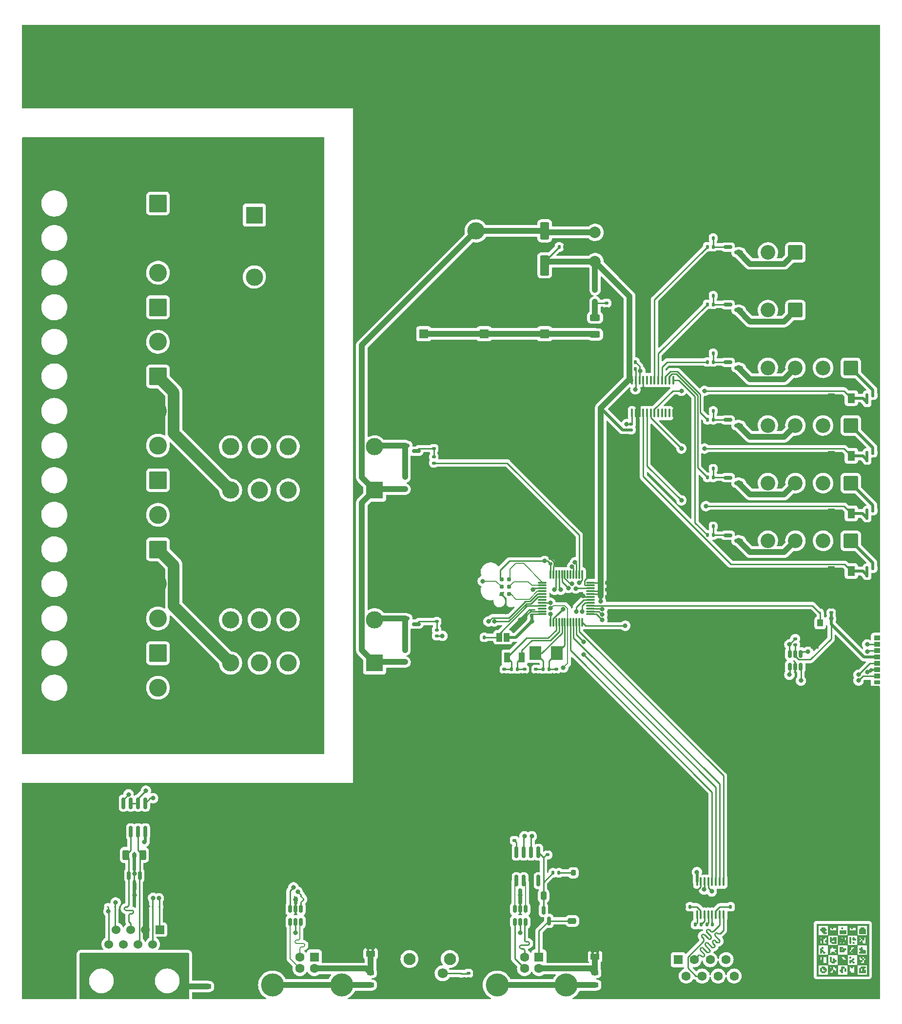
<source format=gbr>
%TF.GenerationSoftware,KiCad,Pcbnew,6.0.5+dfsg-1~bpo11+1*%
%TF.CreationDate,2023-01-20T09:08:56+00:00*%
%TF.ProjectId,nascontrol,6e617363-6f6e-4747-926f-6c2e6b696361,0.1*%
%TF.SameCoordinates,Original*%
%TF.FileFunction,Copper,L1,Top*%
%TF.FilePolarity,Positive*%
%FSLAX46Y46*%
G04 Gerber Fmt 4.6, Leading zero omitted, Abs format (unit mm)*
G04 Created by KiCad (PCBNEW 6.0.5+dfsg-1~bpo11+1) date 2023-01-20 09:08:56*
%MOMM*%
%LPD*%
G01*
G04 APERTURE LIST*
G04 Aperture macros list*
%AMRoundRect*
0 Rectangle with rounded corners*
0 $1 Rounding radius*
0 $2 $3 $4 $5 $6 $7 $8 $9 X,Y pos of 4 corners*
0 Add a 4 corners polygon primitive as box body*
4,1,4,$2,$3,$4,$5,$6,$7,$8,$9,$2,$3,0*
0 Add four circle primitives for the rounded corners*
1,1,$1+$1,$2,$3*
1,1,$1+$1,$4,$5*
1,1,$1+$1,$6,$7*
1,1,$1+$1,$8,$9*
0 Add four rect primitives between the rounded corners*
20,1,$1+$1,$2,$3,$4,$5,0*
20,1,$1+$1,$4,$5,$6,$7,0*
20,1,$1+$1,$6,$7,$8,$9,0*
20,1,$1+$1,$8,$9,$2,$3,0*%
G04 Aperture macros list end*
%TA.AperFunction,EtchedComponent*%
%ADD10C,0.010000*%
%TD*%
%TA.AperFunction,SMDPad,CuDef*%
%ADD11RoundRect,0.135000X0.135000X0.185000X-0.135000X0.185000X-0.135000X-0.185000X0.135000X-0.185000X0*%
%TD*%
%TA.AperFunction,SMDPad,CuDef*%
%ADD12RoundRect,0.150000X-0.587500X-0.150000X0.587500X-0.150000X0.587500X0.150000X-0.587500X0.150000X0*%
%TD*%
%TA.AperFunction,ComponentPad*%
%ADD13C,4.000000*%
%TD*%
%TA.AperFunction,ComponentPad*%
%ADD14R,1.600000X1.600000*%
%TD*%
%TA.AperFunction,ComponentPad*%
%ADD15C,1.600000*%
%TD*%
%TA.AperFunction,ComponentPad*%
%ADD16RoundRect,0.249999X-1.300001X1.300001X-1.300001X-1.300001X1.300001X-1.300001X1.300001X1.300001X0*%
%TD*%
%TA.AperFunction,ComponentPad*%
%ADD17C,3.100000*%
%TD*%
%TA.AperFunction,SMDPad,CuDef*%
%ADD18RoundRect,0.135000X-0.185000X0.135000X-0.185000X-0.135000X0.185000X-0.135000X0.185000X0.135000X0*%
%TD*%
%TA.AperFunction,SMDPad,CuDef*%
%ADD19R,1.300000X1.700000*%
%TD*%
%TA.AperFunction,ComponentPad*%
%ADD20RoundRect,0.249999X1.025001X1.025001X-1.025001X1.025001X-1.025001X-1.025001X1.025001X-1.025001X0*%
%TD*%
%TA.AperFunction,ComponentPad*%
%ADD21C,2.550000*%
%TD*%
%TA.AperFunction,SMDPad,CuDef*%
%ADD22R,0.450000X0.600000*%
%TD*%
%TA.AperFunction,ComponentPad*%
%ADD23C,2.000000*%
%TD*%
%TA.AperFunction,SMDPad,CuDef*%
%ADD24R,0.250000X0.360000*%
%TD*%
%TA.AperFunction,SMDPad,CuDef*%
%ADD25R,1.500000X1.000000*%
%TD*%
%TA.AperFunction,SMDPad,CuDef*%
%ADD26RoundRect,0.140000X0.170000X-0.140000X0.170000X0.140000X-0.170000X0.140000X-0.170000X-0.140000X0*%
%TD*%
%TA.AperFunction,SMDPad,CuDef*%
%ADD27RoundRect,0.250000X0.550000X-1.250000X0.550000X1.250000X-0.550000X1.250000X-0.550000X-1.250000X0*%
%TD*%
%TA.AperFunction,SMDPad,CuDef*%
%ADD28RoundRect,0.140000X0.140000X0.170000X-0.140000X0.170000X-0.140000X-0.170000X0.140000X-0.170000X0*%
%TD*%
%TA.AperFunction,SMDPad,CuDef*%
%ADD29RoundRect,0.135000X-0.135000X-0.185000X0.135000X-0.185000X0.135000X0.185000X-0.135000X0.185000X0*%
%TD*%
%TA.AperFunction,SMDPad,CuDef*%
%ADD30RoundRect,0.140000X-0.140000X-0.170000X0.140000X-0.170000X0.140000X0.170000X-0.140000X0.170000X0*%
%TD*%
%TA.AperFunction,ComponentPad*%
%ADD31C,6.400000*%
%TD*%
%TA.AperFunction,ComponentPad*%
%ADD32C,3.000000*%
%TD*%
%TA.AperFunction,ComponentPad*%
%ADD33R,3.000000X3.000000*%
%TD*%
%TA.AperFunction,ConnectorPad*%
%ADD34C,0.787400*%
%TD*%
%TA.AperFunction,ComponentPad*%
%ADD35C,2.100000*%
%TD*%
%TA.AperFunction,ComponentPad*%
%ADD36C,1.750000*%
%TD*%
%TA.AperFunction,SMDPad,CuDef*%
%ADD37RoundRect,0.250000X0.475000X-0.250000X0.475000X0.250000X-0.475000X0.250000X-0.475000X-0.250000X0*%
%TD*%
%TA.AperFunction,SMDPad,CuDef*%
%ADD38R,2.000000X2.400000*%
%TD*%
%TA.AperFunction,SMDPad,CuDef*%
%ADD39RoundRect,0.150000X0.150000X-0.825000X0.150000X0.825000X-0.150000X0.825000X-0.150000X-0.825000X0*%
%TD*%
%TA.AperFunction,SMDPad,CuDef*%
%ADD40RoundRect,0.150000X-0.150000X0.825000X-0.150000X-0.825000X0.150000X-0.825000X0.150000X0.825000X0*%
%TD*%
%TA.AperFunction,SMDPad,CuDef*%
%ADD41R,1.100000X0.850000*%
%TD*%
%TA.AperFunction,SMDPad,CuDef*%
%ADD42R,1.100000X0.750000*%
%TD*%
%TA.AperFunction,SMDPad,CuDef*%
%ADD43R,1.000000X1.200000*%
%TD*%
%TA.AperFunction,SMDPad,CuDef*%
%ADD44R,1.350000X1.900000*%
%TD*%
%TA.AperFunction,SMDPad,CuDef*%
%ADD45R,1.350000X1.550000*%
%TD*%
%TA.AperFunction,SMDPad,CuDef*%
%ADD46R,1.800000X1.170000*%
%TD*%
%TA.AperFunction,SMDPad,CuDef*%
%ADD47RoundRect,0.100000X0.100000X-0.637500X0.100000X0.637500X-0.100000X0.637500X-0.100000X-0.637500X0*%
%TD*%
%TA.AperFunction,SMDPad,CuDef*%
%ADD48RoundRect,0.135000X0.185000X-0.135000X0.185000X0.135000X-0.185000X0.135000X-0.185000X-0.135000X0*%
%TD*%
%TA.AperFunction,SMDPad,CuDef*%
%ADD49RoundRect,0.150000X-0.150000X0.512500X-0.150000X-0.512500X0.150000X-0.512500X0.150000X0.512500X0*%
%TD*%
%TA.AperFunction,SMDPad,CuDef*%
%ADD50RoundRect,0.150000X0.587500X0.150000X-0.587500X0.150000X-0.587500X-0.150000X0.587500X-0.150000X0*%
%TD*%
%TA.AperFunction,SMDPad,CuDef*%
%ADD51RoundRect,0.150000X0.150000X-0.512500X0.150000X0.512500X-0.150000X0.512500X-0.150000X-0.512500X0*%
%TD*%
%TA.AperFunction,SMDPad,CuDef*%
%ADD52RoundRect,0.150000X-0.150000X0.587500X-0.150000X-0.587500X0.150000X-0.587500X0.150000X0.587500X0*%
%TD*%
%TA.AperFunction,SMDPad,CuDef*%
%ADD53RoundRect,0.250000X-0.312500X-0.625000X0.312500X-0.625000X0.312500X0.625000X-0.312500X0.625000X0*%
%TD*%
%TA.AperFunction,SMDPad,CuDef*%
%ADD54RoundRect,0.140000X-0.170000X0.140000X-0.170000X-0.140000X0.170000X-0.140000X0.170000X0.140000X0*%
%TD*%
%TA.AperFunction,SMDPad,CuDef*%
%ADD55RoundRect,0.218750X0.381250X-0.218750X0.381250X0.218750X-0.381250X0.218750X-0.381250X-0.218750X0*%
%TD*%
%TA.AperFunction,SMDPad,CuDef*%
%ADD56RoundRect,0.075000X0.075000X-0.662500X0.075000X0.662500X-0.075000X0.662500X-0.075000X-0.662500X0*%
%TD*%
%TA.AperFunction,SMDPad,CuDef*%
%ADD57RoundRect,0.075000X0.662500X-0.075000X0.662500X0.075000X-0.662500X0.075000X-0.662500X-0.075000X0*%
%TD*%
%TA.AperFunction,SMDPad,CuDef*%
%ADD58R,1.000000X1.500000*%
%TD*%
%TA.AperFunction,SMDPad,CuDef*%
%ADD59R,1.000000X1.800000*%
%TD*%
%TA.AperFunction,SMDPad,CuDef*%
%ADD60RoundRect,0.250000X-0.625000X0.312500X-0.625000X-0.312500X0.625000X-0.312500X0.625000X0.312500X0*%
%TD*%
%TA.AperFunction,SMDPad,CuDef*%
%ADD61RoundRect,0.218750X0.218750X0.256250X-0.218750X0.256250X-0.218750X-0.256250X0.218750X-0.256250X0*%
%TD*%
%TA.AperFunction,SMDPad,CuDef*%
%ADD62R,0.360000X0.250000*%
%TD*%
%TA.AperFunction,SMDPad,CuDef*%
%ADD63RoundRect,0.250000X-0.550000X1.500000X-0.550000X-1.500000X0.550000X-1.500000X0.550000X1.500000X0*%
%TD*%
%TA.AperFunction,SMDPad,CuDef*%
%ADD64RoundRect,0.250000X-0.250000X-0.475000X0.250000X-0.475000X0.250000X0.475000X-0.250000X0.475000X0*%
%TD*%
%TA.AperFunction,ComponentPad*%
%ADD65R,1.500000X1.500000*%
%TD*%
%TA.AperFunction,ComponentPad*%
%ADD66C,1.524000*%
%TD*%
%TA.AperFunction,ComponentPad*%
%ADD67C,2.300000*%
%TD*%
%TA.AperFunction,ViaPad*%
%ADD68C,0.800000*%
%TD*%
%TA.AperFunction,Conductor*%
%ADD69C,0.250000*%
%TD*%
%TA.AperFunction,Conductor*%
%ADD70C,1.000000*%
%TD*%
%TA.AperFunction,Conductor*%
%ADD71C,0.500000*%
%TD*%
%TA.AperFunction,Conductor*%
%ADD72C,0.200000*%
%TD*%
%TA.AperFunction,Conductor*%
%ADD73C,2.000000*%
%TD*%
%TA.AperFunction,Conductor*%
%ADD74C,0.289000*%
%TD*%
G04 APERTURE END LIST*
%TO.C,JP502*%
G36*
X119800000Y-181750000D02*
G01*
X119400000Y-181750000D01*
X119400000Y-181250000D01*
X119800000Y-181250000D01*
X119800000Y-181750000D01*
G37*
G36*
X120600000Y-181750000D02*
G01*
X120200000Y-181750000D01*
X120200000Y-181250000D01*
X120600000Y-181250000D01*
X120600000Y-181750000D01*
G37*
%TO.C,G\u002A\u002A\u002A*%
G36*
X160956470Y-182147523D02*
G01*
X160999176Y-182215566D01*
X161016340Y-182368522D01*
X161018942Y-182556546D01*
X161024105Y-182793645D01*
X161046786Y-182921761D01*
X161097771Y-182973254D01*
X161160446Y-182981059D01*
X161253023Y-182957326D01*
X161293939Y-182861402D01*
X161301950Y-182698050D01*
X161313816Y-182512896D01*
X161361778Y-182431065D01*
X161443454Y-182415042D01*
X161561703Y-182465071D01*
X161584958Y-182556546D01*
X161634988Y-182674795D01*
X161726463Y-182698050D01*
X161844711Y-182748080D01*
X161867967Y-182839555D01*
X161817937Y-182957803D01*
X161726463Y-182981059D01*
X161608214Y-183031088D01*
X161584958Y-183122563D01*
X161561226Y-183215140D01*
X161465302Y-183256056D01*
X161301950Y-183264067D01*
X161116796Y-183252201D01*
X161034965Y-183204239D01*
X161018942Y-183122563D01*
X160968912Y-183004314D01*
X160877438Y-182981059D01*
X160798405Y-182965569D01*
X160755699Y-182897527D01*
X160738535Y-182744571D01*
X160735933Y-182556546D01*
X160741097Y-182319447D01*
X160763777Y-182191332D01*
X160814763Y-182139838D01*
X160877438Y-182132034D01*
X160956470Y-182147523D01*
G37*
D10*
X160956470Y-182147523D02*
X160999176Y-182215566D01*
X161016340Y-182368522D01*
X161018942Y-182556546D01*
X161024105Y-182793645D01*
X161046786Y-182921761D01*
X161097771Y-182973254D01*
X161160446Y-182981059D01*
X161253023Y-182957326D01*
X161293939Y-182861402D01*
X161301950Y-182698050D01*
X161313816Y-182512896D01*
X161361778Y-182431065D01*
X161443454Y-182415042D01*
X161561703Y-182465071D01*
X161584958Y-182556546D01*
X161634988Y-182674795D01*
X161726463Y-182698050D01*
X161844711Y-182748080D01*
X161867967Y-182839555D01*
X161817937Y-182957803D01*
X161726463Y-182981059D01*
X161608214Y-183031088D01*
X161584958Y-183122563D01*
X161561226Y-183215140D01*
X161465302Y-183256056D01*
X161301950Y-183264067D01*
X161116796Y-183252201D01*
X161034965Y-183204239D01*
X161018942Y-183122563D01*
X160968912Y-183004314D01*
X160877438Y-182981059D01*
X160798405Y-182965569D01*
X160755699Y-182897527D01*
X160738535Y-182744571D01*
X160735933Y-182556546D01*
X160741097Y-182319447D01*
X160763777Y-182191332D01*
X160814763Y-182139838D01*
X160877438Y-182132034D01*
X160956470Y-182147523D01*
G36*
X162716992Y-180433983D02*
G01*
X162902146Y-180445850D01*
X162983977Y-180493812D01*
X163000000Y-180575488D01*
X163023733Y-180668065D01*
X163119657Y-180708980D01*
X163283009Y-180716992D01*
X163468163Y-180728858D01*
X163549994Y-180776820D01*
X163566017Y-180858496D01*
X163515988Y-180976745D01*
X163424513Y-181000000D01*
X163306264Y-181050029D01*
X163283009Y-181141504D01*
X163267519Y-181220537D01*
X163199477Y-181263243D01*
X163046520Y-181280407D01*
X162858496Y-181283009D01*
X162433983Y-181283009D01*
X162433983Y-180858496D01*
X162716992Y-180858496D01*
X162767021Y-180976745D01*
X162858496Y-181000000D01*
X162976745Y-180949971D01*
X163000000Y-180858496D01*
X162949971Y-180740248D01*
X162858496Y-180716992D01*
X162740248Y-180767021D01*
X162716992Y-180858496D01*
X162433983Y-180858496D01*
X162433983Y-180433983D01*
X162716992Y-180433983D01*
G37*
X162716992Y-180433983D02*
X162902146Y-180445850D01*
X162983977Y-180493812D01*
X163000000Y-180575488D01*
X163023733Y-180668065D01*
X163119657Y-180708980D01*
X163283009Y-180716992D01*
X163468163Y-180728858D01*
X163549994Y-180776820D01*
X163566017Y-180858496D01*
X163515988Y-180976745D01*
X163424513Y-181000000D01*
X163306264Y-181050029D01*
X163283009Y-181141504D01*
X163267519Y-181220537D01*
X163199477Y-181263243D01*
X163046520Y-181280407D01*
X162858496Y-181283009D01*
X162433983Y-181283009D01*
X162433983Y-180858496D01*
X162716992Y-180858496D01*
X162767021Y-180976745D01*
X162858496Y-181000000D01*
X162976745Y-180949971D01*
X163000000Y-180858496D01*
X162949971Y-180740248D01*
X162858496Y-180716992D01*
X162740248Y-180767021D01*
X162716992Y-180858496D01*
X162433983Y-180858496D01*
X162433983Y-180433983D01*
X162716992Y-180433983D01*
G36*
X163566017Y-178169917D02*
G01*
X162433983Y-178169917D01*
X162433983Y-177603900D01*
X163566017Y-177603900D01*
X163566017Y-178169917D01*
G37*
X163566017Y-178169917D02*
X162433983Y-178169917D01*
X162433983Y-177603900D01*
X163566017Y-177603900D01*
X163566017Y-178169917D01*
G36*
X165857928Y-184172390D02*
G01*
X165908913Y-184120896D01*
X165971588Y-184113092D01*
X166089836Y-184063063D01*
X166113092Y-183971588D01*
X166128582Y-183892555D01*
X166196624Y-183849850D01*
X166349580Y-183832685D01*
X166537605Y-183830084D01*
X166774704Y-183835247D01*
X166902819Y-183857928D01*
X166954313Y-183908913D01*
X166962117Y-183971588D01*
X166912088Y-184089836D01*
X166820613Y-184113092D01*
X166702365Y-184163121D01*
X166679109Y-184254596D01*
X166729138Y-184372845D01*
X166820613Y-184396100D01*
X166913190Y-184419833D01*
X166954106Y-184515757D01*
X166962117Y-184679109D01*
X166962117Y-184962117D01*
X165830084Y-184962117D01*
X165830084Y-184537605D01*
X165833165Y-184396100D01*
X166113092Y-184396100D01*
X166124959Y-184581255D01*
X166172920Y-184663086D01*
X166254596Y-184679109D01*
X166347173Y-184655376D01*
X166388089Y-184559452D01*
X166396100Y-184396100D01*
X166384234Y-184210946D01*
X166336272Y-184129115D01*
X166254596Y-184113092D01*
X166162019Y-184136825D01*
X166121104Y-184232749D01*
X166113092Y-184396100D01*
X165833165Y-184396100D01*
X165835247Y-184300506D01*
X165857928Y-184172390D01*
G37*
X165857928Y-184172390D02*
X165908913Y-184120896D01*
X165971588Y-184113092D01*
X166089836Y-184063063D01*
X166113092Y-183971588D01*
X166128582Y-183892555D01*
X166196624Y-183849850D01*
X166349580Y-183832685D01*
X166537605Y-183830084D01*
X166774704Y-183835247D01*
X166902819Y-183857928D01*
X166954313Y-183908913D01*
X166962117Y-183971588D01*
X166912088Y-184089836D01*
X166820613Y-184113092D01*
X166702365Y-184163121D01*
X166679109Y-184254596D01*
X166729138Y-184372845D01*
X166820613Y-184396100D01*
X166913190Y-184419833D01*
X166954106Y-184515757D01*
X166962117Y-184679109D01*
X166962117Y-184962117D01*
X165830084Y-184962117D01*
X165830084Y-184537605D01*
X165833165Y-184396100D01*
X166113092Y-184396100D01*
X166124959Y-184581255D01*
X166172920Y-184663086D01*
X166254596Y-184679109D01*
X166347173Y-184655376D01*
X166388089Y-184559452D01*
X166396100Y-184396100D01*
X166384234Y-184210946D01*
X166336272Y-184129115D01*
X166254596Y-184113092D01*
X166162019Y-184136825D01*
X166121104Y-184232749D01*
X166113092Y-184396100D01*
X165833165Y-184396100D01*
X165835247Y-184300506D01*
X165857928Y-184172390D01*
G36*
X164957803Y-179634988D02*
G01*
X164981059Y-179726463D01*
X164931029Y-179844711D01*
X164839555Y-179867967D01*
X164721306Y-179817937D01*
X164698050Y-179726463D01*
X164748080Y-179608214D01*
X164839555Y-179584958D01*
X164957803Y-179634988D01*
G37*
X164957803Y-179634988D02*
X164981059Y-179726463D01*
X164931029Y-179844711D01*
X164839555Y-179867967D01*
X164721306Y-179817937D01*
X164698050Y-179726463D01*
X164748080Y-179608214D01*
X164839555Y-179584958D01*
X164957803Y-179634988D01*
G36*
X164957803Y-182465071D02*
G01*
X164981059Y-182556546D01*
X164931029Y-182674795D01*
X164839555Y-182698050D01*
X164721306Y-182748080D01*
X164698050Y-182839555D01*
X164748080Y-182957803D01*
X164839555Y-182981059D01*
X164957803Y-183031088D01*
X164981059Y-183122563D01*
X164931029Y-183240811D01*
X164839555Y-183264067D01*
X164721306Y-183214038D01*
X164698050Y-183122563D01*
X164648021Y-183004314D01*
X164556546Y-182981059D01*
X164438298Y-183031088D01*
X164415042Y-183122563D01*
X164365013Y-183240811D01*
X164273538Y-183264067D01*
X164180961Y-183240334D01*
X164140045Y-183144410D01*
X164132034Y-182981059D01*
X164138842Y-182799910D01*
X164186499Y-182719417D01*
X164315853Y-182698731D01*
X164415042Y-182698050D01*
X164600196Y-182686184D01*
X164682027Y-182638222D01*
X164698050Y-182556546D01*
X164748080Y-182438298D01*
X164839555Y-182415042D01*
X164957803Y-182465071D01*
G37*
X164957803Y-182465071D02*
X164981059Y-182556546D01*
X164931029Y-182674795D01*
X164839555Y-182698050D01*
X164721306Y-182748080D01*
X164698050Y-182839555D01*
X164748080Y-182957803D01*
X164839555Y-182981059D01*
X164957803Y-183031088D01*
X164981059Y-183122563D01*
X164931029Y-183240811D01*
X164839555Y-183264067D01*
X164721306Y-183214038D01*
X164698050Y-183122563D01*
X164648021Y-183004314D01*
X164556546Y-182981059D01*
X164438298Y-183031088D01*
X164415042Y-183122563D01*
X164365013Y-183240811D01*
X164273538Y-183264067D01*
X164180961Y-183240334D01*
X164140045Y-183144410D01*
X164132034Y-182981059D01*
X164138842Y-182799910D01*
X164186499Y-182719417D01*
X164315853Y-182698731D01*
X164415042Y-182698050D01*
X164600196Y-182686184D01*
X164682027Y-182638222D01*
X164698050Y-182556546D01*
X164748080Y-182438298D01*
X164839555Y-182415042D01*
X164957803Y-182465071D01*
G36*
X160735933Y-179160446D02*
G01*
X160741097Y-178923347D01*
X160763777Y-178795231D01*
X160814763Y-178743738D01*
X160877438Y-178735933D01*
X160995686Y-178785963D01*
X161018942Y-178877438D01*
X161068971Y-178995686D01*
X161160446Y-179018942D01*
X161278694Y-178968912D01*
X161301950Y-178877438D01*
X161325683Y-178784860D01*
X161421607Y-178743945D01*
X161584958Y-178735933D01*
X161867967Y-178735933D01*
X161867967Y-179867967D01*
X161443454Y-179867967D01*
X161206355Y-179862804D01*
X161078240Y-179840123D01*
X161026746Y-179789137D01*
X161018942Y-179726463D01*
X160968912Y-179608214D01*
X160877438Y-179584958D01*
X160798405Y-179569469D01*
X160755699Y-179501427D01*
X160749194Y-179443454D01*
X161018942Y-179443454D01*
X161042675Y-179536031D01*
X161138598Y-179576947D01*
X161301950Y-179584958D01*
X161487104Y-179573092D01*
X161568935Y-179525130D01*
X161584958Y-179443454D01*
X161561226Y-179350877D01*
X161465302Y-179309962D01*
X161301950Y-179301950D01*
X161116796Y-179313816D01*
X161034965Y-179361778D01*
X161018942Y-179443454D01*
X160749194Y-179443454D01*
X160738535Y-179348470D01*
X160735933Y-179160446D01*
G37*
X160735933Y-179160446D02*
X160741097Y-178923347D01*
X160763777Y-178795231D01*
X160814763Y-178743738D01*
X160877438Y-178735933D01*
X160995686Y-178785963D01*
X161018942Y-178877438D01*
X161068971Y-178995686D01*
X161160446Y-179018942D01*
X161278694Y-178968912D01*
X161301950Y-178877438D01*
X161325683Y-178784860D01*
X161421607Y-178743945D01*
X161584958Y-178735933D01*
X161867967Y-178735933D01*
X161867967Y-179867967D01*
X161443454Y-179867967D01*
X161206355Y-179862804D01*
X161078240Y-179840123D01*
X161026746Y-179789137D01*
X161018942Y-179726463D01*
X160968912Y-179608214D01*
X160877438Y-179584958D01*
X160798405Y-179569469D01*
X160755699Y-179501427D01*
X160749194Y-179443454D01*
X161018942Y-179443454D01*
X161042675Y-179536031D01*
X161138598Y-179576947D01*
X161301950Y-179584958D01*
X161487104Y-179573092D01*
X161568935Y-179525130D01*
X161584958Y-179443454D01*
X161561226Y-179350877D01*
X161465302Y-179309962D01*
X161301950Y-179301950D01*
X161116796Y-179313816D01*
X161034965Y-179361778D01*
X161018942Y-179443454D01*
X160749194Y-179443454D01*
X160738535Y-179348470D01*
X160735933Y-179160446D01*
G36*
X159580644Y-180484013D02*
G01*
X159603900Y-180575488D01*
X159553871Y-180693736D01*
X159462396Y-180716992D01*
X159344147Y-180767021D01*
X159320892Y-180858496D01*
X159370921Y-180976745D01*
X159462396Y-181000000D01*
X159580644Y-181050029D01*
X159603900Y-181141504D01*
X159653929Y-181259753D01*
X159745404Y-181283009D01*
X159863653Y-181333038D01*
X159886908Y-181424513D01*
X159836879Y-181542761D01*
X159745404Y-181566017D01*
X159627156Y-181515988D01*
X159603900Y-181424513D01*
X159553871Y-181306264D01*
X159462396Y-181283009D01*
X159344147Y-181333038D01*
X159320892Y-181424513D01*
X159270862Y-181542761D01*
X159179387Y-181566017D01*
X159100354Y-181550527D01*
X159057649Y-181482485D01*
X159040485Y-181329529D01*
X159037883Y-181141504D01*
X159043046Y-180904406D01*
X159065727Y-180776290D01*
X159116713Y-180724796D01*
X159179387Y-180716992D01*
X159297636Y-180666963D01*
X159320892Y-180575488D01*
X159370921Y-180457239D01*
X159462396Y-180433983D01*
X159580644Y-180484013D01*
G37*
X159580644Y-180484013D02*
X159603900Y-180575488D01*
X159553871Y-180693736D01*
X159462396Y-180716992D01*
X159344147Y-180767021D01*
X159320892Y-180858496D01*
X159370921Y-180976745D01*
X159462396Y-181000000D01*
X159580644Y-181050029D01*
X159603900Y-181141504D01*
X159653929Y-181259753D01*
X159745404Y-181283009D01*
X159863653Y-181333038D01*
X159886908Y-181424513D01*
X159836879Y-181542761D01*
X159745404Y-181566017D01*
X159627156Y-181515988D01*
X159603900Y-181424513D01*
X159553871Y-181306264D01*
X159462396Y-181283009D01*
X159344147Y-181333038D01*
X159320892Y-181424513D01*
X159270862Y-181542761D01*
X159179387Y-181566017D01*
X159100354Y-181550527D01*
X159057649Y-181482485D01*
X159040485Y-181329529D01*
X159037883Y-181141504D01*
X159043046Y-180904406D01*
X159065727Y-180776290D01*
X159116713Y-180724796D01*
X159179387Y-180716992D01*
X159297636Y-180666963D01*
X159320892Y-180575488D01*
X159370921Y-180457239D01*
X159462396Y-180433983D01*
X159580644Y-180484013D01*
G36*
X167528134Y-176471867D02*
G01*
X167528134Y-185528134D01*
X158471867Y-185528134D01*
X158471867Y-185245126D01*
X158754875Y-185245126D01*
X160452925Y-185245126D01*
X160452925Y-184820613D01*
X160735933Y-184820613D01*
X160759666Y-184913190D01*
X160855590Y-184954106D01*
X161018942Y-184962117D01*
X161200090Y-184955309D01*
X161280583Y-184907652D01*
X161301270Y-184778298D01*
X161301950Y-184679109D01*
X161313816Y-184493955D01*
X161361778Y-184412123D01*
X161443454Y-184396100D01*
X161561703Y-184446130D01*
X161584958Y-184537605D01*
X161634988Y-184655853D01*
X161726463Y-184679109D01*
X161819040Y-184655376D01*
X161859955Y-184559452D01*
X161867967Y-184396100D01*
X161856100Y-184210946D01*
X161808138Y-184129115D01*
X161726463Y-184113092D01*
X161608214Y-184063063D01*
X161584958Y-183971588D01*
X161534929Y-183853339D01*
X161443454Y-183830084D01*
X161350877Y-183853817D01*
X161309962Y-183949740D01*
X161301950Y-184113092D01*
X161290084Y-184298246D01*
X161242122Y-184380078D01*
X161160446Y-184396100D01*
X161042197Y-184446130D01*
X161018942Y-184537605D01*
X160968912Y-184655853D01*
X160877438Y-184679109D01*
X160759189Y-184729138D01*
X160735933Y-184820613D01*
X160452925Y-184820613D01*
X160452925Y-183971588D01*
X160735933Y-183971588D01*
X160785963Y-184089836D01*
X160877438Y-184113092D01*
X160995686Y-184063063D01*
X161018942Y-183971588D01*
X160968912Y-183853339D01*
X160877438Y-183830084D01*
X160759189Y-183880113D01*
X160735933Y-183971588D01*
X160452925Y-183971588D01*
X160452925Y-183547075D01*
X158754875Y-183547075D01*
X158754875Y-185245126D01*
X158471867Y-185245126D01*
X158471867Y-182415042D01*
X159037883Y-182415042D01*
X159049750Y-182600196D01*
X159097712Y-182682027D01*
X159179387Y-182698050D01*
X159271965Y-182674318D01*
X159312880Y-182578394D01*
X159320892Y-182415042D01*
X159309025Y-182229888D01*
X159261063Y-182148057D01*
X159179387Y-182132034D01*
X159603900Y-182132034D01*
X159603900Y-183264067D01*
X160169917Y-183264067D01*
X160169917Y-182132034D01*
X159603900Y-182132034D01*
X159179387Y-182132034D01*
X159086810Y-182155766D01*
X159045895Y-182251690D01*
X159037883Y-182415042D01*
X158471867Y-182415042D01*
X158471867Y-181849025D01*
X158754875Y-181849025D01*
X160452925Y-181849025D01*
X160452925Y-183547075D01*
X162150975Y-183547075D01*
X162150975Y-185245126D01*
X163849025Y-185245126D01*
X165547075Y-185245126D01*
X167245126Y-185245126D01*
X167245126Y-183547075D01*
X165547075Y-183547075D01*
X165547075Y-185245126D01*
X163849025Y-185245126D01*
X163849025Y-184254596D01*
X164132034Y-184254596D01*
X164137197Y-184491695D01*
X164159878Y-184619811D01*
X164210863Y-184671304D01*
X164273538Y-184679109D01*
X164391786Y-184729138D01*
X164415042Y-184820613D01*
X164438775Y-184913190D01*
X164534699Y-184954106D01*
X164698050Y-184962117D01*
X164981059Y-184962117D01*
X164981059Y-184396100D01*
X164978104Y-184114087D01*
X164964498Y-183945069D01*
X164933123Y-183860583D01*
X164876863Y-183832167D01*
X164839555Y-183830084D01*
X164721306Y-183880113D01*
X164698050Y-183971588D01*
X164648021Y-184089836D01*
X164556546Y-184113092D01*
X164438298Y-184063063D01*
X164415042Y-183971588D01*
X164365013Y-183853339D01*
X164273538Y-183830084D01*
X164194505Y-183845573D01*
X164151800Y-183913616D01*
X164134635Y-184066572D01*
X164132034Y-184254596D01*
X163849025Y-184254596D01*
X163849025Y-183547075D01*
X165547075Y-183547075D01*
X165547075Y-182415042D01*
X165830084Y-182415042D01*
X165836892Y-182596190D01*
X165884549Y-182676683D01*
X166013903Y-182697370D01*
X166113092Y-182698050D01*
X166298246Y-182709917D01*
X166380078Y-182757879D01*
X166396100Y-182839555D01*
X166346071Y-182957803D01*
X166254596Y-182981059D01*
X166136348Y-183031088D01*
X166113092Y-183122563D01*
X166136825Y-183215140D01*
X166232749Y-183256056D01*
X166396100Y-183264067D01*
X166577249Y-183257259D01*
X166657742Y-183209602D01*
X166678428Y-183080248D01*
X166679109Y-182981059D01*
X166690975Y-182795904D01*
X166738937Y-182714073D01*
X166820613Y-182698050D01*
X166938862Y-182648021D01*
X166962117Y-182556546D01*
X166912088Y-182438298D01*
X166820613Y-182415042D01*
X166702365Y-182365013D01*
X166679109Y-182273538D01*
X166629080Y-182155289D01*
X166537605Y-182132034D01*
X166419356Y-182182063D01*
X166396100Y-182273538D01*
X166346071Y-182391786D01*
X166254596Y-182415042D01*
X166136348Y-182365013D01*
X166113092Y-182273538D01*
X166063063Y-182155289D01*
X165971588Y-182132034D01*
X165879011Y-182155766D01*
X165838095Y-182251690D01*
X165830084Y-182415042D01*
X165547075Y-182415042D01*
X165547075Y-181849025D01*
X167245126Y-181849025D01*
X167245126Y-180150975D01*
X165547075Y-180150975D01*
X165547075Y-178877438D01*
X165830084Y-178877438D01*
X165880113Y-178995686D01*
X165971588Y-179018942D01*
X166089836Y-179068971D01*
X166113092Y-179160446D01*
X166063063Y-179278694D01*
X165971588Y-179301950D01*
X165853339Y-179351979D01*
X165830084Y-179443454D01*
X165880113Y-179561703D01*
X165971588Y-179584958D01*
X166089836Y-179534929D01*
X166113092Y-179443454D01*
X166163121Y-179325206D01*
X166254596Y-179301950D01*
X166347173Y-179325683D01*
X166388089Y-179421607D01*
X166396100Y-179584958D01*
X166402909Y-179766107D01*
X166450565Y-179846600D01*
X166579920Y-179867286D01*
X166679109Y-179867967D01*
X166962117Y-179867967D01*
X166962117Y-179301950D01*
X166959163Y-179019936D01*
X166945556Y-178850918D01*
X166914181Y-178766433D01*
X166857922Y-178738016D01*
X166820613Y-178735933D01*
X166728036Y-178759666D01*
X166687120Y-178855590D01*
X166679109Y-179018942D01*
X166667242Y-179204096D01*
X166619281Y-179285927D01*
X166537605Y-179301950D01*
X166419356Y-179251921D01*
X166396100Y-179160446D01*
X166346071Y-179042197D01*
X166254596Y-179018942D01*
X166136348Y-178968912D01*
X166113092Y-178877438D01*
X166063063Y-178759189D01*
X165971588Y-178735933D01*
X165853339Y-178785963D01*
X165830084Y-178877438D01*
X165547075Y-178877438D01*
X165547075Y-178452925D01*
X167245126Y-178452925D01*
X167245126Y-176754875D01*
X165547075Y-176754875D01*
X165547075Y-178452925D01*
X163849025Y-178452925D01*
X163849025Y-177603900D01*
X164132034Y-177603900D01*
X165264067Y-177603900D01*
X165264067Y-177320892D01*
X165257259Y-177139743D01*
X165209602Y-177059250D01*
X165080248Y-177038564D01*
X164981059Y-177037883D01*
X164795904Y-177049750D01*
X164714073Y-177097712D01*
X164698050Y-177179387D01*
X164648021Y-177297636D01*
X164556546Y-177320892D01*
X164438298Y-177270862D01*
X164415042Y-177179387D01*
X164365013Y-177061139D01*
X164273538Y-177037883D01*
X164180961Y-177061616D01*
X164140045Y-177157540D01*
X164132034Y-177320892D01*
X164132034Y-177603900D01*
X163849025Y-177603900D01*
X163849025Y-176754875D01*
X162150975Y-176754875D01*
X162150975Y-178452925D01*
X160452925Y-178452925D01*
X160452925Y-180150975D01*
X158754875Y-180150975D01*
X158754875Y-181849025D01*
X158471867Y-181849025D01*
X158471867Y-179584958D01*
X159037883Y-179584958D01*
X159049750Y-179770113D01*
X159097712Y-179851944D01*
X159179387Y-179867967D01*
X159603900Y-179867967D01*
X159886908Y-179867967D01*
X160072063Y-179856100D01*
X160153894Y-179808138D01*
X160169917Y-179726463D01*
X160119887Y-179608214D01*
X160028412Y-179584958D01*
X159910164Y-179534929D01*
X159886908Y-179443454D01*
X159936938Y-179325206D01*
X160028412Y-179301950D01*
X160120990Y-179278217D01*
X160161905Y-179182293D01*
X160169917Y-179018942D01*
X160158050Y-178833787D01*
X160110088Y-178751956D01*
X160028412Y-178735933D01*
X159910164Y-178785963D01*
X159886908Y-178877438D01*
X159836879Y-178995686D01*
X159745404Y-179018942D01*
X159666371Y-179034431D01*
X159623666Y-179102474D01*
X159606501Y-179255430D01*
X159603900Y-179443454D01*
X159603900Y-179867967D01*
X159179387Y-179867967D01*
X159271965Y-179844234D01*
X159312880Y-179748310D01*
X159320892Y-179584958D01*
X159311823Y-179443454D01*
X159309025Y-179399804D01*
X159261063Y-179317973D01*
X159179387Y-179301950D01*
X159086810Y-179325683D01*
X159045895Y-179421607D01*
X159037883Y-179584958D01*
X158471867Y-179584958D01*
X158471867Y-178877438D01*
X159037883Y-178877438D01*
X159087912Y-178995686D01*
X159179387Y-179018942D01*
X159297636Y-178968912D01*
X159320892Y-178877438D01*
X159270862Y-178759189D01*
X159179387Y-178735933D01*
X159061139Y-178785963D01*
X159037883Y-178877438D01*
X158471867Y-178877438D01*
X158471867Y-178452925D01*
X158754875Y-178452925D01*
X160452925Y-178452925D01*
X160452925Y-177603900D01*
X160735933Y-177603900D01*
X161867967Y-177603900D01*
X161867967Y-177320892D01*
X161861159Y-177139743D01*
X161813502Y-177059250D01*
X161684147Y-177038564D01*
X161584958Y-177037883D01*
X161399804Y-177049750D01*
X161317973Y-177097712D01*
X161301950Y-177179387D01*
X161251921Y-177297636D01*
X161160446Y-177320892D01*
X161042197Y-177270862D01*
X161018942Y-177179387D01*
X160968912Y-177061139D01*
X160877438Y-177037883D01*
X160784860Y-177061616D01*
X160743945Y-177157540D01*
X160735933Y-177320892D01*
X160735933Y-177603900D01*
X160452925Y-177603900D01*
X160452925Y-176754875D01*
X158754875Y-176754875D01*
X158754875Y-178452925D01*
X158471867Y-178452925D01*
X158471867Y-176471867D01*
X167528134Y-176471867D01*
G37*
X167528134Y-176471867D02*
X167528134Y-185528134D01*
X158471867Y-185528134D01*
X158471867Y-185245126D01*
X158754875Y-185245126D01*
X160452925Y-185245126D01*
X160452925Y-184820613D01*
X160735933Y-184820613D01*
X160759666Y-184913190D01*
X160855590Y-184954106D01*
X161018942Y-184962117D01*
X161200090Y-184955309D01*
X161280583Y-184907652D01*
X161301270Y-184778298D01*
X161301950Y-184679109D01*
X161313816Y-184493955D01*
X161361778Y-184412123D01*
X161443454Y-184396100D01*
X161561703Y-184446130D01*
X161584958Y-184537605D01*
X161634988Y-184655853D01*
X161726463Y-184679109D01*
X161819040Y-184655376D01*
X161859955Y-184559452D01*
X161867967Y-184396100D01*
X161856100Y-184210946D01*
X161808138Y-184129115D01*
X161726463Y-184113092D01*
X161608214Y-184063063D01*
X161584958Y-183971588D01*
X161534929Y-183853339D01*
X161443454Y-183830084D01*
X161350877Y-183853817D01*
X161309962Y-183949740D01*
X161301950Y-184113092D01*
X161290084Y-184298246D01*
X161242122Y-184380078D01*
X161160446Y-184396100D01*
X161042197Y-184446130D01*
X161018942Y-184537605D01*
X160968912Y-184655853D01*
X160877438Y-184679109D01*
X160759189Y-184729138D01*
X160735933Y-184820613D01*
X160452925Y-184820613D01*
X160452925Y-183971588D01*
X160735933Y-183971588D01*
X160785963Y-184089836D01*
X160877438Y-184113092D01*
X160995686Y-184063063D01*
X161018942Y-183971588D01*
X160968912Y-183853339D01*
X160877438Y-183830084D01*
X160759189Y-183880113D01*
X160735933Y-183971588D01*
X160452925Y-183971588D01*
X160452925Y-183547075D01*
X158754875Y-183547075D01*
X158754875Y-185245126D01*
X158471867Y-185245126D01*
X158471867Y-182415042D01*
X159037883Y-182415042D01*
X159049750Y-182600196D01*
X159097712Y-182682027D01*
X159179387Y-182698050D01*
X159271965Y-182674318D01*
X159312880Y-182578394D01*
X159320892Y-182415042D01*
X159309025Y-182229888D01*
X159261063Y-182148057D01*
X159179387Y-182132034D01*
X159603900Y-182132034D01*
X159603900Y-183264067D01*
X160169917Y-183264067D01*
X160169917Y-182132034D01*
X159603900Y-182132034D01*
X159179387Y-182132034D01*
X159086810Y-182155766D01*
X159045895Y-182251690D01*
X159037883Y-182415042D01*
X158471867Y-182415042D01*
X158471867Y-181849025D01*
X158754875Y-181849025D01*
X160452925Y-181849025D01*
X160452925Y-183547075D01*
X162150975Y-183547075D01*
X162150975Y-185245126D01*
X163849025Y-185245126D01*
X165547075Y-185245126D01*
X167245126Y-185245126D01*
X167245126Y-183547075D01*
X165547075Y-183547075D01*
X165547075Y-185245126D01*
X163849025Y-185245126D01*
X163849025Y-184254596D01*
X164132034Y-184254596D01*
X164137197Y-184491695D01*
X164159878Y-184619811D01*
X164210863Y-184671304D01*
X164273538Y-184679109D01*
X164391786Y-184729138D01*
X164415042Y-184820613D01*
X164438775Y-184913190D01*
X164534699Y-184954106D01*
X164698050Y-184962117D01*
X164981059Y-184962117D01*
X164981059Y-184396100D01*
X164978104Y-184114087D01*
X164964498Y-183945069D01*
X164933123Y-183860583D01*
X164876863Y-183832167D01*
X164839555Y-183830084D01*
X164721306Y-183880113D01*
X164698050Y-183971588D01*
X164648021Y-184089836D01*
X164556546Y-184113092D01*
X164438298Y-184063063D01*
X164415042Y-183971588D01*
X164365013Y-183853339D01*
X164273538Y-183830084D01*
X164194505Y-183845573D01*
X164151800Y-183913616D01*
X164134635Y-184066572D01*
X164132034Y-184254596D01*
X163849025Y-184254596D01*
X163849025Y-183547075D01*
X165547075Y-183547075D01*
X165547075Y-182415042D01*
X165830084Y-182415042D01*
X165836892Y-182596190D01*
X165884549Y-182676683D01*
X166013903Y-182697370D01*
X166113092Y-182698050D01*
X166298246Y-182709917D01*
X166380078Y-182757879D01*
X166396100Y-182839555D01*
X166346071Y-182957803D01*
X166254596Y-182981059D01*
X166136348Y-183031088D01*
X166113092Y-183122563D01*
X166136825Y-183215140D01*
X166232749Y-183256056D01*
X166396100Y-183264067D01*
X166577249Y-183257259D01*
X166657742Y-183209602D01*
X166678428Y-183080248D01*
X166679109Y-182981059D01*
X166690975Y-182795904D01*
X166738937Y-182714073D01*
X166820613Y-182698050D01*
X166938862Y-182648021D01*
X166962117Y-182556546D01*
X166912088Y-182438298D01*
X166820613Y-182415042D01*
X166702365Y-182365013D01*
X166679109Y-182273538D01*
X166629080Y-182155289D01*
X166537605Y-182132034D01*
X166419356Y-182182063D01*
X166396100Y-182273538D01*
X166346071Y-182391786D01*
X166254596Y-182415042D01*
X166136348Y-182365013D01*
X166113092Y-182273538D01*
X166063063Y-182155289D01*
X165971588Y-182132034D01*
X165879011Y-182155766D01*
X165838095Y-182251690D01*
X165830084Y-182415042D01*
X165547075Y-182415042D01*
X165547075Y-181849025D01*
X167245126Y-181849025D01*
X167245126Y-180150975D01*
X165547075Y-180150975D01*
X165547075Y-178877438D01*
X165830084Y-178877438D01*
X165880113Y-178995686D01*
X165971588Y-179018942D01*
X166089836Y-179068971D01*
X166113092Y-179160446D01*
X166063063Y-179278694D01*
X165971588Y-179301950D01*
X165853339Y-179351979D01*
X165830084Y-179443454D01*
X165880113Y-179561703D01*
X165971588Y-179584958D01*
X166089836Y-179534929D01*
X166113092Y-179443454D01*
X166163121Y-179325206D01*
X166254596Y-179301950D01*
X166347173Y-179325683D01*
X166388089Y-179421607D01*
X166396100Y-179584958D01*
X166402909Y-179766107D01*
X166450565Y-179846600D01*
X166579920Y-179867286D01*
X166679109Y-179867967D01*
X166962117Y-179867967D01*
X166962117Y-179301950D01*
X166959163Y-179019936D01*
X166945556Y-178850918D01*
X166914181Y-178766433D01*
X166857922Y-178738016D01*
X166820613Y-178735933D01*
X166728036Y-178759666D01*
X166687120Y-178855590D01*
X166679109Y-179018942D01*
X166667242Y-179204096D01*
X166619281Y-179285927D01*
X166537605Y-179301950D01*
X166419356Y-179251921D01*
X166396100Y-179160446D01*
X166346071Y-179042197D01*
X166254596Y-179018942D01*
X166136348Y-178968912D01*
X166113092Y-178877438D01*
X166063063Y-178759189D01*
X165971588Y-178735933D01*
X165853339Y-178785963D01*
X165830084Y-178877438D01*
X165547075Y-178877438D01*
X165547075Y-178452925D01*
X167245126Y-178452925D01*
X167245126Y-176754875D01*
X165547075Y-176754875D01*
X165547075Y-178452925D01*
X163849025Y-178452925D01*
X163849025Y-177603900D01*
X164132034Y-177603900D01*
X165264067Y-177603900D01*
X165264067Y-177320892D01*
X165257259Y-177139743D01*
X165209602Y-177059250D01*
X165080248Y-177038564D01*
X164981059Y-177037883D01*
X164795904Y-177049750D01*
X164714073Y-177097712D01*
X164698050Y-177179387D01*
X164648021Y-177297636D01*
X164556546Y-177320892D01*
X164438298Y-177270862D01*
X164415042Y-177179387D01*
X164365013Y-177061139D01*
X164273538Y-177037883D01*
X164180961Y-177061616D01*
X164140045Y-177157540D01*
X164132034Y-177320892D01*
X164132034Y-177603900D01*
X163849025Y-177603900D01*
X163849025Y-176754875D01*
X162150975Y-176754875D01*
X162150975Y-178452925D01*
X160452925Y-178452925D01*
X160452925Y-180150975D01*
X158754875Y-180150975D01*
X158754875Y-181849025D01*
X158471867Y-181849025D01*
X158471867Y-179584958D01*
X159037883Y-179584958D01*
X159049750Y-179770113D01*
X159097712Y-179851944D01*
X159179387Y-179867967D01*
X159603900Y-179867967D01*
X159886908Y-179867967D01*
X160072063Y-179856100D01*
X160153894Y-179808138D01*
X160169917Y-179726463D01*
X160119887Y-179608214D01*
X160028412Y-179584958D01*
X159910164Y-179534929D01*
X159886908Y-179443454D01*
X159936938Y-179325206D01*
X160028412Y-179301950D01*
X160120990Y-179278217D01*
X160161905Y-179182293D01*
X160169917Y-179018942D01*
X160158050Y-178833787D01*
X160110088Y-178751956D01*
X160028412Y-178735933D01*
X159910164Y-178785963D01*
X159886908Y-178877438D01*
X159836879Y-178995686D01*
X159745404Y-179018942D01*
X159666371Y-179034431D01*
X159623666Y-179102474D01*
X159606501Y-179255430D01*
X159603900Y-179443454D01*
X159603900Y-179867967D01*
X159179387Y-179867967D01*
X159271965Y-179844234D01*
X159312880Y-179748310D01*
X159320892Y-179584958D01*
X159311823Y-179443454D01*
X159309025Y-179399804D01*
X159261063Y-179317973D01*
X159179387Y-179301950D01*
X159086810Y-179325683D01*
X159045895Y-179421607D01*
X159037883Y-179584958D01*
X158471867Y-179584958D01*
X158471867Y-178877438D01*
X159037883Y-178877438D01*
X159087912Y-178995686D01*
X159179387Y-179018942D01*
X159297636Y-178968912D01*
X159320892Y-178877438D01*
X159270862Y-178759189D01*
X159179387Y-178735933D01*
X159061139Y-178785963D01*
X159037883Y-178877438D01*
X158471867Y-178877438D01*
X158471867Y-178452925D01*
X158754875Y-178452925D01*
X160452925Y-178452925D01*
X160452925Y-177603900D01*
X160735933Y-177603900D01*
X161867967Y-177603900D01*
X161867967Y-177320892D01*
X161861159Y-177139743D01*
X161813502Y-177059250D01*
X161684147Y-177038564D01*
X161584958Y-177037883D01*
X161399804Y-177049750D01*
X161317973Y-177097712D01*
X161301950Y-177179387D01*
X161251921Y-177297636D01*
X161160446Y-177320892D01*
X161042197Y-177270862D01*
X161018942Y-177179387D01*
X160968912Y-177061139D01*
X160877438Y-177037883D01*
X160784860Y-177061616D01*
X160743945Y-177157540D01*
X160735933Y-177320892D01*
X160735933Y-177603900D01*
X160452925Y-177603900D01*
X160452925Y-176754875D01*
X158754875Y-176754875D01*
X158754875Y-178452925D01*
X158471867Y-178452925D01*
X158471867Y-176471867D01*
X167528134Y-176471867D01*
G36*
X166347173Y-180457716D02*
G01*
X166388089Y-180553640D01*
X166396100Y-180716992D01*
X166402909Y-180898140D01*
X166450565Y-180978633D01*
X166579920Y-180999320D01*
X166679109Y-181000000D01*
X166860257Y-181006808D01*
X166940750Y-181054465D01*
X166961437Y-181183820D01*
X166962117Y-181283009D01*
X166962117Y-181566017D01*
X166396100Y-181566017D01*
X166114087Y-181563063D01*
X165945069Y-181549456D01*
X165860583Y-181518081D01*
X165832167Y-181461821D01*
X165830084Y-181424513D01*
X165880113Y-181306264D01*
X165971588Y-181283009D01*
X166089836Y-181232979D01*
X166113092Y-181141504D01*
X166063063Y-181023256D01*
X165971588Y-181000000D01*
X165853339Y-180949971D01*
X165830084Y-180858496D01*
X165880113Y-180740248D01*
X165971588Y-180716992D01*
X166089836Y-180666963D01*
X166113092Y-180575488D01*
X166163121Y-180457239D01*
X166254596Y-180433983D01*
X166347173Y-180457716D01*
G37*
X166347173Y-180457716D02*
X166388089Y-180553640D01*
X166396100Y-180716992D01*
X166402909Y-180898140D01*
X166450565Y-180978633D01*
X166579920Y-180999320D01*
X166679109Y-181000000D01*
X166860257Y-181006808D01*
X166940750Y-181054465D01*
X166961437Y-181183820D01*
X166962117Y-181283009D01*
X166962117Y-181566017D01*
X166396100Y-181566017D01*
X166114087Y-181563063D01*
X165945069Y-181549456D01*
X165860583Y-181518081D01*
X165832167Y-181461821D01*
X165830084Y-181424513D01*
X165880113Y-181306264D01*
X165971588Y-181283009D01*
X166089836Y-181232979D01*
X166113092Y-181141504D01*
X166063063Y-181023256D01*
X165971588Y-181000000D01*
X165853339Y-180949971D01*
X165830084Y-180858496D01*
X165880113Y-180740248D01*
X165971588Y-180716992D01*
X166089836Y-180666963D01*
X166113092Y-180575488D01*
X166163121Y-180457239D01*
X166254596Y-180433983D01*
X166347173Y-180457716D01*
G36*
X163185155Y-183841950D02*
G01*
X163266986Y-183889912D01*
X163283009Y-183971588D01*
X163333038Y-184089836D01*
X163424513Y-184113092D01*
X163517090Y-184136825D01*
X163558005Y-184232749D01*
X163566017Y-184396100D01*
X163554151Y-184581255D01*
X163506189Y-184663086D01*
X163424513Y-184679109D01*
X163331936Y-184655376D01*
X163291020Y-184559452D01*
X163283009Y-184396100D01*
X163271142Y-184210946D01*
X163223180Y-184129115D01*
X163141504Y-184113092D01*
X163062471Y-184128582D01*
X163019766Y-184196624D01*
X163002602Y-184349580D01*
X163000000Y-184537605D01*
X162994837Y-184774704D01*
X162972156Y-184902819D01*
X162921171Y-184954313D01*
X162858496Y-184962117D01*
X162740248Y-184912088D01*
X162716992Y-184820613D01*
X162666963Y-184702365D01*
X162575488Y-184679109D01*
X162457239Y-184629080D01*
X162433983Y-184537605D01*
X162484013Y-184419356D01*
X162575488Y-184396100D01*
X162668065Y-184372368D01*
X162708980Y-184276444D01*
X162716992Y-184113092D01*
X162723800Y-183931944D01*
X162771457Y-183851451D01*
X162900811Y-183830764D01*
X163000000Y-183830084D01*
X163185155Y-183841950D01*
G37*
X163185155Y-183841950D02*
X163266986Y-183889912D01*
X163283009Y-183971588D01*
X163333038Y-184089836D01*
X163424513Y-184113092D01*
X163517090Y-184136825D01*
X163558005Y-184232749D01*
X163566017Y-184396100D01*
X163554151Y-184581255D01*
X163506189Y-184663086D01*
X163424513Y-184679109D01*
X163331936Y-184655376D01*
X163291020Y-184559452D01*
X163283009Y-184396100D01*
X163271142Y-184210946D01*
X163223180Y-184129115D01*
X163141504Y-184113092D01*
X163062471Y-184128582D01*
X163019766Y-184196624D01*
X163002602Y-184349580D01*
X163000000Y-184537605D01*
X162994837Y-184774704D01*
X162972156Y-184902819D01*
X162921171Y-184954313D01*
X162858496Y-184962117D01*
X162740248Y-184912088D01*
X162716992Y-184820613D01*
X162666963Y-184702365D01*
X162575488Y-184679109D01*
X162457239Y-184629080D01*
X162433983Y-184537605D01*
X162484013Y-184419356D01*
X162575488Y-184396100D01*
X162668065Y-184372368D01*
X162708980Y-184276444D01*
X162716992Y-184113092D01*
X162723800Y-183931944D01*
X162771457Y-183851451D01*
X162900811Y-183830764D01*
X163000000Y-183830084D01*
X163185155Y-183841950D01*
G36*
X159097712Y-184129115D02*
G01*
X159179387Y-184113092D01*
X159297636Y-184063063D01*
X159320892Y-183971588D01*
X159344624Y-183879011D01*
X159440548Y-183838095D01*
X159603900Y-183830084D01*
X159789054Y-183841950D01*
X159870885Y-183889912D01*
X159886908Y-183971588D01*
X159936938Y-184089836D01*
X160028412Y-184113092D01*
X160120990Y-184136825D01*
X160161905Y-184232749D01*
X160169917Y-184396100D01*
X160158050Y-184581255D01*
X160110088Y-184663086D01*
X160028412Y-184679109D01*
X159910164Y-184729138D01*
X159886908Y-184820613D01*
X159863175Y-184913190D01*
X159767252Y-184954106D01*
X159603900Y-184962117D01*
X159418746Y-184950251D01*
X159336915Y-184902289D01*
X159320892Y-184820613D01*
X159270862Y-184702365D01*
X159179387Y-184679109D01*
X159086810Y-184655376D01*
X159045895Y-184559452D01*
X159037883Y-184396100D01*
X159320892Y-184396100D01*
X159327700Y-184577249D01*
X159375357Y-184657742D01*
X159504711Y-184678428D01*
X159603900Y-184679109D01*
X159789054Y-184667242D01*
X159870885Y-184619281D01*
X159886908Y-184537605D01*
X159836879Y-184419356D01*
X159745404Y-184396100D01*
X159627156Y-184346071D01*
X159603900Y-184254596D01*
X159553871Y-184136348D01*
X159462396Y-184113092D01*
X159369819Y-184136825D01*
X159328903Y-184232749D01*
X159320892Y-184396100D01*
X159037883Y-184396100D01*
X159049750Y-184210946D01*
X159097712Y-184129115D01*
G37*
X159097712Y-184129115D02*
X159179387Y-184113092D01*
X159297636Y-184063063D01*
X159320892Y-183971588D01*
X159344624Y-183879011D01*
X159440548Y-183838095D01*
X159603900Y-183830084D01*
X159789054Y-183841950D01*
X159870885Y-183889912D01*
X159886908Y-183971588D01*
X159936938Y-184089836D01*
X160028412Y-184113092D01*
X160120990Y-184136825D01*
X160161905Y-184232749D01*
X160169917Y-184396100D01*
X160158050Y-184581255D01*
X160110088Y-184663086D01*
X160028412Y-184679109D01*
X159910164Y-184729138D01*
X159886908Y-184820613D01*
X159863175Y-184913190D01*
X159767252Y-184954106D01*
X159603900Y-184962117D01*
X159418746Y-184950251D01*
X159336915Y-184902289D01*
X159320892Y-184820613D01*
X159270862Y-184702365D01*
X159179387Y-184679109D01*
X159086810Y-184655376D01*
X159045895Y-184559452D01*
X159037883Y-184396100D01*
X159320892Y-184396100D01*
X159327700Y-184577249D01*
X159375357Y-184657742D01*
X159504711Y-184678428D01*
X159603900Y-184679109D01*
X159789054Y-184667242D01*
X159870885Y-184619281D01*
X159886908Y-184537605D01*
X159836879Y-184419356D01*
X159745404Y-184396100D01*
X159627156Y-184346071D01*
X159603900Y-184254596D01*
X159553871Y-184136348D01*
X159462396Y-184113092D01*
X159369819Y-184136825D01*
X159328903Y-184232749D01*
X159320892Y-184396100D01*
X159037883Y-184396100D01*
X159049750Y-184210946D01*
X159097712Y-184129115D01*
G36*
X166655853Y-182465071D02*
G01*
X166679109Y-182556546D01*
X166629080Y-182674795D01*
X166537605Y-182698050D01*
X166419356Y-182648021D01*
X166396100Y-182556546D01*
X166446130Y-182438298D01*
X166537605Y-182415042D01*
X166655853Y-182465071D01*
G37*
X166655853Y-182465071D02*
X166679109Y-182556546D01*
X166629080Y-182674795D01*
X166537605Y-182698050D01*
X166419356Y-182648021D01*
X166396100Y-182556546D01*
X166446130Y-182438298D01*
X166537605Y-182415042D01*
X166655853Y-182465071D01*
G36*
X164957803Y-178785963D02*
G01*
X164981059Y-178877438D01*
X165031088Y-178995686D01*
X165122563Y-179018942D01*
X165240811Y-179068971D01*
X165264067Y-179160446D01*
X165240334Y-179253023D01*
X165144410Y-179293939D01*
X164981059Y-179301950D01*
X164799910Y-179295142D01*
X164719417Y-179247485D01*
X164698731Y-179118131D01*
X164698050Y-179018942D01*
X164709917Y-178833787D01*
X164757879Y-178751956D01*
X164839555Y-178735933D01*
X164957803Y-178785963D01*
G37*
X164957803Y-178785963D02*
X164981059Y-178877438D01*
X165031088Y-178995686D01*
X165122563Y-179018942D01*
X165240811Y-179068971D01*
X165264067Y-179160446D01*
X165240334Y-179253023D01*
X165144410Y-179293939D01*
X164981059Y-179301950D01*
X164799910Y-179295142D01*
X164719417Y-179247485D01*
X164698731Y-179118131D01*
X164698050Y-179018942D01*
X164709917Y-178833787D01*
X164757879Y-178751956D01*
X164839555Y-178735933D01*
X164957803Y-178785963D01*
G36*
X160452925Y-181849025D02*
G01*
X160452925Y-181141504D01*
X160735933Y-181141504D01*
X160741097Y-181378603D01*
X160763777Y-181506719D01*
X160814763Y-181558213D01*
X160877438Y-181566017D01*
X160995686Y-181515988D01*
X161018942Y-181424513D01*
X161042675Y-181331936D01*
X161138598Y-181291020D01*
X161301950Y-181283009D01*
X161487104Y-181294875D01*
X161568935Y-181342837D01*
X161584958Y-181424513D01*
X161634988Y-181542761D01*
X161726463Y-181566017D01*
X161844711Y-181515988D01*
X161867967Y-181424513D01*
X161817937Y-181306264D01*
X161726463Y-181283009D01*
X161608214Y-181232979D01*
X161584958Y-181141504D01*
X161634988Y-181023256D01*
X161726463Y-181000000D01*
X161844711Y-180949971D01*
X161867967Y-180858496D01*
X161844234Y-180765919D01*
X161748310Y-180725003D01*
X161584958Y-180716992D01*
X161399804Y-180705125D01*
X161317973Y-180657164D01*
X161301950Y-180575488D01*
X161251921Y-180457239D01*
X161160446Y-180433983D01*
X161042197Y-180484013D01*
X161018942Y-180575488D01*
X160968912Y-180693736D01*
X160877438Y-180716992D01*
X160798405Y-180732481D01*
X160755699Y-180800524D01*
X160738535Y-180953480D01*
X160735933Y-181141504D01*
X160452925Y-181141504D01*
X160452925Y-180150975D01*
X162150975Y-180150975D01*
X162150975Y-179726463D01*
X162433983Y-179726463D01*
X162484013Y-179844711D01*
X162575488Y-179867967D01*
X162693736Y-179817937D01*
X162716992Y-179726463D01*
X163000000Y-179726463D01*
X163050029Y-179844711D01*
X163141504Y-179867967D01*
X163259753Y-179817937D01*
X163283009Y-179726463D01*
X163232979Y-179608214D01*
X163141504Y-179584958D01*
X163023256Y-179634988D01*
X163000000Y-179726463D01*
X162716992Y-179726463D01*
X162666963Y-179608214D01*
X162575488Y-179584958D01*
X162457239Y-179634988D01*
X162433983Y-179726463D01*
X162150975Y-179726463D01*
X162150975Y-178877438D01*
X162716992Y-178877438D01*
X162767021Y-178995686D01*
X162858496Y-179018942D01*
X163283009Y-179018942D01*
X163294875Y-179204096D01*
X163342837Y-179285927D01*
X163424513Y-179301950D01*
X163517090Y-179278217D01*
X163558005Y-179182293D01*
X163566017Y-179018942D01*
X163554151Y-178833787D01*
X163506189Y-178751956D01*
X163424513Y-178735933D01*
X163331936Y-178759666D01*
X163291020Y-178855590D01*
X163283009Y-179018942D01*
X162858496Y-179018942D01*
X162976745Y-178968912D01*
X163000000Y-178877438D01*
X162949971Y-178759189D01*
X162858496Y-178735933D01*
X162740248Y-178785963D01*
X162716992Y-178877438D01*
X162150975Y-178877438D01*
X162150975Y-178452925D01*
X163849025Y-178452925D01*
X163849025Y-180150975D01*
X165547075Y-180150975D01*
X165547075Y-181849025D01*
X163849025Y-181849025D01*
X163849025Y-183547075D01*
X162150975Y-183547075D01*
X162150975Y-182273538D01*
X162716992Y-182273538D01*
X162767021Y-182391786D01*
X162858496Y-182415042D01*
X162976745Y-182465071D01*
X163000000Y-182556546D01*
X163023733Y-182649123D01*
X163119657Y-182690039D01*
X163283009Y-182698050D01*
X163468163Y-182686184D01*
X163549994Y-182638222D01*
X163566017Y-182556546D01*
X163515988Y-182438298D01*
X163424513Y-182415042D01*
X163306264Y-182365013D01*
X163283009Y-182273538D01*
X163259276Y-182180961D01*
X163163352Y-182140045D01*
X163000000Y-182132034D01*
X162814846Y-182143900D01*
X162733015Y-182191862D01*
X162716992Y-182273538D01*
X162150975Y-182273538D01*
X162150975Y-181849025D01*
X163849025Y-181849025D01*
X163849025Y-181141504D01*
X164132034Y-181141504D01*
X164182063Y-181259753D01*
X164273538Y-181283009D01*
X164391786Y-181333038D01*
X164415042Y-181424513D01*
X164465071Y-181542761D01*
X164556546Y-181566017D01*
X164674795Y-181515988D01*
X164698050Y-181424513D01*
X164648021Y-181306264D01*
X164556546Y-181283009D01*
X164438298Y-181232979D01*
X164415042Y-181141504D01*
X164465071Y-181023256D01*
X164556546Y-181000000D01*
X164674795Y-180949971D01*
X164698050Y-180858496D01*
X164748080Y-180740248D01*
X164839555Y-180716992D01*
X164957803Y-180666963D01*
X164981059Y-180575488D01*
X164957326Y-180482911D01*
X164861402Y-180441995D01*
X164698050Y-180433983D01*
X164516902Y-180440792D01*
X164436409Y-180488448D01*
X164415723Y-180617803D01*
X164415042Y-180716992D01*
X164403176Y-180902146D01*
X164355214Y-180983977D01*
X164273538Y-181000000D01*
X164155289Y-181050029D01*
X164132034Y-181141504D01*
X163849025Y-181141504D01*
X163849025Y-180150975D01*
X162150975Y-180150975D01*
X162150975Y-181849025D01*
X160452925Y-181849025D01*
G37*
X160452925Y-181849025D02*
X160452925Y-181141504D01*
X160735933Y-181141504D01*
X160741097Y-181378603D01*
X160763777Y-181506719D01*
X160814763Y-181558213D01*
X160877438Y-181566017D01*
X160995686Y-181515988D01*
X161018942Y-181424513D01*
X161042675Y-181331936D01*
X161138598Y-181291020D01*
X161301950Y-181283009D01*
X161487104Y-181294875D01*
X161568935Y-181342837D01*
X161584958Y-181424513D01*
X161634988Y-181542761D01*
X161726463Y-181566017D01*
X161844711Y-181515988D01*
X161867967Y-181424513D01*
X161817937Y-181306264D01*
X161726463Y-181283009D01*
X161608214Y-181232979D01*
X161584958Y-181141504D01*
X161634988Y-181023256D01*
X161726463Y-181000000D01*
X161844711Y-180949971D01*
X161867967Y-180858496D01*
X161844234Y-180765919D01*
X161748310Y-180725003D01*
X161584958Y-180716992D01*
X161399804Y-180705125D01*
X161317973Y-180657164D01*
X161301950Y-180575488D01*
X161251921Y-180457239D01*
X161160446Y-180433983D01*
X161042197Y-180484013D01*
X161018942Y-180575488D01*
X160968912Y-180693736D01*
X160877438Y-180716992D01*
X160798405Y-180732481D01*
X160755699Y-180800524D01*
X160738535Y-180953480D01*
X160735933Y-181141504D01*
X160452925Y-181141504D01*
X160452925Y-180150975D01*
X162150975Y-180150975D01*
X162150975Y-179726463D01*
X162433983Y-179726463D01*
X162484013Y-179844711D01*
X162575488Y-179867967D01*
X162693736Y-179817937D01*
X162716992Y-179726463D01*
X163000000Y-179726463D01*
X163050029Y-179844711D01*
X163141504Y-179867967D01*
X163259753Y-179817937D01*
X163283009Y-179726463D01*
X163232979Y-179608214D01*
X163141504Y-179584958D01*
X163023256Y-179634988D01*
X163000000Y-179726463D01*
X162716992Y-179726463D01*
X162666963Y-179608214D01*
X162575488Y-179584958D01*
X162457239Y-179634988D01*
X162433983Y-179726463D01*
X162150975Y-179726463D01*
X162150975Y-178877438D01*
X162716992Y-178877438D01*
X162767021Y-178995686D01*
X162858496Y-179018942D01*
X163283009Y-179018942D01*
X163294875Y-179204096D01*
X163342837Y-179285927D01*
X163424513Y-179301950D01*
X163517090Y-179278217D01*
X163558005Y-179182293D01*
X163566017Y-179018942D01*
X163554151Y-178833787D01*
X163506189Y-178751956D01*
X163424513Y-178735933D01*
X163331936Y-178759666D01*
X163291020Y-178855590D01*
X163283009Y-179018942D01*
X162858496Y-179018942D01*
X162976745Y-178968912D01*
X163000000Y-178877438D01*
X162949971Y-178759189D01*
X162858496Y-178735933D01*
X162740248Y-178785963D01*
X162716992Y-178877438D01*
X162150975Y-178877438D01*
X162150975Y-178452925D01*
X163849025Y-178452925D01*
X163849025Y-180150975D01*
X165547075Y-180150975D01*
X165547075Y-181849025D01*
X163849025Y-181849025D01*
X163849025Y-183547075D01*
X162150975Y-183547075D01*
X162150975Y-182273538D01*
X162716992Y-182273538D01*
X162767021Y-182391786D01*
X162858496Y-182415042D01*
X162976745Y-182465071D01*
X163000000Y-182556546D01*
X163023733Y-182649123D01*
X163119657Y-182690039D01*
X163283009Y-182698050D01*
X163468163Y-182686184D01*
X163549994Y-182638222D01*
X163566017Y-182556546D01*
X163515988Y-182438298D01*
X163424513Y-182415042D01*
X163306264Y-182365013D01*
X163283009Y-182273538D01*
X163259276Y-182180961D01*
X163163352Y-182140045D01*
X163000000Y-182132034D01*
X162814846Y-182143900D01*
X162733015Y-182191862D01*
X162716992Y-182273538D01*
X162150975Y-182273538D01*
X162150975Y-181849025D01*
X163849025Y-181849025D01*
X163849025Y-181141504D01*
X164132034Y-181141504D01*
X164182063Y-181259753D01*
X164273538Y-181283009D01*
X164391786Y-181333038D01*
X164415042Y-181424513D01*
X164465071Y-181542761D01*
X164556546Y-181566017D01*
X164674795Y-181515988D01*
X164698050Y-181424513D01*
X164648021Y-181306264D01*
X164556546Y-181283009D01*
X164438298Y-181232979D01*
X164415042Y-181141504D01*
X164465071Y-181023256D01*
X164556546Y-181000000D01*
X164674795Y-180949971D01*
X164698050Y-180858496D01*
X164748080Y-180740248D01*
X164839555Y-180716992D01*
X164957803Y-180666963D01*
X164981059Y-180575488D01*
X164957326Y-180482911D01*
X164861402Y-180441995D01*
X164698050Y-180433983D01*
X164516902Y-180440792D01*
X164436409Y-180488448D01*
X164415723Y-180617803D01*
X164415042Y-180716992D01*
X164403176Y-180902146D01*
X164355214Y-180983977D01*
X164273538Y-181000000D01*
X164155289Y-181050029D01*
X164132034Y-181141504D01*
X163849025Y-181141504D01*
X163849025Y-180150975D01*
X162150975Y-180150975D01*
X162150975Y-181849025D01*
X160452925Y-181849025D01*
G36*
X162976745Y-177087912D02*
G01*
X163000000Y-177179387D01*
X162949971Y-177297636D01*
X162858496Y-177320892D01*
X162740248Y-177270862D01*
X162716992Y-177179387D01*
X162767021Y-177061139D01*
X162858496Y-177037883D01*
X162976745Y-177087912D01*
G37*
X162976745Y-177087912D02*
X163000000Y-177179387D01*
X162949971Y-177297636D01*
X162858496Y-177320892D01*
X162740248Y-177270862D01*
X162716992Y-177179387D01*
X162767021Y-177061139D01*
X162858496Y-177037883D01*
X162976745Y-177087912D01*
G36*
X159789054Y-177049750D02*
G01*
X159870885Y-177097712D01*
X159886908Y-177179387D01*
X159936938Y-177297636D01*
X160028412Y-177320892D01*
X160146661Y-177370921D01*
X160169917Y-177462396D01*
X160119887Y-177580644D01*
X160028412Y-177603900D01*
X159910164Y-177653929D01*
X159886908Y-177745404D01*
X159936938Y-177863653D01*
X160028412Y-177886908D01*
X160146661Y-177936938D01*
X160169917Y-178028412D01*
X160146184Y-178120990D01*
X160050260Y-178161905D01*
X159886908Y-178169917D01*
X159701754Y-178158050D01*
X159619923Y-178110088D01*
X159603900Y-178028412D01*
X159553871Y-177910164D01*
X159462396Y-177886908D01*
X159344147Y-177836879D01*
X159320892Y-177745404D01*
X159270862Y-177627156D01*
X159179387Y-177603900D01*
X159061139Y-177553871D01*
X159037883Y-177462396D01*
X159087912Y-177344147D01*
X159179387Y-177320892D01*
X159297636Y-177270862D01*
X159320892Y-177179387D01*
X159344624Y-177086810D01*
X159440548Y-177045895D01*
X159603900Y-177037883D01*
X159789054Y-177049750D01*
G37*
X159789054Y-177049750D02*
X159870885Y-177097712D01*
X159886908Y-177179387D01*
X159936938Y-177297636D01*
X160028412Y-177320892D01*
X160146661Y-177370921D01*
X160169917Y-177462396D01*
X160119887Y-177580644D01*
X160028412Y-177603900D01*
X159910164Y-177653929D01*
X159886908Y-177745404D01*
X159936938Y-177863653D01*
X160028412Y-177886908D01*
X160146661Y-177936938D01*
X160169917Y-178028412D01*
X160146184Y-178120990D01*
X160050260Y-178161905D01*
X159886908Y-178169917D01*
X159701754Y-178158050D01*
X159619923Y-178110088D01*
X159603900Y-178028412D01*
X159553871Y-177910164D01*
X159462396Y-177886908D01*
X159344147Y-177836879D01*
X159320892Y-177745404D01*
X159270862Y-177627156D01*
X159179387Y-177603900D01*
X159061139Y-177553871D01*
X159037883Y-177462396D01*
X159087912Y-177344147D01*
X159179387Y-177320892D01*
X159297636Y-177270862D01*
X159320892Y-177179387D01*
X159344624Y-177086810D01*
X159440548Y-177045895D01*
X159603900Y-177037883D01*
X159789054Y-177049750D01*
G36*
X164344041Y-178747750D02*
G01*
X164386296Y-178802177D01*
X164407417Y-178927678D01*
X164414521Y-179152715D01*
X164415042Y-179301950D01*
X164412088Y-179583964D01*
X164398481Y-179752982D01*
X164367106Y-179837467D01*
X164310846Y-179865884D01*
X164273538Y-179867967D01*
X164203034Y-179856150D01*
X164160780Y-179801723D01*
X164139659Y-179676223D01*
X164132554Y-179451185D01*
X164132034Y-179301950D01*
X164134988Y-179019936D01*
X164148595Y-178850918D01*
X164179970Y-178766433D01*
X164236229Y-178738016D01*
X164273538Y-178735933D01*
X164344041Y-178747750D01*
G37*
X164344041Y-178747750D02*
X164386296Y-178802177D01*
X164407417Y-178927678D01*
X164414521Y-179152715D01*
X164415042Y-179301950D01*
X164412088Y-179583964D01*
X164398481Y-179752982D01*
X164367106Y-179837467D01*
X164310846Y-179865884D01*
X164273538Y-179867967D01*
X164203034Y-179856150D01*
X164160780Y-179801723D01*
X164139659Y-179676223D01*
X164132554Y-179451185D01*
X164132034Y-179301950D01*
X164134988Y-179019936D01*
X164148595Y-178850918D01*
X164179970Y-178766433D01*
X164236229Y-178738016D01*
X164273538Y-178735933D01*
X164344041Y-178747750D01*
G36*
X166581255Y-177049750D02*
G01*
X166663086Y-177097712D01*
X166679109Y-177179387D01*
X166729138Y-177297636D01*
X166820613Y-177320892D01*
X166899646Y-177336381D01*
X166942351Y-177404423D01*
X166959516Y-177557380D01*
X166962117Y-177745404D01*
X166962117Y-178169917D01*
X165830084Y-178169917D01*
X165830084Y-177745404D01*
X165835247Y-177508305D01*
X165857928Y-177380189D01*
X165908913Y-177328696D01*
X165971588Y-177320892D01*
X166089836Y-177270862D01*
X166113092Y-177179387D01*
X166136825Y-177086810D01*
X166232749Y-177045895D01*
X166396100Y-177037883D01*
X166581255Y-177049750D01*
G37*
X166581255Y-177049750D02*
X166663086Y-177097712D01*
X166679109Y-177179387D01*
X166729138Y-177297636D01*
X166820613Y-177320892D01*
X166899646Y-177336381D01*
X166942351Y-177404423D01*
X166959516Y-177557380D01*
X166962117Y-177745404D01*
X166962117Y-178169917D01*
X165830084Y-178169917D01*
X165830084Y-177745404D01*
X165835247Y-177508305D01*
X165857928Y-177380189D01*
X165908913Y-177328696D01*
X165971588Y-177320892D01*
X166089836Y-177270862D01*
X166113092Y-177179387D01*
X166136825Y-177086810D01*
X166232749Y-177045895D01*
X166396100Y-177037883D01*
X166581255Y-177049750D01*
G36*
X164391786Y-182182063D02*
G01*
X164415042Y-182273538D01*
X164365013Y-182391786D01*
X164273538Y-182415042D01*
X164155289Y-182365013D01*
X164132034Y-182273538D01*
X164182063Y-182155289D01*
X164273538Y-182132034D01*
X164391786Y-182182063D01*
G37*
X164391786Y-182182063D02*
X164415042Y-182273538D01*
X164365013Y-182391786D01*
X164273538Y-182415042D01*
X164155289Y-182365013D01*
X164132034Y-182273538D01*
X164182063Y-182155289D01*
X164273538Y-182132034D01*
X164391786Y-182182063D01*
%TO.C,JP501*%
G36*
X81600000Y-181250000D02*
G01*
X81200000Y-181250000D01*
X81200000Y-180750000D01*
X81600000Y-180750000D01*
X81600000Y-181250000D01*
G37*
G36*
X80800000Y-181250000D02*
G01*
X80400000Y-181250000D01*
X80400000Y-180750000D01*
X80800000Y-180750000D01*
X80800000Y-181250000D01*
G37*
%TD*%
D11*
%TO.P,R303,1*%
%TO.N,Net-(Q303-Pad1)*%
X140510000Y-89000000D03*
%TO.P,R303,2*%
%TO.N,/IO/PWRBTN*%
X139490000Y-89000000D03*
%TD*%
D12*
%TO.P,Q301,1,G*%
%TO.N,Net-(Q301-Pad1)*%
X143062500Y-109050000D03*
%TO.P,Q301,2,S*%
%TO.N,GND*%
X143062500Y-110950000D03*
%TO.P,Q301,3,D*%
%TO.N,/IO/POWER1_LED*%
X144937500Y-110000000D03*
%TD*%
D13*
%TO.P,J402,0,PAD*%
%TO.N,GND*%
X127490000Y-184089669D03*
X152490000Y-184089669D03*
D14*
%TO.P,J402,1,1*%
%TO.N,unconnected-(J402-Pad1)*%
X134450000Y-182669669D03*
D15*
%TO.P,J402,2,2*%
%TO.N,Net-(J402-Pad2)*%
X137220000Y-182669669D03*
%TO.P,J402,3,3*%
%TO.N,Net-(J402-Pad3)*%
X139990000Y-182669669D03*
%TO.P,J402,4,4*%
%TO.N,unconnected-(J402-Pad4)*%
X142760000Y-182669669D03*
%TO.P,J402,5,5*%
%TO.N,GND*%
X145530000Y-182669669D03*
%TO.P,J402,6,6*%
%TO.N,unconnected-(J402-Pad6)*%
X135835000Y-185509669D03*
%TO.P,J402,7,7*%
%TO.N,Net-(J402-Pad7)*%
X138605000Y-185509669D03*
%TO.P,J402,8,8*%
%TO.N,Net-(J402-Pad8)*%
X141375000Y-185509669D03*
%TO.P,J402,9,9*%
%TO.N,unconnected-(J402-Pad9)*%
X144145000Y-185509669D03*
%TD*%
D16*
%TO.P,J502,1,Pin_1*%
%TO.N,/Power/AC{slash}N1sw*%
X44100000Y-81500000D03*
D17*
%TO.P,J502,2,Pin_2*%
%TO.N,Earth_Protective*%
X44100000Y-87500000D03*
%TO.P,J502,3,Pin_3*%
%TO.N,/Power/AC{slash}L1sw*%
X44100000Y-93500000D03*
%TD*%
D18*
%TO.P,R503,1*%
%TO.N,Net-(Q502-Pad1)*%
X92500000Y-125490000D03*
%TO.P,R503,2*%
%TO.N,/MCU/POWER2*%
X92500000Y-126510000D03*
%TD*%
D19*
%TO.P,D301,1,K*%
%TO.N,/IO/POWER1_OUT*%
X164500000Y-115250000D03*
%TO.P,D301,2,A*%
%TO.N,GND*%
X161000000Y-115250000D03*
%TD*%
D11*
%TO.P,R301,1*%
%TO.N,Net-(Q301-Pad1)*%
X140510000Y-109000000D03*
%TO.P,R301,2*%
%TO.N,/IO/POWER1*%
X139490000Y-109000000D03*
%TD*%
D12*
%TO.P,Q305,1,G*%
%TO.N,Net-(Q305-Pad1)*%
X143062500Y-69050000D03*
%TO.P,Q305,2,S*%
%TO.N,GND*%
X143062500Y-70950000D03*
%TO.P,Q305,3,D*%
%TO.N,/IO/PWR_LED*%
X144937500Y-70000000D03*
%TD*%
D20*
%TO.P,SW102,1,1*%
%TO.N,/IO/POWER2_IN*%
X164400000Y-100000000D03*
D21*
%TO.P,SW102,2,2*%
%TO.N,+12V*%
X159600000Y-100000000D03*
%TO.P,SW102,3,K*%
%TO.N,/IO/POWER2_LED*%
X154800000Y-100000000D03*
%TO.P,SW102,4,A*%
%TO.N,+12V*%
X150000000Y-100000000D03*
%TD*%
D19*
%TO.P,D302,1,K*%
%TO.N,/IO/POWER2_OUT*%
X164500000Y-105250000D03*
%TO.P,D302,2,A*%
%TO.N,GND*%
X161000000Y-105250000D03*
%TD*%
D22*
%TO.P,D201,1,K*%
%TO.N,Net-(C201-Pad1)*%
X120000000Y-68550000D03*
%TO.P,D201,2,A*%
%TO.N,+3V3*%
X120000000Y-66450000D03*
%TD*%
D23*
%TO.P,U501,1,Vin*%
%TO.N,+12V*%
X120000000Y-56500000D03*
%TO.P,U501,2,GND*%
%TO.N,GND*%
X120000000Y-59040000D03*
%TO.P,U501,3,Vout*%
%TO.N,+3V3*%
X120000000Y-61580000D03*
%TD*%
D20*
%TO.P,SW101,1,1*%
%TO.N,/IO/POWER1_IN*%
X164400000Y-110000000D03*
D21*
%TO.P,SW101,2,2*%
%TO.N,+12V*%
X159600000Y-110000000D03*
%TO.P,SW101,3,K*%
%TO.N,/IO/POWER1_LED*%
X154800000Y-110000000D03*
%TO.P,SW101,4,A*%
%TO.N,+12V*%
X150000000Y-110000000D03*
%TD*%
D24*
%TO.P,D206,1,A1*%
%TO.N,GND*%
X159050000Y-121580000D03*
%TO.P,D206,2,A2*%
%TO.N,/MCU/SD_detect*%
X159050000Y-122420000D03*
%TD*%
D25*
%TO.P,JP502,1,A*%
%TO.N,GND2*%
X120000000Y-182150000D03*
%TO.P,JP502,2,B*%
%TO.N,GND*%
X120000000Y-180850000D03*
%TD*%
D16*
%TO.P,J501,1,Pin_1*%
%TO.N,/Power/AC{slash}N*%
X44100000Y-51500000D03*
D17*
%TO.P,J501,2,Pin_2*%
%TO.N,Earth_Protective*%
X44100000Y-57500000D03*
%TO.P,J501,3,Pin_3*%
%TO.N,/Power/AC{slash}Lin*%
X44100000Y-63500000D03*
%TD*%
D26*
%TO.P,C212,1*%
%TO.N,GND*%
X113250000Y-133230000D03*
%TO.P,C212,2*%
%TO.N,Net-(C212-Pad2)*%
X113250000Y-132270000D03*
%TD*%
D11*
%TO.P,R312,1*%
%TO.N,/IO/RESET_IN*%
X168260000Y-84750000D03*
%TO.P,R312,2*%
%TO.N,/IO/RESET_OUT*%
X167240000Y-84750000D03*
%TD*%
D27*
%TO.P,C501,1*%
%TO.N,+12V*%
X111250000Y-56240000D03*
%TO.P,C501,2*%
%TO.N,GND*%
X111250000Y-51840000D03*
%TD*%
D24*
%TO.P,D207,1,A1*%
%TO.N,GND*%
X96750000Y-185920000D03*
%TO.P,D207,2,A2*%
%TO.N,/MCU/~{RST}*%
X96750000Y-185080000D03*
%TD*%
D12*
%TO.P,Q304,1,G*%
%TO.N,Net-(Q304-Pad1)*%
X143062500Y-79050000D03*
%TO.P,Q304,2,S*%
%TO.N,GND*%
X143062500Y-80950000D03*
%TO.P,Q304,3,D*%
%TO.N,/IO/RESET_LED*%
X144937500Y-80000000D03*
%TD*%
D28*
%TO.P,C408,1*%
%TO.N,GND*%
X144480000Y-173500000D03*
%TO.P,C408,2*%
%TO.N,Net-(C408-Pad2)*%
X143520000Y-173500000D03*
%TD*%
D12*
%TO.P,Q302,1,G*%
%TO.N,Net-(Q302-Pad1)*%
X143062500Y-99050000D03*
%TO.P,Q302,2,S*%
%TO.N,GND*%
X143062500Y-100950000D03*
%TO.P,Q302,3,D*%
%TO.N,/IO/POWER2_LED*%
X144937500Y-100000000D03*
%TD*%
D29*
%TO.P,R314,1*%
%TO.N,/IO/POWER2_OUT*%
X167230000Y-106000000D03*
%TO.P,R314,2*%
%TO.N,GND*%
X168250000Y-106000000D03*
%TD*%
D30*
%TO.P,C209,1*%
%TO.N,+3V3*%
X121000000Y-119750000D03*
%TO.P,C209,2*%
%TO.N,GND*%
X121960000Y-119750000D03*
%TD*%
D14*
%TO.P,C202,1*%
%TO.N,Net-(C202-Pad1)*%
X111250000Y-74097349D03*
D15*
%TO.P,C202,2*%
%TO.N,GND*%
X111250000Y-77597349D03*
%TD*%
D31*
%TO.P,H502,1,1*%
%TO.N,Earth_Protective*%
X50000000Y-44000000D03*
%TD*%
%TO.P,H101,1,1*%
%TO.N,GND*%
X30000000Y-30000000D03*
%TD*%
D30*
%TO.P,C503,1*%
%TO.N,+3V3*%
X113770000Y-59040000D03*
%TO.P,C503,2*%
%TO.N,GND*%
X114730000Y-59040000D03*
%TD*%
D11*
%TO.P,R320,1*%
%TO.N,Net-(Q305-Pad1)*%
X140510000Y-69000000D03*
%TO.P,R320,2*%
%TO.N,/IO/PWR*%
X139490000Y-69000000D03*
%TD*%
D29*
%TO.P,R315,1*%
%TO.N,/IO/PWRBTN_OUT*%
X167240000Y-96000000D03*
%TO.P,R315,2*%
%TO.N,GND*%
X168260000Y-96000000D03*
%TD*%
D26*
%TO.P,C213,1*%
%TO.N,GND*%
X104250000Y-133230000D03*
%TO.P,C213,2*%
%TO.N,Net-(C213-Pad2)*%
X104250000Y-132270000D03*
%TD*%
D32*
%TO.P,K501,11*%
%TO.N,/Power/AC{slash}N*%
X61707500Y-101207500D03*
%TO.P,K501,12*%
%TO.N,unconnected-(K501-Pad12)*%
X66707500Y-101207500D03*
%TO.P,K501,14*%
%TO.N,/Power/AC{slash}N1sw*%
X56707500Y-101207500D03*
%TO.P,K501,21*%
%TO.N,/Power/AC{slash}L1*%
X61707500Y-93707500D03*
%TO.P,K501,22*%
%TO.N,unconnected-(K501-Pad22)*%
X66707500Y-93707500D03*
%TO.P,K501,24*%
%TO.N,/Power/AC{slash}L1sw*%
X56707500Y-93707500D03*
D33*
%TO.P,K501,A1*%
%TO.N,+12V*%
X81707500Y-101207500D03*
D32*
%TO.P,K501,A2*%
%TO.N,Net-(D501-Pad2)*%
X81707500Y-93707500D03*
%TD*%
D12*
%TO.P,Q306,1,G*%
%TO.N,Net-(Q306-Pad1)*%
X143062500Y-59050000D03*
%TO.P,Q306,2,S*%
%TO.N,GND*%
X143062500Y-60950000D03*
%TO.P,Q306,3,D*%
%TO.N,/IO/HDD_LED*%
X144937500Y-60000000D03*
%TD*%
D20*
%TO.P,SW104,1,1*%
%TO.N,/IO/RESET_IN*%
X164400000Y-80000000D03*
D21*
%TO.P,SW104,2,2*%
%TO.N,+12V*%
X159600000Y-80000000D03*
%TO.P,SW104,3,K*%
%TO.N,/IO/RESET_LED*%
X154800000Y-80000000D03*
%TO.P,SW104,4,A*%
%TO.N,+12V*%
X150000000Y-80000000D03*
%TD*%
D34*
%TO.P,J202,1,Pin_1*%
%TO.N,+3V3*%
X103750000Y-116730000D03*
%TO.P,J202,2,Pin_2*%
%TO.N,/MCU/SWDIO*%
X105020000Y-116730000D03*
%TO.P,J202,3,Pin_3*%
%TO.N,/MCU/~{RST}*%
X103750000Y-118000000D03*
%TO.P,J202,4,Pin_4*%
%TO.N,/MCU/SWCLK*%
X105020000Y-118000000D03*
%TO.P,J202,5,Pin_5*%
%TO.N,GND*%
X103750000Y-119270000D03*
%TO.P,J202,6,Pin_6*%
%TO.N,/MCU/SWO*%
X105020000Y-119270000D03*
%TD*%
D35*
%TO.P,SW201,*%
%TO.N,*%
X87765000Y-182547500D03*
X94775000Y-182547500D03*
D36*
%TO.P,SW201,1,1*%
%TO.N,/MCU/~{RST}*%
X93525000Y-185037500D03*
%TO.P,SW201,2,2*%
%TO.N,GND*%
X89025000Y-185037500D03*
%TD*%
D37*
%TO.P,C401,1*%
%TO.N,Net-(C401-Pad1)*%
X116000000Y-175950000D03*
%TO.P,C401,2*%
%TO.N,GND*%
X116000000Y-174050000D03*
%TD*%
D11*
%TO.P,R202,1*%
%TO.N,/MCU/BOOT0*%
X100760000Y-126750000D03*
%TO.P,R202,2*%
%TO.N,GND*%
X99740000Y-126750000D03*
%TD*%
D38*
%TO.P,Y201,1,1*%
%TO.N,Net-(C212-Pad2)*%
X113350000Y-129500000D03*
%TO.P,Y201,2,2*%
%TO.N,Net-(C211-Pad2)*%
X109650000Y-129500000D03*
%TD*%
D29*
%TO.P,R401,1*%
%TO.N,Net-(C402-Pad1)*%
X112690000Y-167600000D03*
%TO.P,R401,2*%
%TO.N,Net-(D401-Pad2)*%
X113710000Y-167600000D03*
%TD*%
D30*
%TO.P,C207,1*%
%TO.N,+3V3*%
X121020000Y-118500000D03*
%TO.P,C207,2*%
%TO.N,GND*%
X121980000Y-118500000D03*
%TD*%
D11*
%TO.P,R310,1*%
%TO.N,/IO/POWER2_IN*%
X168260000Y-104750000D03*
%TO.P,R310,2*%
%TO.N,/IO/POWER2_OUT*%
X167240000Y-104750000D03*
%TD*%
D39*
%TO.P,U403,1,UD+*%
%TO.N,/Serial/UD+*%
X106345000Y-168975000D03*
%TO.P,U403,2,UD-*%
%TO.N,/Serial/UD-*%
X107615000Y-168975000D03*
%TO.P,U403,3,GND*%
%TO.N,GND*%
X108885000Y-168975000D03*
%TO.P,U403,4,~{RTS}*%
%TO.N,unconnected-(U403-Pad4)*%
X110155000Y-168975000D03*
%TO.P,U403,5,VCC*%
%TO.N,Net-(C402-Pad1)*%
X110155000Y-164025000D03*
%TO.P,U403,6,TXD*%
%TO.N,/MCU/USART1_TX*%
X108885000Y-164025000D03*
%TO.P,U403,7,RXD*%
%TO.N,/MCU/USART1_RX*%
X107615000Y-164025000D03*
%TO.P,U403,8,V3*%
%TO.N,Net-(C404-Pad1)*%
X106345000Y-164025000D03*
%TD*%
D16*
%TO.P,F502,1*%
%TO.N,/Power/AC{slash}L1*%
X44100000Y-99500000D03*
D17*
%TO.P,F502,2*%
%TO.N,/Power/AC{slash}L*%
X44100000Y-105500000D03*
%TD*%
D19*
%TO.P,D304,1,K*%
%TO.N,/IO/RESET_OUT*%
X164500000Y-85250000D03*
%TO.P,D304,2,A*%
%TO.N,GND*%
X161000000Y-85250000D03*
%TD*%
D11*
%TO.P,R323,1*%
%TO.N,Net-(Q306-Pad1)*%
X140510000Y-57500000D03*
%TO.P,R323,2*%
%TO.N,GND*%
X139490000Y-57500000D03*
%TD*%
D40*
%TO.P,U402,1,RO*%
%TO.N,/MCU/USART3_RX*%
X41905000Y-155525000D03*
%TO.P,U402,2,~{RE}*%
%TO.N,/MCU/USART3_DE*%
X40635000Y-155525000D03*
%TO.P,U402,3,DE*%
X39365000Y-155525000D03*
%TO.P,U402,4,DI*%
%TO.N,/MCU/USART3_TX*%
X38095000Y-155525000D03*
%TO.P,U402,5,GND*%
%TO.N,GND*%
X38095000Y-160475000D03*
%TO.P,U402,6,A*%
%TO.N,/Serial/A*%
X39365000Y-160475000D03*
%TO.P,U402,7,B*%
%TO.N,/Serial/B*%
X40635000Y-160475000D03*
%TO.P,U402,8,VCC*%
%TO.N,+3V3*%
X41905000Y-160475000D03*
%TD*%
D11*
%TO.P,R306,1*%
%TO.N,Net-(Q302-Pad1)*%
X140510000Y-97500000D03*
%TO.P,R306,2*%
%TO.N,GND*%
X139490000Y-97500000D03*
%TD*%
D16*
%TO.P,J503,1,Pin_1*%
%TO.N,/Power/AC{slash}N2sw*%
X44100000Y-111500000D03*
D17*
%TO.P,J503,2,Pin_2*%
%TO.N,Earth_Protective*%
X44100000Y-117500000D03*
%TO.P,J503,3,Pin_3*%
%TO.N,/Power/AC{slash}L2sw*%
X44100000Y-123500000D03*
%TD*%
D20*
%TO.P,D102,1,K*%
%TO.N,/IO/HDD_LED*%
X154800000Y-60000000D03*
D21*
%TO.P,D102,2,A*%
%TO.N,+12V*%
X150000000Y-60000000D03*
%TD*%
D20*
%TO.P,SW103,1,1*%
%TO.N,/IO/PWRBTN_IN*%
X164400000Y-90000000D03*
D21*
%TO.P,SW103,2,2*%
%TO.N,+12V*%
X159600000Y-90000000D03*
%TO.P,SW103,3,K*%
%TO.N,/IO/PWRBTN_LED*%
X154800000Y-90000000D03*
%TO.P,SW103,4,A*%
%TO.N,+12V*%
X150000000Y-90000000D03*
%TD*%
D14*
%TO.P,C203,1*%
%TO.N,Net-(C202-Pad1)*%
X100750000Y-74097349D03*
D15*
%TO.P,C203,2*%
%TO.N,GND*%
X100750000Y-77597349D03*
%TD*%
D14*
%TO.P,J101,1,VBUS*%
%TO.N,+5V*%
X71250000Y-182212500D03*
D15*
%TO.P,J101,2,D-*%
%TO.N,/D-*%
X68750000Y-182212500D03*
%TO.P,J101,3,D+*%
%TO.N,/D+*%
X68750000Y-184212500D03*
%TO.P,J101,4,GND*%
%TO.N,GND1*%
X71250000Y-184212500D03*
D13*
%TO.P,J101,5,Shield*%
%TO.N,Net-(FB101-Pad1)*%
X76000000Y-187072500D03*
X64000000Y-187072500D03*
%TD*%
D11*
%TO.P,R309,1*%
%TO.N,/IO/POWER1_IN*%
X168260000Y-114750000D03*
%TO.P,R309,2*%
%TO.N,/IO/POWER1_OUT*%
X167240000Y-114750000D03*
%TD*%
D20*
%TO.P,D101,1,K*%
%TO.N,/IO/PWR_LED*%
X154800000Y-70000000D03*
D21*
%TO.P,D101,2,A*%
%TO.N,+12V*%
X150000000Y-70000000D03*
%TD*%
D41*
%TO.P,J201,1,DAT2*%
%TO.N,unconnected-(J201-Pad1)*%
X168950000Y-126895000D03*
%TO.P,J201,2,DAT3/CD*%
%TO.N,/MCU/SD_CS*%
X168950000Y-127995000D03*
%TO.P,J201,3,CMD*%
%TO.N,/MCU/SPI1_MOSI*%
X168950000Y-129095000D03*
%TO.P,J201,4,VDD*%
%TO.N,+3V3*%
X168950000Y-130195000D03*
%TO.P,J201,5,CLK*%
%TO.N,/MCU/SPI1_SCK*%
X168950000Y-131295000D03*
%TO.P,J201,6,VSS*%
%TO.N,GND*%
X168950000Y-132395000D03*
%TO.P,J201,7,DAT0*%
%TO.N,/MCU/SPI1_MISO*%
X168950000Y-133495000D03*
D42*
%TO.P,J201,8,DAT1*%
%TO.N,unconnected-(J201-Pad8)*%
X168950000Y-134545000D03*
D43*
%TO.P,J201,9,DET_B*%
%TO.N,GND*%
X162800000Y-124260000D03*
%TO.P,J201,10,DET_A*%
%TO.N,/MCU/SD_detect*%
X159100000Y-124260000D03*
D44*
%TO.P,J201,11,SHIELD*%
%TO.N,GND*%
X158125000Y-133730000D03*
X158125000Y-127760000D03*
D45*
X168825000Y-124435000D03*
D46*
X168600000Y-135755000D03*
%TD*%
D47*
%TO.P,U405,1,C1+*%
%TO.N,Net-(C406-Pad1)*%
X137725000Y-174862500D03*
%TO.P,U405,2,VS+*%
%TO.N,Net-(C407-Pad2)*%
X138375000Y-174862500D03*
%TO.P,U405,3,C1-*%
%TO.N,Net-(C406-Pad2)*%
X139025000Y-174862500D03*
%TO.P,U405,4,C2+*%
%TO.N,Net-(C405-Pad1)*%
X139675000Y-174862500D03*
%TO.P,U405,5,C2-*%
%TO.N,Net-(C405-Pad2)*%
X140325000Y-174862500D03*
%TO.P,U405,6,VS-*%
%TO.N,Net-(C408-Pad2)*%
X140975000Y-174862500D03*
%TO.P,U405,7,T2OUT*%
%TO.N,Net-(J402-Pad7)*%
X141625000Y-174862500D03*
%TO.P,U405,8,R2IN*%
%TO.N,Net-(J402-Pad2)*%
X142275000Y-174862500D03*
%TO.P,U405,9,R2OUT*%
%TO.N,/MCU/USART2_RX*%
X142275000Y-169137500D03*
%TO.P,U405,10,T2IN*%
%TO.N,/MCU/USART2_RTS*%
X141625000Y-169137500D03*
%TO.P,U405,11,T1IN*%
%TO.N,/MCU/USART2_TX*%
X140975000Y-169137500D03*
%TO.P,U405,12,R1OUT*%
%TO.N,/MCU/USART2_CTS*%
X140325000Y-169137500D03*
%TO.P,U405,13,R1IN*%
%TO.N,Net-(J402-Pad8)*%
X139675000Y-169137500D03*
%TO.P,U405,14,T1OUT*%
%TO.N,Net-(J402-Pad3)*%
X139025000Y-169137500D03*
%TO.P,U405,15,GND*%
%TO.N,GND*%
X138375000Y-169137500D03*
%TO.P,U405,16,VCC*%
%TO.N,+3V3*%
X137725000Y-169137500D03*
%TD*%
D48*
%TO.P,R317,1*%
%TO.N,+3V3*%
X126250000Y-90760000D03*
%TO.P,R317,2*%
%TO.N,/IO/~{INT}*%
X126250000Y-89740000D03*
%TD*%
D11*
%TO.P,R302,1*%
%TO.N,Net-(Q302-Pad1)*%
X140510000Y-99000000D03*
%TO.P,R302,2*%
%TO.N,/IO/POWER2*%
X139490000Y-99000000D03*
%TD*%
D49*
%TO.P,U101,1,I/O1*%
%TO.N,/USB_D-*%
X68950000Y-173862500D03*
%TO.P,U101,2,GND*%
%TO.N,GND*%
X68000000Y-173862500D03*
%TO.P,U101,3,I/O2*%
%TO.N,/USB_D+*%
X67050000Y-173862500D03*
%TO.P,U101,4,I/O2*%
%TO.N,/D+*%
X67050000Y-176137500D03*
%TO.P,U101,5,VBUS*%
%TO.N,+5V*%
X68000000Y-176137500D03*
%TO.P,U101,6,I/O1*%
%TO.N,/D-*%
X68950000Y-176137500D03*
%TD*%
D30*
%TO.P,C406,1*%
%TO.N,Net-(C406-Pad1)*%
X137420000Y-176600000D03*
%TO.P,C406,2*%
%TO.N,Net-(C406-Pad2)*%
X138380000Y-176600000D03*
%TD*%
D26*
%TO.P,C403,1*%
%TO.N,Net-(C402-Pad1)*%
X111750000Y-164480000D03*
%TO.P,C403,2*%
%TO.N,GND*%
X111750000Y-163520000D03*
%TD*%
%TO.P,C404,1*%
%TO.N,Net-(C404-Pad1)*%
X106000000Y-161980000D03*
%TO.P,C404,2*%
%TO.N,GND*%
X106000000Y-161020000D03*
%TD*%
D28*
%TO.P,C208,1*%
%TO.N,+3V3*%
X108980000Y-123000000D03*
%TO.P,C208,2*%
%TO.N,GND*%
X108020000Y-123000000D03*
%TD*%
D50*
%TO.P,Q502,1,G*%
%TO.N,Net-(Q502-Pad1)*%
X88937500Y-124450000D03*
%TO.P,Q502,2,S*%
%TO.N,GND*%
X88937500Y-122550000D03*
%TO.P,Q502,3,D*%
%TO.N,Net-(D502-Pad2)*%
X87062500Y-123500000D03*
%TD*%
D51*
%TO.P,U202,1,IO1*%
%TO.N,/MCU/SPI1_SCK*%
X153800000Y-131887500D03*
%TO.P,U202,2,VN*%
%TO.N,GND*%
X154750000Y-131887500D03*
%TO.P,U202,3,IO2*%
%TO.N,/MCU/SPI1_MISO*%
X155700000Y-131887500D03*
%TO.P,U202,4,IO3*%
%TO.N,/MCU/SPI1_MOSI*%
X155700000Y-129612500D03*
%TO.P,U202,5,VP*%
%TO.N,+3V3*%
X154750000Y-129612500D03*
%TO.P,U202,6,IO4*%
%TO.N,/MCU/SD_CS*%
X153800000Y-129612500D03*
%TD*%
D52*
%TO.P,U401,1,GND*%
%TO.N,GND*%
X112950000Y-174062500D03*
%TO.P,U401,2,VO*%
%TO.N,Net-(C402-Pad1)*%
X111050000Y-174062500D03*
%TO.P,U401,3,VI*%
%TO.N,Net-(C401-Pad1)*%
X112000000Y-175937500D03*
%TD*%
D53*
%TO.P,R402,1*%
%TO.N,/Serial/A*%
X38537500Y-164500000D03*
%TO.P,R402,2*%
%TO.N,/Serial/B*%
X41462500Y-164500000D03*
%TD*%
D31*
%TO.P,H501,1,1*%
%TO.N,Earth_Protective*%
X24000000Y-44000000D03*
%TD*%
D11*
%TO.P,R308,1*%
%TO.N,Net-(Q304-Pad1)*%
X140510000Y-77500000D03*
%TO.P,R308,2*%
%TO.N,GND*%
X139490000Y-77500000D03*
%TD*%
D18*
%TO.P,R501,1*%
%TO.N,Net-(Q501-Pad1)*%
X92000000Y-95490000D03*
%TO.P,R501,2*%
%TO.N,/MCU/POWER1*%
X92000000Y-96510000D03*
%TD*%
D11*
%TO.P,R322,1*%
%TO.N,Net-(Q305-Pad1)*%
X140510000Y-67500000D03*
%TO.P,R322,2*%
%TO.N,GND*%
X139490000Y-67500000D03*
%TD*%
D16*
%TO.P,F503,1*%
%TO.N,/Power/AC{slash}L2*%
X44100000Y-129500000D03*
D17*
%TO.P,F503,2*%
%TO.N,/Power/AC{slash}L*%
X44100000Y-135500000D03*
%TD*%
D19*
%TO.P,D303,1,K*%
%TO.N,/IO/PWRBTN_OUT*%
X164500000Y-95250000D03*
%TO.P,D303,2,A*%
%TO.N,GND*%
X161000000Y-95250000D03*
%TD*%
D11*
%TO.P,R321,1*%
%TO.N,Net-(Q306-Pad1)*%
X140510000Y-59000000D03*
%TO.P,R321,2*%
%TO.N,/IO/HDD*%
X139490000Y-59000000D03*
%TD*%
D47*
%TO.P,U301,1,~{INT}*%
%TO.N,/IO/~{INT}*%
X126425000Y-87862500D03*
%TO.P,U301,2,A1*%
%TO.N,GND*%
X127075000Y-87862500D03*
%TO.P,U301,3,A2*%
X127725000Y-87862500D03*
%TO.P,U301,4,IO0_0*%
%TO.N,/IO/POWER1_OUT*%
X128375000Y-87862500D03*
%TO.P,U301,5,IO0_1*%
%TO.N,/IO/POWER2_OUT*%
X129025000Y-87862500D03*
%TO.P,U301,6,IO0_2*%
%TO.N,/IO/PWRBTN_OUT*%
X129675000Y-87862500D03*
%TO.P,U301,7,IO0_3*%
%TO.N,/IO/RESET_OUT*%
X130325000Y-87862500D03*
%TO.P,U301,8,IO0_4*%
%TO.N,unconnected-(U301-Pad8)*%
X130975000Y-87862500D03*
%TO.P,U301,9,IO0_5*%
%TO.N,unconnected-(U301-Pad9)*%
X131625000Y-87862500D03*
%TO.P,U301,10,IO0_6*%
%TO.N,unconnected-(U301-Pad10)*%
X132275000Y-87862500D03*
%TO.P,U301,11,IO0_7*%
%TO.N,unconnected-(U301-Pad11)*%
X132925000Y-87862500D03*
%TO.P,U301,12,Vss*%
%TO.N,GND*%
X133575000Y-87862500D03*
%TO.P,U301,13,IO1_0*%
%TO.N,/IO/POWER1*%
X133575000Y-82137500D03*
%TO.P,U301,14,IO1_1*%
%TO.N,/IO/POWER2*%
X132925000Y-82137500D03*
%TO.P,U301,15,IO1_2*%
%TO.N,/IO/PWRBTN*%
X132275000Y-82137500D03*
%TO.P,U301,16,IO1_3*%
%TO.N,/IO/RESET*%
X131625000Y-82137500D03*
%TO.P,U301,17,IO1_4*%
%TO.N,/IO/PWR*%
X130975000Y-82137500D03*
%TO.P,U301,18,IO1_5*%
%TO.N,/IO/HDD*%
X130325000Y-82137500D03*
%TO.P,U301,19,IO1_6*%
%TO.N,unconnected-(U301-Pad19)*%
X129675000Y-82137500D03*
%TO.P,U301,20,IO1_7*%
%TO.N,unconnected-(U301-Pad20)*%
X129025000Y-82137500D03*
%TO.P,U301,21,A0*%
%TO.N,GND*%
X128375000Y-82137500D03*
%TO.P,U301,22,SCL*%
%TO.N,/IO/SCL*%
X127725000Y-82137500D03*
%TO.P,U301,23,SDA*%
%TO.N,/IO/SDA*%
X127075000Y-82137500D03*
%TO.P,U301,24,Vdd*%
%TO.N,+3V3*%
X126425000Y-82137500D03*
%TD*%
D54*
%TO.P,C201,1*%
%TO.N,Net-(C201-Pad1)*%
X122000000Y-68770000D03*
%TO.P,C201,2*%
%TO.N,GND*%
X122000000Y-69730000D03*
%TD*%
D16*
%TO.P,F501,1*%
%TO.N,/Power/AC{slash}Lin*%
X44100000Y-69500000D03*
D17*
%TO.P,F501,2*%
%TO.N,/Power/AC{slash}L*%
X44100000Y-75500000D03*
%TD*%
D26*
%TO.P,C214,1*%
%TO.N,GND*%
X107750000Y-133230000D03*
%TO.P,C214,2*%
%TO.N,Net-(C214-Pad2)*%
X107750000Y-132270000D03*
%TD*%
D29*
%TO.P,R318,1*%
%TO.N,+3V3*%
X125990000Y-80250000D03*
%TO.P,R318,2*%
%TO.N,/IO/SDA*%
X127010000Y-80250000D03*
%TD*%
D50*
%TO.P,Q501,1,G*%
%TO.N,Net-(Q501-Pad1)*%
X88937500Y-94450000D03*
%TO.P,Q501,2,S*%
%TO.N,GND*%
X88937500Y-92550000D03*
%TO.P,Q501,3,D*%
%TO.N,Net-(D501-Pad2)*%
X87062500Y-93500000D03*
%TD*%
D55*
%TO.P,FB102,1*%
%TO.N,Net-(FB102-Pad1)*%
X52750000Y-187312500D03*
%TO.P,FB102,2*%
%TO.N,GND*%
X52750000Y-185187500D03*
%TD*%
D56*
%TO.P,U201,1,VBAT*%
%TO.N,Net-(C202-Pad1)*%
X112250000Y-124162500D03*
%TO.P,U201,2,PC13*%
%TO.N,/IO/~{INT}*%
X112750000Y-124162500D03*
%TO.P,U201,3,PC14*%
%TO.N,Net-(C213-Pad2)*%
X113250000Y-124162500D03*
%TO.P,U201,4,PC15*%
%TO.N,Net-(C214-Pad2)*%
X113750000Y-124162500D03*
%TO.P,U201,5,PF0*%
%TO.N,Net-(C211-Pad2)*%
X114250000Y-124162500D03*
%TO.P,U201,6,PF1*%
%TO.N,Net-(C212-Pad2)*%
X114750000Y-124162500D03*
%TO.P,U201,7,PG10*%
%TO.N,/MCU/~{RST}*%
X115250000Y-124162500D03*
%TO.P,U201,8,PA0*%
%TO.N,/MCU/USART2_CTS*%
X115750000Y-124162500D03*
%TO.P,U201,9,PA1*%
%TO.N,/MCU/USART2_RTS*%
X116250000Y-124162500D03*
%TO.P,U201,10,PA2*%
%TO.N,/MCU/USART2_TX*%
X116750000Y-124162500D03*
%TO.P,U201,11,PA3*%
%TO.N,/MCU/USART2_RX*%
X117250000Y-124162500D03*
%TO.P,U201,12,PA4*%
%TO.N,/MCU/SD_CS*%
X117750000Y-124162500D03*
D57*
%TO.P,U201,13,PA5*%
%TO.N,/MCU/SPI1_SCK*%
X119162500Y-122750000D03*
%TO.P,U201,14,PA6*%
%TO.N,/MCU/SPI1_MISO*%
X119162500Y-122250000D03*
%TO.P,U201,15,PA7*%
%TO.N,/MCU/SPI1_MOSI*%
X119162500Y-121750000D03*
%TO.P,U201,16,PB0*%
%TO.N,/MCU/SD_detect*%
X119162500Y-121250000D03*
%TO.P,U201,17,PB1*%
%TO.N,/PWRBTN*%
X119162500Y-120750000D03*
%TO.P,U201,18,PB2*%
%TO.N,/RSTBTN*%
X119162500Y-120250000D03*
%TO.P,U201,19,VSSA*%
%TO.N,GND*%
X119162500Y-119750000D03*
%TO.P,U201,20,VREF+*%
%TO.N,+3V3*%
X119162500Y-119250000D03*
%TO.P,U201,21,VDDA*%
X119162500Y-118750000D03*
%TO.P,U201,22,PB10*%
%TO.N,/MCU/USART3_TX*%
X119162500Y-118250000D03*
%TO.P,U201,23,VSS*%
%TO.N,GND*%
X119162500Y-117750000D03*
%TO.P,U201,24,VDD*%
%TO.N,+3V3*%
X119162500Y-117250000D03*
D56*
%TO.P,U201,25,PB11*%
%TO.N,/MCU/USART3_RX*%
X117750000Y-115837500D03*
%TO.P,U201,26,PB12*%
%TO.N,/MCU/POWER1*%
X117250000Y-115837500D03*
%TO.P,U201,27,PB13*%
%TO.N,/MCU/POWER2*%
X116750000Y-115837500D03*
%TO.P,U201,28,PB14*%
%TO.N,/MCU/USART3_DE*%
X116250000Y-115837500D03*
%TO.P,U201,29,PB15*%
%TO.N,unconnected-(U201-Pad29)*%
X115750000Y-115837500D03*
%TO.P,U201,30,PA8*%
%TO.N,unconnected-(U201-Pad30)*%
X115250000Y-115837500D03*
%TO.P,U201,31,PA9*%
%TO.N,/MCU/USART1_TX*%
X114750000Y-115837500D03*
%TO.P,U201,32,PA10*%
%TO.N,/MCU/USART1_RX*%
X114250000Y-115837500D03*
%TO.P,U201,33,PA11*%
%TO.N,/USB_D-*%
X113750000Y-115837500D03*
%TO.P,U201,34,PA12*%
%TO.N,/USB_D+*%
X113250000Y-115837500D03*
%TO.P,U201,35,VSS*%
%TO.N,GND*%
X112750000Y-115837500D03*
%TO.P,U201,36,VDD*%
%TO.N,+3V3*%
X112250000Y-115837500D03*
D57*
%TO.P,U201,37,PA13*%
%TO.N,/MCU/SWDIO*%
X110837500Y-117250000D03*
%TO.P,U201,38,PA14*%
%TO.N,/MCU/SWCLK*%
X110837500Y-117750000D03*
%TO.P,U201,39,PA15*%
%TO.N,/IO/SCL*%
X110837500Y-118250000D03*
%TO.P,U201,40,PB3*%
%TO.N,/MCU/SWO*%
X110837500Y-118750000D03*
%TO.P,U201,41,PB4*%
%TO.N,/HDDLED*%
X110837500Y-119250000D03*
%TO.P,U201,42,PB5*%
%TO.N,/PWRLED*%
X110837500Y-119750000D03*
%TO.P,U201,43,PB6*%
%TO.N,unconnected-(U201-Pad43)*%
X110837500Y-120250000D03*
%TO.P,U201,44,PB7*%
%TO.N,/IO/SDA*%
X110837500Y-120750000D03*
%TO.P,U201,45,PB8*%
%TO.N,/MCU/BOOT0*%
X110837500Y-121250000D03*
%TO.P,U201,46,PB9*%
%TO.N,unconnected-(U201-Pad46)*%
X110837500Y-121750000D03*
%TO.P,U201,47,VSS*%
%TO.N,GND*%
X110837500Y-122250000D03*
%TO.P,U201,48,VDD*%
%TO.N,+3V3*%
X110837500Y-122750000D03*
%TD*%
D25*
%TO.P,JP501,1,A*%
%TO.N,GND1*%
X81000000Y-181650000D03*
%TO.P,JP501,2,B*%
%TO.N,GND*%
X81000000Y-180350000D03*
%TD*%
D52*
%TO.P,D402,1,K*%
%TO.N,/Serial/B*%
X40950000Y-168062500D03*
%TO.P,D402,2,K*%
%TO.N,/Serial/A*%
X39050000Y-168062500D03*
%TO.P,D402,3,A*%
%TO.N,GND*%
X40000000Y-169937500D03*
%TD*%
D31*
%TO.P,H504,1,1*%
%TO.N,Earth_Protective*%
X24000000Y-143000000D03*
%TD*%
D29*
%TO.P,R313,1*%
%TO.N,/IO/POWER1_OUT*%
X167240000Y-116000000D03*
%TO.P,R313,2*%
%TO.N,GND*%
X168260000Y-116000000D03*
%TD*%
D11*
%TO.P,R305,1*%
%TO.N,Net-(Q301-Pad1)*%
X140510000Y-107500000D03*
%TO.P,R305,2*%
%TO.N,GND*%
X139490000Y-107500000D03*
%TD*%
D30*
%TO.P,C405,1*%
%TO.N,Net-(C405-Pad1)*%
X139420000Y-176600000D03*
%TO.P,C405,2*%
%TO.N,Net-(C405-Pad2)*%
X140380000Y-176600000D03*
%TD*%
D33*
%TO.P,PS501,1,AC/N*%
%TO.N,/Power/AC{slash}N*%
X60842500Y-53500000D03*
D32*
%TO.P,PS501,2,AC/L*%
%TO.N,/Power/AC{slash}L*%
X60842500Y-64250000D03*
%TO.P,PS501,3,-Vo*%
%TO.N,GND*%
X99342500Y-64250000D03*
%TO.P,PS501,4,+Vo*%
%TO.N,+12V*%
X99342500Y-56250000D03*
%TD*%
D31*
%TO.P,H503,1,1*%
%TO.N,Earth_Protective*%
X50000000Y-143000000D03*
%TD*%
D29*
%TO.P,R319,1*%
%TO.N,+3V3*%
X125990000Y-79000000D03*
%TO.P,R319,2*%
%TO.N,/IO/SCL*%
X127010000Y-79000000D03*
%TD*%
D31*
%TO.P,H104,1,1*%
%TO.N,GND*%
X30000000Y-157000000D03*
%TD*%
%TO.P,H102,1,1*%
%TO.N,GND*%
X157000000Y-30000000D03*
%TD*%
D11*
%TO.P,R307,1*%
%TO.N,Net-(Q303-Pad1)*%
X140510000Y-87500000D03*
%TO.P,R307,2*%
%TO.N,GND*%
X139490000Y-87500000D03*
%TD*%
D55*
%TO.P,FB101,1*%
%TO.N,Net-(FB101-Pad1)*%
X81000000Y-187062500D03*
%TO.P,FB101,2*%
%TO.N,GND1*%
X81000000Y-184937500D03*
%TD*%
D26*
%TO.P,C211,1*%
%TO.N,GND*%
X109750000Y-133230000D03*
%TO.P,C211,2*%
%TO.N,Net-(C211-Pad2)*%
X109750000Y-132270000D03*
%TD*%
D58*
%TO.P,JP201,1,A*%
%TO.N,/MCU/BOOT0*%
X103350000Y-126750000D03*
%TO.P,JP201,2,B*%
%TO.N,+3V3*%
X104650000Y-126750000D03*
%TD*%
D48*
%TO.P,R205,1*%
%TO.N,+3V3*%
X154750000Y-128010000D03*
%TO.P,R205,2*%
%TO.N,/MCU/SD_CS*%
X154750000Y-126990000D03*
%TD*%
D59*
%TO.P,Y202,1,1*%
%TO.N,Net-(C214-Pad2)*%
X107250000Y-130250000D03*
%TO.P,Y202,2,2*%
%TO.N,Net-(C213-Pad2)*%
X104750000Y-130250000D03*
%TD*%
D12*
%TO.P,Q303,1,G*%
%TO.N,Net-(Q303-Pad1)*%
X143062500Y-89050000D03*
%TO.P,Q303,2,S*%
%TO.N,GND*%
X143062500Y-90950000D03*
%TO.P,Q303,3,D*%
%TO.N,/IO/PWRBTN_LED*%
X144937500Y-90000000D03*
%TD*%
D29*
%TO.P,R316,1*%
%TO.N,/IO/RESET_OUT*%
X167240000Y-86000000D03*
%TO.P,R316,2*%
%TO.N,GND*%
X168260000Y-86000000D03*
%TD*%
D26*
%TO.P,C205,1*%
%TO.N,+3V3*%
X112250000Y-113980000D03*
%TO.P,C205,2*%
%TO.N,GND*%
X112250000Y-113020000D03*
%TD*%
D11*
%TO.P,R311,1*%
%TO.N,/IO/PWRBTN_IN*%
X168260000Y-94750000D03*
%TO.P,R311,2*%
%TO.N,/IO/PWRBTN_OUT*%
X167240000Y-94750000D03*
%TD*%
D55*
%TO.P,FB401,1*%
%TO.N,Net-(FB401-Pad1)*%
X120000000Y-187062500D03*
%TO.P,FB401,2*%
%TO.N,GND2*%
X120000000Y-184937500D03*
%TD*%
D14*
%TO.P,J401,1,VBUS*%
%TO.N,Net-(C401-Pad1)*%
X110250000Y-182212500D03*
D15*
%TO.P,J401,2,D-*%
%TO.N,/Serial/D-*%
X107750000Y-182212500D03*
%TO.P,J401,3,D+*%
%TO.N,/Serial/D+*%
X107750000Y-184212500D03*
%TO.P,J401,4,GND*%
%TO.N,GND2*%
X110250000Y-184212500D03*
D13*
%TO.P,J401,5,Shield*%
%TO.N,Net-(FB401-Pad1)*%
X103000000Y-187072500D03*
X115000000Y-187072500D03*
%TD*%
D60*
%TO.P,R201,1*%
%TO.N,Net-(C201-Pad1)*%
X120000000Y-71287500D03*
%TO.P,R201,2*%
%TO.N,Net-(C202-Pad1)*%
X120000000Y-74212500D03*
%TD*%
D49*
%TO.P,U404,1,I/O1*%
%TO.N,/Serial/UD-*%
X107950000Y-173862500D03*
%TO.P,U404,2,GND*%
%TO.N,GND*%
X107000000Y-173862500D03*
%TO.P,U404,3,I/O2*%
%TO.N,/Serial/UD+*%
X106050000Y-173862500D03*
%TO.P,U404,4,I/O2*%
%TO.N,/Serial/D+*%
X106050000Y-176137500D03*
%TO.P,U404,5,VBUS*%
%TO.N,Net-(C401-Pad1)*%
X107000000Y-176137500D03*
%TO.P,U404,6,I/O1*%
%TO.N,/Serial/D-*%
X107950000Y-176137500D03*
%TD*%
D61*
%TO.P,D401,1,K*%
%TO.N,GND*%
X117787500Y-167600000D03*
%TO.P,D401,2,A*%
%TO.N,Net-(D401-Pad2)*%
X116212500Y-167600000D03*
%TD*%
D30*
%TO.P,C206,1*%
%TO.N,+3V3*%
X121020000Y-117250000D03*
%TO.P,C206,2*%
%TO.N,GND*%
X121980000Y-117250000D03*
%TD*%
D48*
%TO.P,R504,1*%
%TO.N,Net-(Q502-Pad1)*%
X92500000Y-124010000D03*
%TO.P,R504,2*%
%TO.N,GND*%
X92500000Y-122990000D03*
%TD*%
%TO.P,R502,1*%
%TO.N,Net-(Q501-Pad1)*%
X92000000Y-94010000D03*
%TO.P,R502,2*%
%TO.N,GND*%
X92000000Y-92990000D03*
%TD*%
D26*
%TO.P,C210,1*%
%TO.N,+3V3*%
X161000000Y-122480000D03*
%TO.P,C210,2*%
%TO.N,GND*%
X161000000Y-121520000D03*
%TD*%
D62*
%TO.P,D203,1,A1*%
%TO.N,GND*%
X42330000Y-173500000D03*
%TO.P,D203,2,A2*%
%TO.N,/RSTBTN*%
X43170000Y-173500000D03*
%TD*%
%TO.P,D204,1,A1*%
%TO.N,GND*%
X37500000Y-173500000D03*
%TO.P,D204,2,A2*%
%TO.N,/HDDLED*%
X36660000Y-173500000D03*
%TD*%
%TO.P,D202,1,A1*%
%TO.N,GND*%
X45170000Y-173500000D03*
%TO.P,D202,2,A2*%
%TO.N,/PWRBTN*%
X44330000Y-173500000D03*
%TD*%
D32*
%TO.P,K502,11*%
%TO.N,/Power/AC{slash}N*%
X61707500Y-131207500D03*
%TO.P,K502,12*%
%TO.N,unconnected-(K502-Pad12)*%
X66707500Y-131207500D03*
%TO.P,K502,14*%
%TO.N,/Power/AC{slash}N2sw*%
X56707500Y-131207500D03*
%TO.P,K502,21*%
%TO.N,/Power/AC{slash}L2*%
X61707500Y-123707500D03*
%TO.P,K502,22*%
%TO.N,unconnected-(K502-Pad22)*%
X66707500Y-123707500D03*
%TO.P,K502,24*%
%TO.N,/Power/AC{slash}L2sw*%
X56707500Y-123707500D03*
D33*
%TO.P,K502,A1*%
%TO.N,+12V*%
X81707500Y-131207500D03*
D32*
%TO.P,K502,A2*%
%TO.N,Net-(D502-Pad2)*%
X81707500Y-123707500D03*
%TD*%
D29*
%TO.P,R203,1*%
%TO.N,Net-(C211-Pad2)*%
X110990000Y-132250000D03*
%TO.P,R203,2*%
%TO.N,Net-(C212-Pad2)*%
X112010000Y-132250000D03*
%TD*%
D62*
%TO.P,D205,1,A1*%
%TO.N,GND*%
X34580000Y-173500000D03*
%TO.P,D205,2,A2*%
%TO.N,/PWRLED*%
X35420000Y-173500000D03*
%TD*%
D54*
%TO.P,C215,1*%
%TO.N,/MCU/~{RST}*%
X98000000Y-185020000D03*
%TO.P,C215,2*%
%TO.N,GND*%
X98000000Y-185980000D03*
%TD*%
D14*
%TO.P,C204,1*%
%TO.N,Net-(C202-Pad1)*%
X90250000Y-74097349D03*
D15*
%TO.P,C204,2*%
%TO.N,GND*%
X90250000Y-77597349D03*
%TD*%
D63*
%TO.P,C502,1*%
%TO.N,+3V3*%
X111250000Y-62240000D03*
%TO.P,C502,2*%
%TO.N,GND*%
X111250000Y-67840000D03*
%TD*%
D11*
%TO.P,R304,1*%
%TO.N,Net-(Q304-Pad1)*%
X140510000Y-79000000D03*
%TO.P,R304,2*%
%TO.N,/IO/RESET*%
X139490000Y-79000000D03*
%TD*%
D22*
%TO.P,D502,1,K*%
%TO.N,+12V*%
X87000000Y-131050000D03*
%TO.P,D502,2,A*%
%TO.N,Net-(D502-Pad2)*%
X87000000Y-128950000D03*
%TD*%
D31*
%TO.P,H103,1,1*%
%TO.N,GND*%
X157000000Y-157000000D03*
%TD*%
D30*
%TO.P,C407,1*%
%TO.N,GND*%
X135520000Y-173500000D03*
%TO.P,C407,2*%
%TO.N,Net-(C407-Pad2)*%
X136480000Y-173500000D03*
%TD*%
D29*
%TO.P,R204,1*%
%TO.N,Net-(C213-Pad2)*%
X105490000Y-132250000D03*
%TO.P,R204,2*%
%TO.N,Net-(C214-Pad2)*%
X106510000Y-132250000D03*
%TD*%
D64*
%TO.P,C402,1*%
%TO.N,Net-(C402-Pad1)*%
X111050000Y-171600000D03*
%TO.P,C402,2*%
%TO.N,GND*%
X112950000Y-171600000D03*
%TD*%
D65*
%TO.P,J102,1*%
%TO.N,/PWRBTN*%
X44445000Y-177460000D03*
D66*
%TO.P,J102,2*%
%TO.N,/RSTBTN*%
X43175000Y-180000000D03*
%TO.P,J102,3*%
%TO.N,GND*%
X41905000Y-177460000D03*
%TO.P,J102,4*%
%TO.N,/Serial/B*%
X40635000Y-180000000D03*
%TO.P,J102,5*%
%TO.N,/Serial/A*%
X39365000Y-177460000D03*
%TO.P,J102,6*%
%TO.N,+3V3*%
X38095000Y-180000000D03*
%TO.P,J102,7*%
%TO.N,/HDDLED*%
X36825000Y-177460000D03*
%TO.P,J102,8*%
%TO.N,/PWRLED*%
X35555000Y-180000000D03*
D67*
%TO.P,J102,SH*%
%TO.N,Net-(FB102-Pad1)*%
X47750000Y-183048000D03*
X32250000Y-183048000D03*
%TD*%
D22*
%TO.P,D501,1,K*%
%TO.N,+12V*%
X87000000Y-101050000D03*
%TO.P,D501,2,A*%
%TO.N,Net-(D501-Pad2)*%
X87000000Y-98950000D03*
%TD*%
D68*
%TO.N,GND*%
X107000000Y-171500000D03*
X40000000Y-167750000D03*
X104500000Y-122350000D03*
X68000000Y-172250000D03*
X40000000Y-171500000D03*
X134500000Y-88000000D03*
X106000000Y-125000000D03*
X136250000Y-85750000D03*
X167250000Y-132750000D03*
X119000000Y-116000000D03*
X136000000Y-92250000D03*
X107000000Y-123750000D03*
X117954511Y-119600000D03*
%TO.N,Net-(C202-Pad1)*%
X112250000Y-122750000D03*
%TO.N,+3V3*%
X111250000Y-113500000D03*
X161000000Y-123500000D03*
X121000000Y-120525500D03*
X41750000Y-162250000D03*
X137693326Y-167479597D03*
X109000000Y-124000000D03*
%TO.N,/MCU/~{RST}*%
X114500000Y-132000000D03*
X112250000Y-121723500D03*
X100500000Y-117000000D03*
%TO.N,Net-(C401-Pad1)*%
X107000000Y-178000000D03*
%TO.N,/PWRBTN*%
X44250000Y-172000000D03*
X117750000Y-122250000D03*
%TO.N,/RSTBTN*%
X43250000Y-171950931D03*
X116750000Y-122250000D03*
%TO.N,/HDDLED*%
X101500000Y-124000000D03*
X36750000Y-172750000D03*
%TO.N,/PWRLED*%
X102500000Y-124000000D03*
X35500000Y-174306000D03*
%TO.N,/IO/POWER2_OUT*%
X135000000Y-103000000D03*
X139250000Y-104000000D03*
%TO.N,/IO/PWRBTN_OUT*%
X139000000Y-94000000D03*
X135000000Y-94000000D03*
%TO.N,/IO/RESET_OUT*%
X139000000Y-84000000D03*
X135000000Y-84000000D03*
%TO.N,+5V*%
X68000000Y-178000000D03*
%TO.N,/MCU/SD_CS*%
X153750000Y-128000000D03*
X125250000Y-124750000D03*
X167250000Y-128000000D03*
%TO.N,/MCU/SPI1_MOSI*%
X121250000Y-121901500D03*
X157000000Y-129250000D03*
X167250000Y-129250000D03*
%TO.N,/MCU/SPI1_SCK*%
X121250000Y-123754506D03*
X165750000Y-133250000D03*
X153750000Y-133250000D03*
%TO.N,/MCU/SPI1_MISO*%
X165750000Y-134250000D03*
X121250000Y-122828003D03*
X155750000Y-134250000D03*
%TO.N,Net-(J402-Pad3)*%
X138900000Y-170500000D03*
%TO.N,Net-(J402-Pad8)*%
X140258478Y-170833879D03*
%TO.N,/IO/~{INT}*%
X114440500Y-121870000D03*
X125500000Y-89750000D03*
%TO.N,/IO/SDA*%
X112250000Y-120750000D03*
X127000000Y-83750000D03*
%TO.N,/IO/SCL*%
X127870814Y-80547626D03*
X109250000Y-118500000D03*
%TO.N,/MCU/POWER2*%
X93500000Y-126500000D03*
X116513931Y-113729103D03*
%TO.N,/MCU/USART2_TX*%
X118000000Y-127500000D03*
X118000000Y-129750000D03*
%TO.N,/MCU/USART3_TX*%
X116651500Y-118270897D03*
X39000000Y-154000000D03*
%TO.N,/MCU/USART3_RX*%
X43250000Y-154651500D03*
X117250000Y-117250000D03*
%TO.N,/MCU/USART3_DE*%
X42000000Y-153348500D03*
X116000000Y-114500000D03*
%TO.N,/MCU/USART1_TX*%
X116000000Y-117500000D03*
X109000000Y-161250000D03*
%TO.N,/MCU/USART1_RX*%
X115348500Y-118186955D03*
X107750000Y-161250000D03*
%TO.N,/USB_D-*%
X114025000Y-118500000D03*
X68371232Y-170871232D03*
%TO.N,/USB_D+*%
X112975000Y-118500000D03*
X67628768Y-170128768D03*
%TD*%
D69*
%TO.N,Net-(C201-Pad1)*%
X120220000Y-68770000D02*
X120000000Y-68550000D01*
X122000000Y-68770000D02*
X120220000Y-68770000D01*
D70*
X120000000Y-71287500D02*
X120000000Y-68550000D01*
D69*
%TO.N,GND*%
X118104511Y-119750000D02*
X117954511Y-119600000D01*
X138375000Y-169137500D02*
X138375000Y-169999695D01*
X112750000Y-114446930D02*
X112884520Y-114312410D01*
X108770000Y-122250000D02*
X108020000Y-123000000D01*
X119162500Y-117750000D02*
X118250000Y-117750000D01*
X104500000Y-120020000D02*
X103750000Y-119270000D01*
X119000000Y-116000000D02*
X118151520Y-116848480D01*
X42500000Y-173500000D02*
X42420000Y-173500000D01*
X119162500Y-119750000D02*
X118104511Y-119750000D01*
X118151520Y-116848480D02*
X118151520Y-117651520D01*
X138375000Y-169999695D02*
X135520000Y-172854695D01*
X112884520Y-114312410D02*
X112884520Y-113634520D01*
X167605000Y-132395000D02*
X167250000Y-132750000D01*
X112270000Y-113020000D02*
X112250000Y-113020000D01*
X135520000Y-172854695D02*
X135520000Y-173500000D01*
X110837500Y-122250000D02*
X108770000Y-122250000D01*
X112750000Y-115837500D02*
X112750000Y-114446930D01*
X168950000Y-132395000D02*
X167605000Y-132395000D01*
X128375000Y-85375000D02*
X127725000Y-86025000D01*
X127725000Y-86025000D02*
X127725000Y-87862500D01*
X42549069Y-173370931D02*
X42420000Y-173500000D01*
X128375000Y-82137500D02*
X128375000Y-85375000D01*
X112884520Y-113634520D02*
X112270000Y-113020000D01*
X104500000Y-122350000D02*
X104500000Y-120020000D01*
X118151520Y-117651520D02*
X118250000Y-117750000D01*
D70*
%TO.N,Net-(C202-Pad1)*%
X111250000Y-74097349D02*
X119884849Y-74097349D01*
D69*
X112250000Y-124162500D02*
X112250000Y-122750000D01*
D70*
X90250000Y-74097349D02*
X100750000Y-74097349D01*
X100750000Y-74097349D02*
X111250000Y-74097349D01*
X119884849Y-74097349D02*
X120000000Y-74212500D01*
%TO.N,+3V3*%
X125990000Y-67570000D02*
X125990000Y-79000000D01*
X125990000Y-81952020D02*
X126175480Y-82137500D01*
X120000000Y-61580000D02*
X111910000Y-61580000D01*
D69*
X154750000Y-129612500D02*
X154750000Y-130000000D01*
D71*
X161000000Y-124460000D02*
X166735000Y-130195000D01*
D70*
X125990000Y-79000000D02*
X125990000Y-80250000D01*
D69*
X111250000Y-61560000D02*
X111250000Y-62240000D01*
X103515179Y-115099707D02*
X105114886Y-113500000D01*
X154750000Y-130000000D02*
X155346960Y-130596960D01*
X109230000Y-122750000D02*
X108980000Y-123000000D01*
X105114886Y-113500000D02*
X111250000Y-113500000D01*
X111770000Y-113500000D02*
X112250000Y-113980000D01*
X103515179Y-116495179D02*
X103515179Y-115099707D01*
D71*
X161000000Y-123500000D02*
X161000000Y-122480000D01*
D70*
X125990000Y-80250000D02*
X125990000Y-81952020D01*
D69*
X154750000Y-128010000D02*
X154750000Y-129612500D01*
D70*
X120000000Y-61580000D02*
X125990000Y-67570000D01*
D71*
X137725000Y-169137500D02*
X137725000Y-167511271D01*
D69*
X111250000Y-113500000D02*
X111770000Y-113500000D01*
X105043377Y-113571509D02*
X103500000Y-115114886D01*
X103500000Y-115114886D02*
X103500000Y-116480000D01*
D71*
X161000000Y-123500000D02*
X161000000Y-124460000D01*
X41905000Y-160475000D02*
X41905000Y-162095000D01*
D69*
X119162500Y-118750000D02*
X120770000Y-118750000D01*
D71*
X121000000Y-120525500D02*
X121000000Y-119750000D01*
D69*
X161000000Y-127013022D02*
X161000000Y-123500000D01*
D71*
X126250000Y-90760000D02*
X124777980Y-90760000D01*
D69*
X110837500Y-122750000D02*
X109230000Y-122750000D01*
X119162500Y-117250000D02*
X121020000Y-117250000D01*
D71*
X41905000Y-162095000D02*
X41750000Y-162250000D01*
D70*
X111910000Y-61580000D02*
X111250000Y-62240000D01*
D69*
X112250000Y-115837500D02*
X112250000Y-113980000D01*
D70*
X120000000Y-61580000D02*
X120000000Y-66450000D01*
D71*
X109000000Y-123020000D02*
X108980000Y-123000000D01*
D69*
X120500000Y-119250000D02*
X121000000Y-119750000D01*
D71*
X109000000Y-124000000D02*
X106250000Y-126750000D01*
D69*
X155346960Y-130596960D02*
X157416062Y-130596960D01*
X120770000Y-118750000D02*
X121020000Y-118500000D01*
X157416062Y-130596960D02*
X161000000Y-127013022D01*
D71*
X106250000Y-126750000D02*
X104650000Y-126750000D01*
X137725000Y-167511271D02*
X137693326Y-167479597D01*
D70*
X125990000Y-81952020D02*
X120980000Y-86962020D01*
D69*
X119162500Y-119250000D02*
X120500000Y-119250000D01*
X103500000Y-116480000D02*
X103750000Y-116730000D01*
D71*
X166735000Y-130195000D02*
X168950000Y-130195000D01*
X124777980Y-90760000D02*
X120980000Y-86962020D01*
D69*
X113770000Y-59040000D02*
X111250000Y-61560000D01*
D71*
X109000000Y-124000000D02*
X109000000Y-123020000D01*
D70*
X120980000Y-86962020D02*
X120980000Y-119572061D01*
D69*
%TO.N,Net-(C211-Pad2)*%
X114250000Y-124162500D02*
X114250000Y-126000000D01*
X110750000Y-129500000D02*
X109650000Y-129500000D01*
X109650000Y-129500000D02*
X110990000Y-130840000D01*
X114250000Y-126000000D02*
X110750000Y-129500000D01*
X110990000Y-130840000D02*
X110990000Y-132250000D01*
X110970000Y-132270000D02*
X110990000Y-132250000D01*
X109750000Y-132270000D02*
X110970000Y-132270000D01*
%TO.N,Net-(C212-Pad2)*%
X113350000Y-129500000D02*
X112010000Y-130840000D01*
X114750000Y-124162500D02*
X114750000Y-128100000D01*
X113230000Y-132250000D02*
X113250000Y-132270000D01*
X112010000Y-132250000D02*
X113230000Y-132250000D01*
X114750000Y-128100000D02*
X113350000Y-129500000D01*
X112010000Y-130840000D02*
X112010000Y-132250000D01*
%TO.N,Net-(C213-Pad2)*%
X108126520Y-126873480D02*
X104750000Y-130250000D01*
X105490000Y-132250000D02*
X104270000Y-132250000D01*
X113250000Y-125500000D02*
X111876520Y-126873480D01*
X105490000Y-132250000D02*
X105490000Y-130990000D01*
X104270000Y-132250000D02*
X104250000Y-132270000D01*
X105490000Y-130990000D02*
X104750000Y-130250000D01*
X111876520Y-126873480D02*
X108126520Y-126873480D01*
X113250000Y-124162500D02*
X113250000Y-125500000D01*
%TO.N,Net-(C214-Pad2)*%
X106510000Y-132250000D02*
X107730000Y-132250000D01*
X109000000Y-127250000D02*
X107250000Y-129000000D01*
X107730000Y-132250000D02*
X107750000Y-132270000D01*
X113750000Y-124162500D02*
X113750000Y-125750000D01*
X106510000Y-130990000D02*
X107250000Y-130250000D01*
X113750000Y-125750000D02*
X112250000Y-127250000D01*
X107250000Y-129000000D02*
X107250000Y-130250000D01*
X112250000Y-127250000D02*
X109000000Y-127250000D01*
X106510000Y-132250000D02*
X106510000Y-130990000D01*
D72*
%TO.N,/MCU/~{RST}*%
X115250000Y-124162500D02*
X115250000Y-131250000D01*
X114743489Y-121243489D02*
X112730011Y-121243489D01*
D69*
X96750000Y-185080000D02*
X97940000Y-185080000D01*
D72*
X115250000Y-121750000D02*
X114743489Y-121243489D01*
X103750000Y-118000000D02*
X102750000Y-117000000D01*
X112730011Y-121243489D02*
X112250000Y-121723500D01*
D69*
X97940000Y-185080000D02*
X98000000Y-185020000D01*
X93525000Y-185037500D02*
X96707500Y-185037500D01*
D72*
X115250000Y-131250000D02*
X114500000Y-132000000D01*
D69*
X96707500Y-185037500D02*
X96750000Y-185080000D01*
D72*
X115250000Y-124162500D02*
X115250000Y-121750000D01*
X100500000Y-117000000D02*
X102750000Y-117000000D01*
D69*
%TO.N,Net-(C401-Pad1)*%
X112000000Y-175937500D02*
X115987500Y-175937500D01*
X110250000Y-177687500D02*
X112000000Y-175937500D01*
X115987500Y-175937500D02*
X116000000Y-175950000D01*
X110250000Y-182212500D02*
X110250000Y-177687500D01*
X107000000Y-176137500D02*
X107000000Y-178000000D01*
%TO.N,Net-(C402-Pad1)*%
X112690000Y-167600000D02*
X111050000Y-169240000D01*
X111050000Y-174062500D02*
X111050000Y-164920000D01*
X111750000Y-164480000D02*
X111490000Y-164480000D01*
X111050000Y-164920000D02*
X110155000Y-164025000D01*
X111490000Y-164480000D02*
X111050000Y-164920000D01*
%TO.N,Net-(C404-Pad1)*%
X106345000Y-164025000D02*
X106345000Y-162325000D01*
X106345000Y-162325000D02*
X106000000Y-161980000D01*
%TO.N,Net-(C405-Pad1)*%
X139675000Y-174862500D02*
X139675000Y-176345000D01*
X139675000Y-176345000D02*
X139420000Y-176600000D01*
%TO.N,Net-(C405-Pad2)*%
X140325000Y-176545000D02*
X140380000Y-176600000D01*
X140325000Y-174862500D02*
X140325000Y-176545000D01*
%TO.N,Net-(C406-Pad1)*%
X137725000Y-174862500D02*
X137725000Y-176295000D01*
X137725000Y-176295000D02*
X137420000Y-176600000D01*
%TO.N,Net-(C406-Pad2)*%
X139025000Y-175955000D02*
X138380000Y-176600000D01*
X139025000Y-174862500D02*
X139025000Y-175955000D01*
%TO.N,Net-(C407-Pad2)*%
X136480000Y-173500000D02*
X137700361Y-173500000D01*
X137700361Y-173500000D02*
X138375000Y-174174639D01*
X138375000Y-174174639D02*
X138375000Y-174862500D01*
%TO.N,Net-(C408-Pad2)*%
X143520000Y-173500000D02*
X141649639Y-173500000D01*
X141649639Y-173500000D02*
X140975000Y-174174639D01*
X140975000Y-174174639D02*
X140975000Y-174862500D01*
D70*
%TO.N,+12V*%
X87000000Y-101050000D02*
X81865000Y-101050000D01*
X111250000Y-56240000D02*
X111240000Y-56250000D01*
X79507989Y-103407011D02*
X79507989Y-129007989D01*
X99342500Y-56250000D02*
X79507989Y-76084511D01*
X79507989Y-76084511D02*
X79507989Y-99007989D01*
X111510000Y-56500000D02*
X111250000Y-56240000D01*
X111240000Y-56250000D02*
X99342500Y-56250000D01*
X81865000Y-101050000D02*
X81707500Y-101207500D01*
X79507989Y-99007989D02*
X81707500Y-101207500D01*
X81865000Y-131050000D02*
X81707500Y-131207500D01*
X79507989Y-129007989D02*
X81707500Y-131207500D01*
X81707500Y-101207500D02*
X79507989Y-103407011D01*
X120000000Y-56500000D02*
X111510000Y-56500000D01*
X87000000Y-131050000D02*
X81865000Y-131050000D01*
%TO.N,/IO/PWR_LED*%
X152825489Y-71974511D02*
X154800000Y-70000000D01*
X146912011Y-71974511D02*
X152825489Y-71974511D01*
X144937500Y-70000000D02*
X146912011Y-71974511D01*
%TO.N,/IO/HDD_LED*%
X146912011Y-61974511D02*
X152825489Y-61974511D01*
X152825489Y-61974511D02*
X154800000Y-60000000D01*
X144937500Y-60000000D02*
X146912011Y-61974511D01*
D69*
%TO.N,/PWRBTN*%
X117750000Y-121250000D02*
X117750000Y-122250000D01*
X119162500Y-120750000D02*
X118250000Y-120750000D01*
X44330000Y-173500000D02*
X44330000Y-177345000D01*
X44330000Y-172080000D02*
X44250000Y-172000000D01*
X44330000Y-173500000D02*
X44330000Y-172080000D01*
X117750000Y-121250000D02*
X118250000Y-120750000D01*
%TO.N,/RSTBTN*%
X43170000Y-179995000D02*
X43175000Y-180000000D01*
X116750000Y-121500000D02*
X116750000Y-122250000D01*
X43170000Y-173500000D02*
X43170000Y-179995000D01*
X43170000Y-173500000D02*
X43170000Y-172030931D01*
X119162500Y-120250000D02*
X119160989Y-120251511D01*
X117998489Y-120251511D02*
X116750000Y-121500000D01*
X119160989Y-120251511D02*
X117998489Y-120251511D01*
X43170000Y-172030931D02*
X43250000Y-171950931D01*
%TO.N,/HDDLED*%
X36660000Y-177295000D02*
X36825000Y-177460000D01*
X36660000Y-173500000D02*
X36660000Y-172840000D01*
X36660000Y-173500000D02*
X36660000Y-177295000D01*
X102151511Y-123348489D02*
X101500000Y-124000000D01*
X107750000Y-120523491D02*
X108723633Y-120523491D01*
X102250000Y-123348489D02*
X102151511Y-123348489D01*
X105086551Y-123348489D02*
X107911549Y-120523491D01*
X36660000Y-172840000D02*
X36750000Y-172750000D01*
X110837500Y-119250000D02*
X109997124Y-119250000D01*
X109997124Y-119250000D02*
X108723633Y-120523491D01*
X105086551Y-123348489D02*
X102250000Y-123348489D01*
%TO.N,/PWRLED*%
X110029604Y-119750000D02*
X110837500Y-119750000D01*
X35500000Y-174306000D02*
X35500000Y-173580000D01*
X102500000Y-124000000D02*
X104967520Y-124000000D01*
X35555000Y-180000000D02*
X35555000Y-174361000D01*
X108879593Y-120900011D02*
X110029604Y-119750000D01*
X35500000Y-173580000D02*
X35420000Y-173500000D01*
X104967520Y-124000000D02*
X108067509Y-120900011D01*
X35555000Y-174361000D02*
X35500000Y-174306000D01*
X108067509Y-120900011D02*
X108879593Y-120900011D01*
%TO.N,/MCU/SD_detect*%
X159100000Y-124260000D02*
X159100000Y-122600000D01*
X159100000Y-122600000D02*
X159100000Y-122470000D01*
X159100000Y-122470000D02*
X159050000Y-122420000D01*
X119162500Y-121250000D02*
X157765000Y-121250000D01*
X157765000Y-121250000D02*
X159100000Y-122585000D01*
D71*
%TO.N,/IO/POWER1_OUT*%
X167240000Y-114750000D02*
X167240000Y-116000000D01*
X164500000Y-115250000D02*
X166490000Y-115250000D01*
D69*
X163325489Y-114075489D02*
X164500000Y-115250000D01*
D71*
X166490000Y-115250000D02*
X167240000Y-116000000D01*
D69*
X143595630Y-114075489D02*
X163325489Y-114075489D01*
X128375000Y-87862500D02*
X128375000Y-98854859D01*
X128375000Y-98854859D02*
X143595630Y-114075489D01*
D71*
%TO.N,/IO/POWER2_OUT*%
X164500000Y-105250000D02*
X166480000Y-105250000D01*
D69*
X129025000Y-87862500D02*
X129025000Y-97025000D01*
X129025000Y-97025000D02*
X135000000Y-103000000D01*
D71*
X167240000Y-105990000D02*
X167230000Y-106000000D01*
D69*
X164500000Y-105250000D02*
X163250000Y-104000000D01*
X163250000Y-104000000D02*
X139250000Y-104000000D01*
D71*
X167240000Y-104750000D02*
X167240000Y-105990000D01*
X166480000Y-105250000D02*
X167230000Y-106000000D01*
D69*
%TO.N,/IO/PWRBTN_OUT*%
X139000000Y-94000000D02*
X163250000Y-94000000D01*
X163250000Y-94000000D02*
X164500000Y-95250000D01*
X129675000Y-88675000D02*
X135000000Y-94000000D01*
X129675000Y-87862500D02*
X129675000Y-88675000D01*
D71*
X167240000Y-94750000D02*
X167240000Y-96000000D01*
X164500000Y-95250000D02*
X166490000Y-95250000D01*
X166490000Y-95250000D02*
X167240000Y-96000000D01*
%TO.N,/IO/RESET_OUT*%
X167240000Y-86000000D02*
X167240000Y-84750000D01*
D69*
X130325000Y-87174639D02*
X133499639Y-84000000D01*
X133499639Y-84000000D02*
X135000000Y-84000000D01*
X139000000Y-84000000D02*
X163250000Y-84000000D01*
X130325000Y-87862500D02*
X130325000Y-87174639D01*
D71*
X164500000Y-85250000D02*
X166490000Y-85250000D01*
X166490000Y-85250000D02*
X167240000Y-86000000D01*
D69*
X163250000Y-84000000D02*
X164500000Y-85250000D01*
%TO.N,Net-(D401-Pad2)*%
X113710000Y-167600000D02*
X116212500Y-167600000D01*
%TO.N,/Serial/B*%
X40635000Y-163672500D02*
X41462500Y-164500000D01*
X40950000Y-168062500D02*
X40950000Y-165012500D01*
X40950000Y-165012500D02*
X41462500Y-164500000D01*
X40891489Y-168121011D02*
X40891489Y-179743511D01*
X40891489Y-179743511D02*
X40635000Y-180000000D01*
X40635000Y-160475000D02*
X40635000Y-163672500D01*
X40950000Y-168062500D02*
X40891489Y-168121011D01*
%TO.N,/Serial/A*%
X39365000Y-176365000D02*
X39365000Y-177460000D01*
X38750000Y-173500000D02*
X38542701Y-173500000D01*
X39050000Y-175000000D02*
X39050000Y-176050000D01*
X39365000Y-160475000D02*
X39365000Y-163672500D01*
X39050000Y-165012500D02*
X38537500Y-164500000D01*
X38542701Y-174100000D02*
X39557299Y-174100000D01*
X39050000Y-176050000D02*
X39365000Y-176365000D01*
X39050000Y-168062500D02*
X39050000Y-173200000D01*
X39557299Y-174700000D02*
X39350000Y-174700000D01*
X39365000Y-163672500D02*
X38537500Y-164500000D01*
X39050000Y-168062500D02*
X39050000Y-165012500D01*
X39557299Y-174699999D02*
G75*
G03*
X39857299Y-174400000I1J299999D01*
G01*
X38750000Y-173500000D02*
G75*
G03*
X39050000Y-173200000I0J300000D01*
G01*
X38542701Y-174099999D02*
G75*
G02*
X38242701Y-173800000I-1J299999D01*
G01*
X39050000Y-175000000D02*
G75*
G02*
X39350000Y-174700000I300000J0D01*
G01*
X38242700Y-173800000D02*
G75*
G02*
X38542701Y-173500000I300000J0D01*
G01*
X39857300Y-174400000D02*
G75*
G03*
X39557299Y-174100000I-300000J0D01*
G01*
D70*
%TO.N,Net-(D501-Pad2)*%
X87000000Y-93562500D02*
X87062500Y-93500000D01*
X87062500Y-93500000D02*
X81915000Y-93500000D01*
X81915000Y-93500000D02*
X81707500Y-93707500D01*
X87000000Y-98950000D02*
X87000000Y-93562500D01*
%TO.N,Net-(D502-Pad2)*%
X87000000Y-123562500D02*
X87062500Y-123500000D01*
X81915000Y-123500000D02*
X81707500Y-123707500D01*
X87000000Y-128950000D02*
X87000000Y-123562500D01*
X87062500Y-123500000D02*
X81915000Y-123500000D01*
%TO.N,Net-(FB101-Pad1)*%
X76000000Y-187072500D02*
X80990000Y-187072500D01*
X80990000Y-187072500D02*
X81000000Y-187062500D01*
X64000000Y-187072500D02*
X76000000Y-187072500D01*
%TO.N,GND1*%
X80275000Y-184212500D02*
X81000000Y-184937500D01*
X71250000Y-184212500D02*
X80275000Y-184212500D01*
X81000000Y-184937500D02*
X81000000Y-181650000D01*
%TO.N,Net-(FB102-Pad1)*%
X48724521Y-187467979D02*
X48724521Y-187522500D01*
X48880000Y-184178000D02*
X47750000Y-183048000D01*
X52750000Y-187312500D02*
X48880000Y-187312500D01*
X48880000Y-187312500D02*
X48880000Y-184178000D01*
%TO.N,Net-(FB401-Pad1)*%
X119990000Y-187072500D02*
X120000000Y-187062500D01*
X115000000Y-187072500D02*
X119990000Y-187072500D01*
X103000000Y-187072500D02*
X115000000Y-187072500D01*
%TO.N,GND2*%
X119275000Y-184212500D02*
X120000000Y-184937500D01*
X110250000Y-184212500D02*
X119275000Y-184212500D01*
X120000000Y-184937500D02*
X120000000Y-182150000D01*
D69*
%TO.N,+5V*%
X68000000Y-176137500D02*
X68000000Y-178000000D01*
%TO.N,/MCU/SD_CS*%
X167255000Y-127995000D02*
X168950000Y-127995000D01*
X125250000Y-124750000D02*
X118337500Y-124750000D01*
X118337500Y-124750000D02*
X117750000Y-124162500D01*
X153750000Y-128000000D02*
X153750000Y-129562500D01*
X153750000Y-128000000D02*
X153750000Y-127990000D01*
X153750000Y-127990000D02*
X154750000Y-126990000D01*
X153750000Y-129562500D02*
X153800000Y-129612500D01*
X167255000Y-127995000D02*
X167250000Y-128000000D01*
%TO.N,/MCU/SPI1_MOSI*%
X168950000Y-129095000D02*
X167405000Y-129095000D01*
X157000000Y-129250000D02*
X156062500Y-129250000D01*
X121098500Y-121750000D02*
X119162500Y-121750000D01*
X167405000Y-129095000D02*
X167250000Y-129250000D01*
X156062500Y-129250000D02*
X155700000Y-129612500D01*
X121250000Y-121901500D02*
X121098500Y-121750000D01*
%TO.N,/MCU/SPI1_SCK*%
X120245494Y-122750000D02*
X119162500Y-122750000D01*
X167705000Y-131295000D02*
X168950000Y-131295000D01*
X153800000Y-133200000D02*
X153750000Y-133250000D01*
X165750000Y-133250000D02*
X167705000Y-131295000D01*
X153800000Y-131887500D02*
X153800000Y-133200000D01*
X121250000Y-123754506D02*
X120245494Y-122750000D01*
%TO.N,/MCU/SPI1_MISO*%
X155750000Y-134250000D02*
X155750000Y-131937500D01*
X155750000Y-131937500D02*
X155700000Y-131887500D01*
X168950000Y-133495000D02*
X166505000Y-133495000D01*
X121250000Y-122828003D02*
X120671997Y-122250000D01*
X120671997Y-122250000D02*
X119162500Y-122250000D01*
X166505000Y-133495000D02*
X165750000Y-134250000D01*
D72*
%TO.N,/MCU/SWDIO*%
X110837500Y-117198894D02*
X107561635Y-113923029D01*
X110837500Y-117250000D02*
X110837500Y-117198894D01*
X105250000Y-114961394D02*
X105250000Y-116500000D01*
X107561635Y-113923029D02*
X106288365Y-113923029D01*
X105250000Y-116500000D02*
X105020000Y-116730000D01*
X106288365Y-113923029D02*
X105250000Y-114961394D01*
%TO.N,/MCU/SWCLK*%
X110837500Y-117750000D02*
X109000000Y-117750000D01*
X105921971Y-117098029D02*
X108348029Y-117098029D01*
X105020000Y-118000000D02*
X105921971Y-117098029D01*
X108348029Y-117098029D02*
X109000000Y-117750000D01*
%TO.N,/MCU/SWO*%
X105386394Y-119270000D02*
X106288365Y-120171971D01*
X106288365Y-120171971D02*
X108578029Y-120171971D01*
X110000000Y-118750000D02*
X110837500Y-118750000D01*
X108578029Y-120171971D02*
X110000000Y-118750000D01*
X105020000Y-119270000D02*
X105386394Y-119270000D01*
D69*
%TO.N,Net-(J402-Pad2)*%
X141763221Y-178126451D02*
X142275000Y-177614669D01*
X138786395Y-180665071D02*
X139472087Y-181350762D01*
X140907720Y-178543745D02*
X141593411Y-179229437D01*
X138941755Y-182093226D02*
X138941754Y-182093227D01*
X139210660Y-180240805D02*
X139896351Y-180926497D01*
X142275000Y-177614669D02*
X142275000Y-174862500D01*
X140490424Y-179399242D02*
X140490423Y-179399243D01*
X140490423Y-179823507D02*
X140744882Y-180077966D01*
X140914689Y-179399244D02*
X141169147Y-179653702D01*
X139634926Y-179816540D02*
X140320618Y-180502231D01*
X141331986Y-178119480D02*
X141338957Y-178126451D01*
X140490423Y-179399243D02*
X140490425Y-179399244D01*
X141593412Y-179653701D02*
X141593411Y-179653702D01*
X138362129Y-181089336D02*
X138941754Y-181668962D01*
X138369098Y-181944835D02*
X138517490Y-182093227D01*
X137220000Y-182669669D02*
X137944834Y-181944835D01*
X139896380Y-180926467D02*
G75*
G02*
X139896351Y-181350762I-212180J-212133D01*
G01*
X140490449Y-179399267D02*
G75*
G03*
X140490423Y-179823507I212151J-212133D01*
G01*
X138941732Y-182093203D02*
G75*
G02*
X138517491Y-182093226I-212132J212103D01*
G01*
X138369097Y-181944836D02*
G75*
G03*
X137944835Y-181944836I-212131J-212131D01*
G01*
X141593379Y-179229468D02*
G75*
G02*
X141593410Y-179653701I-212079J-212132D01*
G01*
X140914688Y-179399245D02*
G75*
G03*
X140490426Y-179399245I-212131J-212131D01*
G01*
X138786394Y-180665073D02*
G75*
G03*
X138362130Y-180665073I-212132J-212130D01*
G01*
X140744880Y-180077967D02*
G75*
G02*
X140744882Y-180502231I-212180J-212133D01*
G01*
X141331985Y-178119482D02*
G75*
G03*
X140907721Y-178119482I-212132J-212130D01*
G01*
X138941747Y-181668968D02*
G75*
G02*
X138941753Y-182093226I-212147J-212132D01*
G01*
X140907707Y-178119468D02*
G75*
G03*
X140907720Y-178543745I212193J-212132D01*
G01*
X141593433Y-179653722D02*
G75*
G02*
X141169147Y-179653702I-212133J212122D01*
G01*
X139210687Y-179816568D02*
G75*
G03*
X139210660Y-180240805I212113J-212132D01*
G01*
X138362125Y-180665068D02*
G75*
G03*
X138362129Y-181089336I212175J-212132D01*
G01*
X140744881Y-180502230D02*
G75*
G02*
X140320619Y-180502230I-212131J212131D01*
G01*
X141763220Y-178126450D02*
G75*
G02*
X141338958Y-178126450I-212131J212131D01*
G01*
X139634925Y-179816542D02*
G75*
G03*
X139210661Y-179816542I-212132J-212130D01*
G01*
X139896350Y-181350761D02*
G75*
G02*
X139472088Y-181350761I-212131J212131D01*
G01*
%TO.N,Net-(J402-Pad3)*%
X139025000Y-170375000D02*
X138900000Y-170500000D01*
X139025000Y-169137500D02*
X139025000Y-170375000D01*
%TO.N,Net-(J402-Pad7)*%
X138578769Y-178798620D02*
X138827626Y-179047477D01*
X141625000Y-174862500D02*
X141625000Y-176674369D01*
X136095489Y-182203880D02*
X136095489Y-184131528D01*
X139003033Y-178374356D02*
X139677526Y-179048849D01*
X137473630Y-185509669D02*
X138605000Y-185509669D01*
X136095489Y-182203880D02*
X138827626Y-179471741D01*
X139427297Y-177950091D02*
X140101790Y-178624585D01*
X141625000Y-176674369D02*
X140524684Y-177774685D01*
X139851561Y-177525827D02*
X140100419Y-177774685D01*
X136095489Y-184131528D02*
X137473630Y-185509669D01*
X139677527Y-179048848D02*
G75*
G03*
X140101789Y-179048848I212131J212131D01*
G01*
X139427298Y-177525828D02*
G75*
G02*
X139851560Y-177525828I212131J-212131D01*
G01*
X140100418Y-177774685D02*
G75*
G03*
X140524684Y-177774685I212133J212134D01*
G01*
X139427256Y-177950132D02*
G75*
G02*
X139427297Y-177525827I212144J212132D01*
G01*
X138578770Y-178374357D02*
G75*
G02*
X139003032Y-178374357I212131J-212131D01*
G01*
X140101773Y-179048832D02*
G75*
G03*
X140101790Y-178624585I-212073J212132D01*
G01*
X138827617Y-179471732D02*
G75*
G03*
X138827626Y-179047477I-212117J212132D01*
G01*
X138578758Y-178798631D02*
G75*
G02*
X138578770Y-178374357I212142J212131D01*
G01*
%TO.N,Net-(J402-Pad8)*%
X139675000Y-170250401D02*
X140258478Y-170833879D01*
X139675000Y-169137500D02*
X139675000Y-170250401D01*
%TO.N,/MCU/BOOT0*%
X100760000Y-126750000D02*
X103350000Y-126750000D01*
X110810969Y-121276531D02*
X108223469Y-121276531D01*
X110837500Y-121250000D02*
X110810969Y-121276531D01*
X103350000Y-126150000D02*
X103350000Y-126750000D01*
X108223469Y-121276531D02*
X103350000Y-126150000D01*
%TO.N,Net-(Q301-Pad1)*%
X140510000Y-109000000D02*
X143012500Y-109000000D01*
X143012500Y-109000000D02*
X143062500Y-109050000D01*
X140510000Y-107500000D02*
X140510000Y-109000000D01*
D70*
%TO.N,/IO/POWER1_LED*%
X146912011Y-111974511D02*
X152825489Y-111974511D01*
X152825489Y-111974511D02*
X154800000Y-110000000D01*
X144937500Y-110000000D02*
X146912011Y-111974511D01*
D69*
%TO.N,Net-(Q302-Pad1)*%
X140510000Y-99000000D02*
X143012500Y-99000000D01*
X140510000Y-97500000D02*
X140510000Y-99000000D01*
X143012500Y-99000000D02*
X143062500Y-99050000D01*
D70*
%TO.N,/IO/POWER2_LED*%
X146912011Y-101974511D02*
X152825489Y-101974511D01*
X144937500Y-100000000D02*
X146912011Y-101974511D01*
X152825489Y-101974511D02*
X154800000Y-100000000D01*
D69*
%TO.N,Net-(Q303-Pad1)*%
X140510000Y-89000000D02*
X143012500Y-89000000D01*
X143012500Y-89000000D02*
X143062500Y-89050000D01*
X140510000Y-87500000D02*
X140510000Y-89000000D01*
D70*
%TO.N,/IO/PWRBTN_LED*%
X144937500Y-90000000D02*
X146912011Y-91974511D01*
X152825489Y-91974511D02*
X154800000Y-90000000D01*
X146912011Y-91974511D02*
X152825489Y-91974511D01*
D69*
%TO.N,Net-(Q304-Pad1)*%
X140510000Y-79000000D02*
X143012500Y-79000000D01*
X143012500Y-79000000D02*
X143062500Y-79050000D01*
X140510000Y-77500000D02*
X140510000Y-79000000D01*
D70*
%TO.N,/IO/RESET_LED*%
X144937500Y-80000000D02*
X146912011Y-81974511D01*
X152825489Y-81974511D02*
X154800000Y-80000000D01*
X146912011Y-81974511D02*
X152825489Y-81974511D01*
D69*
%TO.N,Net-(Q305-Pad1)*%
X143012500Y-69000000D02*
X143062500Y-69050000D01*
X140510000Y-67500000D02*
X140510000Y-69000000D01*
X140510000Y-69000000D02*
X143012500Y-69000000D01*
%TO.N,Net-(Q306-Pad1)*%
X143012500Y-59000000D02*
X143062500Y-59050000D01*
X140510000Y-57500000D02*
X140510000Y-59000000D01*
X140510000Y-59000000D02*
X143012500Y-59000000D01*
%TO.N,Net-(Q501-Pad1)*%
X89377500Y-94010000D02*
X88937500Y-94450000D01*
X92000000Y-94010000D02*
X89377500Y-94010000D01*
X92000000Y-94010000D02*
X92000000Y-95490000D01*
%TO.N,Net-(Q502-Pad1)*%
X92500000Y-124010000D02*
X89377500Y-124010000D01*
X89377500Y-124010000D02*
X88937500Y-124450000D01*
X92500000Y-124010000D02*
X92500000Y-125490000D01*
%TO.N,/IO/POWER1*%
X139490000Y-109000000D02*
X137350960Y-106860960D01*
X134501782Y-82137500D02*
X133575000Y-82137500D01*
X137350960Y-84986678D02*
X134501782Y-82137500D01*
X137350960Y-106860960D02*
X137350960Y-84986678D01*
%TO.N,/IO/POWER2*%
X137800480Y-84800480D02*
X137800480Y-97310480D01*
X132925000Y-81449639D02*
X133299159Y-81075480D01*
X134075480Y-81075480D02*
X137800480Y-84800480D01*
X133299159Y-81075480D02*
X134075480Y-81075480D01*
X132925000Y-82137500D02*
X132925000Y-81449639D01*
X137800480Y-97310480D02*
X139490000Y-99000000D01*
%TO.N,/IO/PWRBTN*%
X138250000Y-87760000D02*
X139490000Y-89000000D01*
X133098679Y-80625960D02*
X134261678Y-80625960D01*
X138250000Y-84614282D02*
X138250000Y-87760000D01*
X132275000Y-82137500D02*
X132275000Y-81449639D01*
X132275000Y-81449639D02*
X133098679Y-80625960D01*
X134261678Y-80625960D02*
X138250000Y-84614282D01*
%TO.N,/IO/RESET*%
X132500000Y-79000000D02*
X139490000Y-79000000D01*
X131625000Y-82137500D02*
X131625000Y-79875000D01*
X131625000Y-79875000D02*
X132500000Y-79000000D01*
D71*
%TO.N,/IO/POWER1_IN*%
X168260000Y-113860000D02*
X168260000Y-114750000D01*
X164400000Y-110000000D02*
X168260000Y-113860000D01*
%TO.N,/IO/POWER2_IN*%
X168260000Y-103860000D02*
X168260000Y-104750000D01*
X164400000Y-100000000D02*
X168260000Y-103860000D01*
%TO.N,/IO/PWRBTN_IN*%
X164400000Y-90000000D02*
X168260000Y-93860000D01*
X168260000Y-93860000D02*
X168260000Y-94750000D01*
%TO.N,/IO/RESET_IN*%
X168260000Y-84750000D02*
X168260000Y-83860000D01*
X168260000Y-83860000D02*
X164400000Y-80000000D01*
D69*
%TO.N,/IO/~{INT}*%
X125500000Y-89750000D02*
X126240000Y-89750000D01*
X113423231Y-122790000D02*
X113440000Y-122790000D01*
X126425000Y-87862500D02*
X126425000Y-89565000D01*
X112750000Y-123463231D02*
X114343231Y-121870000D01*
X113520500Y-122790000D02*
X114440500Y-121870000D01*
X126425000Y-89565000D02*
X126250000Y-89740000D01*
X113440000Y-122790000D02*
X113520500Y-122790000D01*
X126240000Y-89750000D02*
X126250000Y-89740000D01*
X114440500Y-121870000D02*
X114343231Y-121870000D01*
X112750000Y-124162500D02*
X112750000Y-123463231D01*
%TO.N,/IO/SDA*%
X127075000Y-82137500D02*
X127075000Y-80315000D01*
X127075000Y-82137500D02*
X127075000Y-83675000D01*
X127075000Y-83675000D02*
X127000000Y-83750000D01*
X112250000Y-120750000D02*
X110837500Y-120750000D01*
X127075000Y-80315000D02*
X127010000Y-80250000D01*
%TO.N,/IO/SCL*%
X109500000Y-118250000D02*
X109250000Y-118500000D01*
X110837500Y-118250000D02*
X109500000Y-118250000D01*
X127725000Y-82137500D02*
X127725000Y-79715000D01*
X127725000Y-79715000D02*
X127010000Y-79000000D01*
%TO.N,/IO/PWR*%
X130975000Y-77515000D02*
X130975000Y-82137500D01*
X139490000Y-69000000D02*
X130975000Y-77515000D01*
%TO.N,/IO/HDD*%
X130325000Y-68165000D02*
X130325000Y-82137500D01*
X139490000Y-59000000D02*
X130325000Y-68165000D01*
%TO.N,/MCU/POWER1*%
X104760000Y-96510000D02*
X117250000Y-109000000D01*
X92000000Y-96510000D02*
X104760000Y-96510000D01*
X117250000Y-109000000D02*
X117250000Y-115837500D01*
%TO.N,/MCU/POWER2*%
X92510000Y-126500000D02*
X92500000Y-126510000D01*
X93500000Y-126500000D02*
X92510000Y-126500000D01*
X116750000Y-115837500D02*
X116750000Y-113965172D01*
X116750000Y-113965172D02*
X116513931Y-113729103D01*
%TO.N,/MCU/USART2_CTS*%
X140325000Y-153575000D02*
X115750000Y-129000000D01*
X115750000Y-129000000D02*
X115750000Y-124162500D01*
X140325000Y-169137500D02*
X140325000Y-153575000D01*
%TO.N,/MCU/USART2_RTS*%
X116250000Y-124162500D02*
X116250000Y-126833198D01*
X116250000Y-126833198D02*
X141625000Y-152208198D01*
X141625000Y-152208198D02*
X141625000Y-169137500D01*
%TO.N,/MCU/USART2_TX*%
X116750000Y-126250000D02*
X116750000Y-124162500D01*
X118000000Y-129750000D02*
X140975000Y-152725000D01*
X140975000Y-152725000D02*
X140975000Y-169137500D01*
X118000000Y-127500000D02*
X116750000Y-126250000D01*
%TO.N,/MCU/USART2_RX*%
X142275000Y-150775195D02*
X142275000Y-169137500D01*
X117250000Y-124162500D02*
X117250000Y-125750195D01*
X117250000Y-125750195D02*
X142275000Y-150775195D01*
%TO.N,/MCU/USART3_TX*%
X116672397Y-118250000D02*
X116651500Y-118270897D01*
X119162500Y-118250000D02*
X116672397Y-118250000D01*
X39000000Y-154000000D02*
X38095000Y-154905000D01*
X38095000Y-154905000D02*
X38095000Y-155525000D01*
%TO.N,/MCU/USART3_RX*%
X117750000Y-115837500D02*
X117750000Y-116750000D01*
X117750000Y-116750000D02*
X117250000Y-117250000D01*
X43250000Y-154651500D02*
X42778500Y-154651500D01*
X42778500Y-154651500D02*
X41905000Y-155525000D01*
%TO.N,/MCU/USART3_DE*%
X42000000Y-153348500D02*
X40635000Y-154713500D01*
X116250000Y-114750000D02*
X116000000Y-114500000D01*
X116250000Y-115837500D02*
X116250000Y-114750000D01*
X40635000Y-154713500D02*
X40635000Y-155525000D01*
X39365000Y-155525000D02*
X40635000Y-155525000D01*
%TO.N,/MCU/USART1_TX*%
X114750000Y-116536753D02*
X115713247Y-117500000D01*
X114750000Y-115837500D02*
X114750000Y-116536753D01*
X108885000Y-161365000D02*
X109000000Y-161250000D01*
X115713247Y-117500000D02*
X116000000Y-117500000D01*
X108885000Y-164025000D02*
X108885000Y-161365000D01*
%TO.N,/MCU/USART1_RX*%
X107615000Y-161385000D02*
X107750000Y-161250000D01*
X114250000Y-117088455D02*
X114250000Y-115837500D01*
X107615000Y-164025000D02*
X107615000Y-161385000D01*
X115348500Y-118186955D02*
X114250000Y-117088455D01*
D73*
%TO.N,/Power/AC{slash}N1sw*%
X44100000Y-81500000D02*
X46849511Y-84249511D01*
X46849511Y-84249511D02*
X46849511Y-91349511D01*
X46849511Y-91349511D02*
X56707500Y-101207500D01*
%TO.N,/Power/AC{slash}N2sw*%
X46849511Y-121349511D02*
X56707500Y-131207500D01*
X44100000Y-111500000D02*
X46849511Y-114249511D01*
X46849511Y-114249511D02*
X46849511Y-121349511D01*
D72*
%TO.N,/D-*%
X68188306Y-179850000D02*
X69311694Y-179850000D01*
X68750000Y-182212500D02*
X68750000Y-180750000D01*
X68750000Y-176337500D02*
X68950000Y-176137500D01*
X68750000Y-178950000D02*
X68750000Y-176337500D01*
X68188306Y-179250000D02*
X68450000Y-179250000D01*
X69050000Y-180450000D02*
X69311694Y-180450000D01*
X68750000Y-178950000D02*
G75*
G02*
X68450000Y-179250000I-300000J0D01*
G01*
X69311694Y-179850006D02*
G75*
G02*
X69611694Y-180150000I6J-299994D01*
G01*
X67888300Y-179550000D02*
G75*
G03*
X68188306Y-179850000I300000J0D01*
G01*
X69050000Y-180450000D02*
G75*
G03*
X68750000Y-180750000I0J-300000D01*
G01*
X68188306Y-179250006D02*
G75*
G03*
X67888306Y-179550000I-6J-299994D01*
G01*
X69611700Y-180150000D02*
G75*
G02*
X69311694Y-180450000I-300000J0D01*
G01*
%TO.N,/D+*%
X67050000Y-176137500D02*
X67050000Y-182512500D01*
X67050000Y-182512500D02*
X68750000Y-184212500D01*
D69*
%TO.N,/Serial/D-*%
X107750000Y-176337500D02*
X107750000Y-179250000D01*
X107750000Y-181050000D02*
X107750000Y-182212500D01*
X107188306Y-180150000D02*
X108311694Y-180150000D01*
X107950000Y-176137500D02*
X107750000Y-176337500D01*
X107188306Y-180750000D02*
X107450000Y-180750000D01*
X108050000Y-179550000D02*
X108311694Y-179550000D01*
X107750000Y-181050000D02*
G75*
G03*
X107450000Y-180750000I-300000J0D01*
G01*
X108611700Y-179850000D02*
G75*
G03*
X108311694Y-179550000I-300000J0D01*
G01*
X108050000Y-179550000D02*
G75*
G02*
X107750000Y-179250000I0J300000D01*
G01*
X107188306Y-180749994D02*
G75*
G02*
X106888306Y-180450000I-6J299994D01*
G01*
X108311694Y-180149994D02*
G75*
G03*
X108611694Y-179850000I6J299994D01*
G01*
X106888300Y-180450000D02*
G75*
G02*
X107188306Y-180150000I300000J0D01*
G01*
%TO.N,/Serial/D+*%
X106050000Y-182512500D02*
X107750000Y-184212500D01*
X106050000Y-176137500D02*
X106050000Y-182512500D01*
D74*
%TO.N,/USB_D-*%
X113750000Y-115837500D02*
X113769500Y-115857000D01*
X68950000Y-171500000D02*
X68950000Y-171450000D01*
X68950000Y-171694506D02*
X68950000Y-171500000D01*
X68950000Y-171450000D02*
X68371232Y-170871232D01*
X68950000Y-173862500D02*
X68950000Y-172700000D01*
X69152747Y-172497253D02*
X69152748Y-172497253D01*
X69152748Y-171897253D02*
X69152747Y-171897253D01*
X113769500Y-118244500D02*
X114025000Y-118500000D01*
X69355495Y-172294506D02*
X69355495Y-172100000D01*
X113769500Y-115857000D02*
X113769500Y-118244500D01*
X69355453Y-172294506D02*
G75*
G02*
X69152748Y-172497253I-202753J6D01*
G01*
X68949947Y-171694506D02*
G75*
G03*
X69152747Y-171897253I202753J6D01*
G01*
X69152747Y-172497300D02*
G75*
G03*
X68950000Y-172700000I-47J-202700D01*
G01*
X69152748Y-171897205D02*
G75*
G02*
X69355495Y-172100000I-48J-202795D01*
G01*
%TO.N,/USB_D+*%
X113230500Y-118244500D02*
X112975000Y-118500000D01*
X67628768Y-170128768D02*
X67050000Y-170707536D01*
X113250000Y-115837500D02*
X113230500Y-115857000D01*
X113230500Y-115857000D02*
X113230500Y-118244500D01*
X67050000Y-170707536D02*
X67050000Y-173862500D01*
D72*
%TO.N,/Serial/UD+*%
X106050000Y-173862500D02*
X106050000Y-169270000D01*
X106050000Y-169270000D02*
X106345000Y-168975000D01*
%TO.N,/Serial/UD-*%
X107950000Y-173862500D02*
X107950000Y-169310000D01*
X107950000Y-169310000D02*
X107615000Y-168975000D01*
%TD*%
%TA.AperFunction,Conductor*%
%TO.N,Earth_Protective*%
G36*
X72942121Y-40020002D02*
G01*
X72988614Y-40073658D01*
X73000000Y-40126000D01*
X73000000Y-146874000D01*
X72979998Y-146942121D01*
X72926342Y-146988614D01*
X72874000Y-147000000D01*
X20634000Y-147000000D01*
X20565879Y-146979998D01*
X20519386Y-146926342D01*
X20508000Y-146874000D01*
X20508000Y-135547404D01*
X23836941Y-135547404D01*
X23863091Y-135846292D01*
X23864001Y-135850364D01*
X23864002Y-135850369D01*
X23918052Y-136092174D01*
X23928540Y-136139095D01*
X24032140Y-136420671D01*
X24034084Y-136424359D01*
X24034088Y-136424367D01*
X24129629Y-136605577D01*
X24172069Y-136686071D01*
X24345871Y-136930633D01*
X24550490Y-137150061D01*
X24782333Y-137340498D01*
X25037325Y-137498600D01*
X25041142Y-137500316D01*
X25041145Y-137500317D01*
X25101139Y-137527279D01*
X25310988Y-137621589D01*
X25485368Y-137673574D01*
X25594514Y-137706112D01*
X25594516Y-137706112D01*
X25598513Y-137707304D01*
X25602633Y-137707957D01*
X25602635Y-137707957D01*
X25721509Y-137726785D01*
X25894848Y-137754239D01*
X25937577Y-137756179D01*
X25987262Y-137758436D01*
X25987281Y-137758436D01*
X25988681Y-137758500D01*
X26176107Y-137758500D01*
X26399370Y-137743671D01*
X26403464Y-137742846D01*
X26403468Y-137742845D01*
X26544513Y-137714405D01*
X26693480Y-137684368D01*
X26977163Y-137586688D01*
X26980896Y-137584819D01*
X26980900Y-137584817D01*
X27241691Y-137454222D01*
X27241693Y-137454221D01*
X27245435Y-137452347D01*
X27442530Y-137318402D01*
X27490125Y-137286057D01*
X27490128Y-137286055D01*
X27493584Y-137283706D01*
X27717248Y-137083726D01*
X27798254Y-136989215D01*
X27909779Y-136859097D01*
X27909782Y-136859093D01*
X27912499Y-136855923D01*
X27914773Y-136852421D01*
X27914777Y-136852416D01*
X28073628Y-136607807D01*
X28073631Y-136607802D01*
X28075907Y-136604297D01*
X28204600Y-136333270D01*
X28280664Y-136096362D01*
X28295038Y-136051591D01*
X28295038Y-136051590D01*
X28296318Y-136047604D01*
X28336771Y-135822773D01*
X28348709Y-135756425D01*
X28348710Y-135756420D01*
X28349448Y-135752316D01*
X28359057Y-135540736D01*
X28361888Y-135478393D01*
X42036803Y-135478393D01*
X42052960Y-135758601D01*
X42053785Y-135762806D01*
X42053786Y-135762814D01*
X42064711Y-135818497D01*
X42106996Y-136034024D01*
X42108383Y-136038074D01*
X42108384Y-136038079D01*
X42196522Y-136295509D01*
X42197911Y-136299565D01*
X42324022Y-136550310D01*
X42326448Y-136553839D01*
X42326451Y-136553845D01*
X42414782Y-136682367D01*
X42482997Y-136781620D01*
X42671894Y-136989215D01*
X42675183Y-136991965D01*
X42883925Y-137166501D01*
X42883930Y-137166505D01*
X42887217Y-137169253D01*
X42942424Y-137203884D01*
X43121341Y-137316119D01*
X43121345Y-137316121D01*
X43124981Y-137318402D01*
X43380788Y-137433903D01*
X43384907Y-137435123D01*
X43645790Y-137512401D01*
X43645795Y-137512402D01*
X43649903Y-137513619D01*
X43654137Y-137514267D01*
X43654142Y-137514268D01*
X43898514Y-137551662D01*
X43927347Y-137556074D01*
X44070292Y-137558319D01*
X44203694Y-137560415D01*
X44203700Y-137560415D01*
X44207985Y-137560482D01*
X44486626Y-137526763D01*
X44758112Y-137455540D01*
X44762072Y-137453900D01*
X44762077Y-137453898D01*
X44901600Y-137396105D01*
X45017420Y-137348131D01*
X45030483Y-137340498D01*
X45256054Y-137208685D01*
X45256055Y-137208685D01*
X45259752Y-137206524D01*
X45328384Y-137152710D01*
X45477252Y-137035982D01*
X45480624Y-137033338D01*
X45675948Y-136831779D01*
X45678481Y-136828331D01*
X45678485Y-136828326D01*
X45839572Y-136609032D01*
X45842110Y-136605577D01*
X45976036Y-136358916D01*
X46025642Y-136227639D01*
X46073729Y-136100380D01*
X46073730Y-136100376D01*
X46075247Y-136096362D01*
X46131587Y-135850369D01*
X46136949Y-135826957D01*
X46136950Y-135826953D01*
X46137907Y-135822773D01*
X46143829Y-135756425D01*
X46162637Y-135545677D01*
X46162637Y-135545675D01*
X46162857Y-135543211D01*
X46163310Y-135500000D01*
X46159795Y-135448444D01*
X46144512Y-135224254D01*
X46144511Y-135224248D01*
X46144220Y-135219977D01*
X46138923Y-135194396D01*
X46088172Y-134949332D01*
X46087303Y-134945135D01*
X45993612Y-134680561D01*
X45986474Y-134666730D01*
X45866847Y-134434957D01*
X45866847Y-134434956D01*
X45864882Y-134431150D01*
X45854595Y-134416512D01*
X45705956Y-134205022D01*
X45703493Y-134201517D01*
X45512433Y-133995912D01*
X45295237Y-133818139D01*
X45055923Y-133671487D01*
X45033348Y-133661577D01*
X44802853Y-133560397D01*
X44798921Y-133558671D01*
X44779519Y-133553144D01*
X44605617Y-133503607D01*
X44528986Y-133481778D01*
X44323217Y-133452493D01*
X44255365Y-133442836D01*
X44255363Y-133442836D01*
X44251113Y-133442231D01*
X44246824Y-133442209D01*
X44246817Y-133442208D01*
X43974730Y-133440783D01*
X43974723Y-133440783D01*
X43970444Y-133440761D01*
X43966199Y-133441320D01*
X43966197Y-133441320D01*
X43902813Y-133449665D01*
X43692172Y-133477397D01*
X43421446Y-133551459D01*
X43163277Y-133661577D01*
X43071852Y-133716294D01*
X42926123Y-133803511D01*
X42926119Y-133803514D01*
X42922441Y-133805715D01*
X42703395Y-133981204D01*
X42700451Y-133984306D01*
X42700447Y-133984310D01*
X42622631Y-134066311D01*
X42510192Y-134184797D01*
X42346408Y-134412727D01*
X42215073Y-134660776D01*
X42213601Y-134664799D01*
X42213599Y-134664803D01*
X42206354Y-134684602D01*
X42118616Y-134924355D01*
X42117703Y-134928541D01*
X42117703Y-134928542D01*
X42068610Y-135153708D01*
X42058825Y-135198585D01*
X42036803Y-135478393D01*
X28361888Y-135478393D01*
X28362870Y-135456766D01*
X28362870Y-135456760D01*
X28363059Y-135452596D01*
X28336909Y-135153708D01*
X28292832Y-134956515D01*
X28272372Y-134864984D01*
X28272371Y-134864981D01*
X28271460Y-134860905D01*
X28167860Y-134579329D01*
X28165916Y-134575641D01*
X28165912Y-134575633D01*
X28029884Y-134317633D01*
X28029883Y-134317632D01*
X28027931Y-134313929D01*
X27854129Y-134069367D01*
X27649510Y-133849939D01*
X27417667Y-133659502D01*
X27162675Y-133501400D01*
X26889012Y-133378411D01*
X26675650Y-133314805D01*
X26605486Y-133293888D01*
X26605484Y-133293888D01*
X26601487Y-133292696D01*
X26597367Y-133292043D01*
X26597365Y-133292043D01*
X26478491Y-133273215D01*
X26305152Y-133245761D01*
X26262423Y-133243821D01*
X26212738Y-133241564D01*
X26212719Y-133241564D01*
X26211319Y-133241500D01*
X26023893Y-133241500D01*
X25800630Y-133256329D01*
X25796536Y-133257154D01*
X25796532Y-133257155D01*
X25655487Y-133285595D01*
X25506520Y-133315632D01*
X25222837Y-133413312D01*
X25219104Y-133415181D01*
X25219100Y-133415183D01*
X24958309Y-133545778D01*
X24954565Y-133547653D01*
X24935813Y-133560397D01*
X24789404Y-133659896D01*
X24706416Y-133716294D01*
X24482752Y-133916274D01*
X24480035Y-133919444D01*
X24480034Y-133919445D01*
X24354155Y-134066311D01*
X24287501Y-134144077D01*
X24285227Y-134147579D01*
X24285223Y-134147584D01*
X24174792Y-134317633D01*
X24124093Y-134395703D01*
X24122299Y-134399482D01*
X24122298Y-134399483D01*
X24105454Y-134434957D01*
X23995400Y-134666730D01*
X23994121Y-134670713D01*
X23994120Y-134670716D01*
X23990959Y-134680561D01*
X23903682Y-134952396D01*
X23902941Y-134956515D01*
X23854768Y-135224254D01*
X23850552Y-135247684D01*
X23850363Y-135251851D01*
X23850362Y-135251858D01*
X23837131Y-135543211D01*
X23836941Y-135547404D01*
X20508000Y-135547404D01*
X20508000Y-129547404D01*
X23836941Y-129547404D01*
X23863091Y-129846292D01*
X23864001Y-129850364D01*
X23864002Y-129850369D01*
X23927628Y-130135016D01*
X23928540Y-130139095D01*
X23929984Y-130143018D01*
X23929984Y-130143020D01*
X23932707Y-130150421D01*
X24032140Y-130420671D01*
X24034084Y-130424359D01*
X24034088Y-130424367D01*
X24159417Y-130662074D01*
X24172069Y-130686071D01*
X24345871Y-130930633D01*
X24550490Y-131150061D01*
X24553715Y-131152710D01*
X24777353Y-131336407D01*
X24782333Y-131340498D01*
X25037325Y-131498600D01*
X25310988Y-131621589D01*
X25485368Y-131673574D01*
X25594514Y-131706112D01*
X25594516Y-131706112D01*
X25598513Y-131707304D01*
X25602633Y-131707957D01*
X25602635Y-131707957D01*
X25706112Y-131724346D01*
X25894848Y-131754239D01*
X25937577Y-131756179D01*
X25987262Y-131758436D01*
X25987281Y-131758436D01*
X25988681Y-131758500D01*
X26176107Y-131758500D01*
X26399370Y-131743671D01*
X26403464Y-131742846D01*
X26403468Y-131742845D01*
X26544513Y-131714405D01*
X26693480Y-131684368D01*
X26977163Y-131586688D01*
X26980896Y-131584819D01*
X26980900Y-131584817D01*
X27241691Y-131454222D01*
X27241693Y-131454221D01*
X27245435Y-131452347D01*
X27413915Y-131337849D01*
X27490125Y-131286057D01*
X27490128Y-131286055D01*
X27493584Y-131283706D01*
X27717248Y-131083726D01*
X27822103Y-130961390D01*
X27909779Y-130859097D01*
X27909782Y-130859093D01*
X27912499Y-130855923D01*
X27914773Y-130852421D01*
X27914777Y-130852416D01*
X28073628Y-130607807D01*
X28073631Y-130607802D01*
X28075907Y-130604297D01*
X28204600Y-130333270D01*
X28296318Y-130047604D01*
X28349448Y-129752316D01*
X28349868Y-129743088D01*
X28362870Y-129456766D01*
X28362870Y-129456760D01*
X28363059Y-129452596D01*
X28336909Y-129153708D01*
X28292832Y-128956515D01*
X28272372Y-128864984D01*
X28272371Y-128864981D01*
X28271460Y-128860905D01*
X28167860Y-128579329D01*
X28165916Y-128575641D01*
X28165912Y-128575633D01*
X28029884Y-128317633D01*
X28029883Y-128317632D01*
X28027931Y-128313929D01*
X27911147Y-128149599D01*
X42041500Y-128149599D01*
X42041501Y-130850400D01*
X42052474Y-130956167D01*
X42054658Y-130962713D01*
X42105730Y-131115792D01*
X42108450Y-131123946D01*
X42201521Y-131274349D01*
X42206703Y-131279522D01*
X42229694Y-131302473D01*
X42326697Y-131399306D01*
X42332927Y-131403146D01*
X42431704Y-131464033D01*
X42477261Y-131492115D01*
X42555776Y-131518157D01*
X42638610Y-131545632D01*
X42638612Y-131545632D01*
X42645138Y-131547797D01*
X42651974Y-131548497D01*
X42651977Y-131548498D01*
X42695030Y-131552909D01*
X42749599Y-131558500D01*
X44089586Y-131558500D01*
X45450400Y-131558499D01*
X45556167Y-131547526D01*
X45590953Y-131535920D01*
X45717002Y-131493867D01*
X45717004Y-131493866D01*
X45723946Y-131491550D01*
X45874349Y-131398479D01*
X45999306Y-131273303D01*
X46073641Y-131152710D01*
X46088275Y-131128969D01*
X46088276Y-131128967D01*
X46092115Y-131122739D01*
X46147797Y-130954862D01*
X46149967Y-130933689D01*
X46157934Y-130855923D01*
X46158500Y-130850401D01*
X46158499Y-128149600D01*
X46147526Y-128043833D01*
X46104969Y-127916274D01*
X46093867Y-127882998D01*
X46093866Y-127882996D01*
X46091550Y-127876054D01*
X45998479Y-127725651D01*
X45991897Y-127719080D01*
X45930009Y-127657301D01*
X45873303Y-127600694D01*
X45722739Y-127507885D01*
X45562264Y-127454658D01*
X45561390Y-127454368D01*
X45561388Y-127454368D01*
X45554862Y-127452203D01*
X45548026Y-127451503D01*
X45548023Y-127451502D01*
X45504970Y-127447091D01*
X45450401Y-127441500D01*
X44110414Y-127441500D01*
X42749600Y-127441501D01*
X42643833Y-127452474D01*
X42637286Y-127454658D01*
X42637287Y-127454658D01*
X42482998Y-127506133D01*
X42482996Y-127506134D01*
X42476054Y-127508450D01*
X42325651Y-127601521D01*
X42200694Y-127726697D01*
X42196854Y-127732927D01*
X42124727Y-127849939D01*
X42107885Y-127877261D01*
X42052203Y-128045138D01*
X42051503Y-128051974D01*
X42051502Y-128051977D01*
X42049371Y-128072774D01*
X42041500Y-128149599D01*
X27911147Y-128149599D01*
X27854129Y-128069367D01*
X27649510Y-127849939D01*
X27417667Y-127659502D01*
X27162675Y-127501400D01*
X26889012Y-127378411D01*
X26675650Y-127314805D01*
X26605486Y-127293888D01*
X26605484Y-127293888D01*
X26601487Y-127292696D01*
X26597367Y-127292043D01*
X26597365Y-127292043D01*
X26478491Y-127273215D01*
X26305152Y-127245761D01*
X26262423Y-127243821D01*
X26212738Y-127241564D01*
X26212719Y-127241564D01*
X26211319Y-127241500D01*
X26023893Y-127241500D01*
X25800630Y-127256329D01*
X25796536Y-127257154D01*
X25796532Y-127257155D01*
X25655487Y-127285595D01*
X25506520Y-127315632D01*
X25222837Y-127413312D01*
X25219104Y-127415181D01*
X25219100Y-127415183D01*
X25032851Y-127508450D01*
X24954565Y-127547653D01*
X24706416Y-127716294D01*
X24482752Y-127916274D01*
X24480035Y-127919444D01*
X24480034Y-127919445D01*
X24354155Y-128066311D01*
X24287501Y-128144077D01*
X24285227Y-128147579D01*
X24285223Y-128147584D01*
X24174792Y-128317633D01*
X24124093Y-128395703D01*
X23995400Y-128666730D01*
X23903682Y-128952396D01*
X23902941Y-128956515D01*
X23852029Y-129239477D01*
X23850552Y-129247684D01*
X23850363Y-129251851D01*
X23850362Y-129251858D01*
X23842572Y-129423401D01*
X23836941Y-129547404D01*
X20508000Y-129547404D01*
X20508000Y-123547404D01*
X23836941Y-123547404D01*
X23863091Y-123846292D01*
X23864001Y-123850364D01*
X23864002Y-123850369D01*
X23918052Y-124092174D01*
X23928540Y-124139095D01*
X24032140Y-124420671D01*
X24034084Y-124424359D01*
X24034088Y-124424367D01*
X24129629Y-124605577D01*
X24172069Y-124686071D01*
X24345871Y-124930633D01*
X24550490Y-125150061D01*
X24782333Y-125340498D01*
X25037325Y-125498600D01*
X25041142Y-125500316D01*
X25041145Y-125500317D01*
X25101139Y-125527279D01*
X25310988Y-125621589D01*
X25476704Y-125670991D01*
X25594514Y-125706112D01*
X25594516Y-125706112D01*
X25598513Y-125707304D01*
X25602633Y-125707957D01*
X25602635Y-125707957D01*
X25638466Y-125713632D01*
X25894848Y-125754239D01*
X25937577Y-125756179D01*
X25987262Y-125758436D01*
X25987281Y-125758436D01*
X25988681Y-125758500D01*
X26176107Y-125758500D01*
X26399370Y-125743671D01*
X26403464Y-125742846D01*
X26403468Y-125742845D01*
X26544513Y-125714405D01*
X26693480Y-125684368D01*
X26977163Y-125586688D01*
X26980896Y-125584819D01*
X26980900Y-125584817D01*
X27241691Y-125454222D01*
X27241693Y-125454221D01*
X27245435Y-125452347D01*
X27359635Y-125374737D01*
X27490125Y-125286057D01*
X27490128Y-125286055D01*
X27493584Y-125283706D01*
X27717248Y-125083726D01*
X27780431Y-125010009D01*
X27909779Y-124859097D01*
X27909782Y-124859093D01*
X27912499Y-124855923D01*
X27914773Y-124852421D01*
X27914777Y-124852416D01*
X28073628Y-124607807D01*
X28073631Y-124607802D01*
X28075907Y-124604297D01*
X28204600Y-124333270D01*
X28280664Y-124096362D01*
X28295038Y-124051591D01*
X28295038Y-124051590D01*
X28296318Y-124047604D01*
X28336771Y-123822773D01*
X28348709Y-123756425D01*
X28348710Y-123756420D01*
X28349448Y-123752316D01*
X28351371Y-123709984D01*
X28361888Y-123478393D01*
X42036803Y-123478393D01*
X42052960Y-123758601D01*
X42053785Y-123762806D01*
X42053786Y-123762814D01*
X42064711Y-123818497D01*
X42106996Y-124034024D01*
X42108383Y-124038074D01*
X42108384Y-124038079D01*
X42196522Y-124295509D01*
X42197911Y-124299565D01*
X42324022Y-124550310D01*
X42326448Y-124553839D01*
X42326451Y-124553845D01*
X42414782Y-124682367D01*
X42482997Y-124781620D01*
X42671894Y-124989215D01*
X42675183Y-124991965D01*
X42883925Y-125166501D01*
X42883930Y-125166505D01*
X42887217Y-125169253D01*
X42946632Y-125206524D01*
X43121341Y-125316119D01*
X43121345Y-125316121D01*
X43124981Y-125318402D01*
X43380788Y-125433903D01*
X43384907Y-125435123D01*
X43645790Y-125512401D01*
X43645795Y-125512402D01*
X43649903Y-125513619D01*
X43654137Y-125514267D01*
X43654142Y-125514268D01*
X43898514Y-125551662D01*
X43927347Y-125556074D01*
X44070292Y-125558319D01*
X44203694Y-125560415D01*
X44203700Y-125560415D01*
X44207985Y-125560482D01*
X44486626Y-125526763D01*
X44758112Y-125455540D01*
X44762072Y-125453900D01*
X44762077Y-125453898D01*
X44953187Y-125374737D01*
X45017420Y-125348131D01*
X45030483Y-125340498D01*
X45256054Y-125208685D01*
X45256055Y-125208685D01*
X45259752Y-125206524D01*
X45328384Y-125152710D01*
X45477252Y-125035982D01*
X45480624Y-125033338D01*
X45503232Y-125010009D01*
X45672965Y-124834857D01*
X45675948Y-124831779D01*
X45678481Y-124828331D01*
X45678485Y-124828326D01*
X45839572Y-124609032D01*
X45842110Y-124605577D01*
X45874700Y-124545554D01*
X45973986Y-124362692D01*
X45973987Y-124362690D01*
X45976036Y-124358916D01*
X46026886Y-124224346D01*
X46073729Y-124100380D01*
X46073730Y-124100376D01*
X46075247Y-124096362D01*
X46131587Y-123850369D01*
X46136949Y-123826957D01*
X46136950Y-123826953D01*
X46137907Y-123822773D01*
X46143829Y-123756425D01*
X46162637Y-123545677D01*
X46162637Y-123545675D01*
X46162857Y-123543211D01*
X46163310Y-123500000D01*
X46158830Y-123434278D01*
X46144512Y-123224254D01*
X46144511Y-123224248D01*
X46144220Y-123219977D01*
X46138923Y-123194396D01*
X46114108Y-123074572D01*
X46119880Y-123003811D01*
X46162993Y-122947403D01*
X46229758Y-122923258D01*
X46298978Y-122939043D01*
X46326585Y-122959926D01*
X54669132Y-131302473D01*
X54703158Y-131364785D01*
X54705828Y-131384314D01*
X54706645Y-131398479D01*
X54710182Y-131459820D01*
X54711007Y-131464025D01*
X54711008Y-131464033D01*
X54729478Y-131558172D01*
X54762905Y-131728553D01*
X54764292Y-131732603D01*
X54764293Y-131732608D01*
X54785105Y-131793395D01*
X54851612Y-131987644D01*
X54974660Y-132232299D01*
X54977086Y-132235828D01*
X54977089Y-132235834D01*
X55127343Y-132454453D01*
X55129774Y-132457990D01*
X55314082Y-132660543D01*
X55524175Y-132836207D01*
X55527816Y-132838491D01*
X55752524Y-132979451D01*
X55752528Y-132979453D01*
X55756164Y-132981734D01*
X55824044Y-133012383D01*
X56001845Y-133092664D01*
X56001849Y-133092666D01*
X56005757Y-133094430D01*
X56009877Y-133095650D01*
X56009876Y-133095650D01*
X56264223Y-133170991D01*
X56264227Y-133170992D01*
X56268336Y-133172209D01*
X56272570Y-133172857D01*
X56272575Y-133172858D01*
X56534798Y-133212983D01*
X56534800Y-133212983D01*
X56539040Y-133213632D01*
X56678412Y-133215822D01*
X56808571Y-133217867D01*
X56808577Y-133217867D01*
X56812862Y-133217934D01*
X57084735Y-133185034D01*
X57349627Y-133115541D01*
X57353587Y-133113901D01*
X57353592Y-133113899D01*
X57476131Y-133063141D01*
X57602636Y-133010741D01*
X57839082Y-132872573D01*
X58054589Y-132703594D01*
X58096309Y-132660543D01*
X58242186Y-132510009D01*
X58245169Y-132506931D01*
X58247702Y-132503483D01*
X58247706Y-132503478D01*
X58404757Y-132289678D01*
X58407295Y-132286223D01*
X58434654Y-132235834D01*
X58535918Y-132049330D01*
X58535919Y-132049328D01*
X58537968Y-132045554D01*
X58634769Y-131789377D01*
X58687724Y-131558161D01*
X58694949Y-131526617D01*
X58694950Y-131526613D01*
X58695907Y-131522433D01*
X58698408Y-131494419D01*
X58720031Y-131252127D01*
X58720031Y-131252125D01*
X58720251Y-131249661D01*
X58720693Y-131207500D01*
X58719256Y-131186418D01*
X59694417Y-131186418D01*
X59710182Y-131459820D01*
X59711007Y-131464025D01*
X59711008Y-131464033D01*
X59729478Y-131558172D01*
X59762905Y-131728553D01*
X59764292Y-131732603D01*
X59764293Y-131732608D01*
X59785105Y-131793395D01*
X59851612Y-131987644D01*
X59974660Y-132232299D01*
X59977086Y-132235828D01*
X59977089Y-132235834D01*
X60127343Y-132454453D01*
X60129774Y-132457990D01*
X60314082Y-132660543D01*
X60524175Y-132836207D01*
X60527816Y-132838491D01*
X60752524Y-132979451D01*
X60752528Y-132979453D01*
X60756164Y-132981734D01*
X60824044Y-133012383D01*
X61001845Y-133092664D01*
X61001849Y-133092666D01*
X61005757Y-133094430D01*
X61009877Y-133095650D01*
X61009876Y-133095650D01*
X61264223Y-133170991D01*
X61264227Y-133170992D01*
X61268336Y-133172209D01*
X61272570Y-133172857D01*
X61272575Y-133172858D01*
X61534798Y-133212983D01*
X61534800Y-133212983D01*
X61539040Y-133213632D01*
X61678412Y-133215822D01*
X61808571Y-133217867D01*
X61808577Y-133217867D01*
X61812862Y-133217934D01*
X62084735Y-133185034D01*
X62349627Y-133115541D01*
X62353587Y-133113901D01*
X62353592Y-133113899D01*
X62476131Y-133063141D01*
X62602636Y-133010741D01*
X62839082Y-132872573D01*
X63054589Y-132703594D01*
X63096309Y-132660543D01*
X63242186Y-132510009D01*
X63245169Y-132506931D01*
X63247702Y-132503483D01*
X63247706Y-132503478D01*
X63404757Y-132289678D01*
X63407295Y-132286223D01*
X63434654Y-132235834D01*
X63535918Y-132049330D01*
X63535919Y-132049328D01*
X63537968Y-132045554D01*
X63634769Y-131789377D01*
X63687724Y-131558161D01*
X63694949Y-131526617D01*
X63694950Y-131526613D01*
X63695907Y-131522433D01*
X63698408Y-131494419D01*
X63720031Y-131252127D01*
X63720031Y-131252125D01*
X63720251Y-131249661D01*
X63720693Y-131207500D01*
X63719256Y-131186418D01*
X64694417Y-131186418D01*
X64710182Y-131459820D01*
X64711007Y-131464025D01*
X64711008Y-131464033D01*
X64729478Y-131558172D01*
X64762905Y-131728553D01*
X64764292Y-131732603D01*
X64764293Y-131732608D01*
X64785105Y-131793395D01*
X64851612Y-131987644D01*
X64974660Y-132232299D01*
X64977086Y-132235828D01*
X64977089Y-132235834D01*
X65127343Y-132454453D01*
X65129774Y-132457990D01*
X65314082Y-132660543D01*
X65524175Y-132836207D01*
X65527816Y-132838491D01*
X65752524Y-132979451D01*
X65752528Y-132979453D01*
X65756164Y-132981734D01*
X65824044Y-133012383D01*
X66001845Y-133092664D01*
X66001849Y-133092666D01*
X66005757Y-133094430D01*
X66009877Y-133095650D01*
X66009876Y-133095650D01*
X66264223Y-133170991D01*
X66264227Y-133170992D01*
X66268336Y-133172209D01*
X66272570Y-133172857D01*
X66272575Y-133172858D01*
X66534798Y-133212983D01*
X66534800Y-133212983D01*
X66539040Y-133213632D01*
X66678412Y-133215822D01*
X66808571Y-133217867D01*
X66808577Y-133217867D01*
X66812862Y-133217934D01*
X67084735Y-133185034D01*
X67349627Y-133115541D01*
X67353587Y-133113901D01*
X67353592Y-133113899D01*
X67476131Y-133063141D01*
X67602636Y-133010741D01*
X67839082Y-132872573D01*
X68054589Y-132703594D01*
X68096309Y-132660543D01*
X68242186Y-132510009D01*
X68245169Y-132506931D01*
X68247702Y-132503483D01*
X68247706Y-132503478D01*
X68404757Y-132289678D01*
X68407295Y-132286223D01*
X68434654Y-132235834D01*
X68535918Y-132049330D01*
X68535919Y-132049328D01*
X68537968Y-132045554D01*
X68634769Y-131789377D01*
X68687724Y-131558161D01*
X68694949Y-131526617D01*
X68694950Y-131526613D01*
X68695907Y-131522433D01*
X68698408Y-131494419D01*
X68720031Y-131252127D01*
X68720031Y-131252125D01*
X68720251Y-131249661D01*
X68720693Y-131207500D01*
X68715421Y-131130169D01*
X68702359Y-130938555D01*
X68702358Y-130938549D01*
X68702067Y-130934278D01*
X68646532Y-130666112D01*
X68555117Y-130407965D01*
X68429513Y-130164612D01*
X68419540Y-130150421D01*
X68274508Y-129944062D01*
X68272045Y-129940557D01*
X68085625Y-129739945D01*
X68082310Y-129737231D01*
X68082306Y-129737228D01*
X67877023Y-129569206D01*
X67873705Y-129566490D01*
X67640204Y-129423401D01*
X67636268Y-129421673D01*
X67393373Y-129315049D01*
X67393369Y-129315048D01*
X67389445Y-129313325D01*
X67126066Y-129238300D01*
X67121824Y-129237696D01*
X67121818Y-129237695D01*
X66921334Y-129209162D01*
X66854943Y-129199713D01*
X66711089Y-129198960D01*
X66585377Y-129198302D01*
X66585371Y-129198302D01*
X66581091Y-129198280D01*
X66576847Y-129198839D01*
X66576843Y-129198839D01*
X66457802Y-129214511D01*
X66309578Y-129234025D01*
X66305438Y-129235158D01*
X66305436Y-129235158D01*
X66274669Y-129243575D01*
X66045428Y-129306288D01*
X66041480Y-129307972D01*
X65797482Y-129412046D01*
X65797478Y-129412048D01*
X65793530Y-129413732D01*
X65773625Y-129425645D01*
X65562225Y-129552164D01*
X65562221Y-129552167D01*
X65558543Y-129554368D01*
X65344818Y-129725594D01*
X65156308Y-129924242D01*
X64996502Y-130146636D01*
X64868357Y-130388661D01*
X64866885Y-130392684D01*
X64866883Y-130392688D01*
X64788160Y-130607807D01*
X64774243Y-130645837D01*
X64715904Y-130913407D01*
X64694417Y-131186418D01*
X63719256Y-131186418D01*
X63715421Y-131130169D01*
X63702359Y-130938555D01*
X63702358Y-130938549D01*
X63702067Y-130934278D01*
X63646532Y-130666112D01*
X63555117Y-130407965D01*
X63429513Y-130164612D01*
X63419540Y-130150421D01*
X63274508Y-129944062D01*
X63272045Y-129940557D01*
X63085625Y-129739945D01*
X63082310Y-129737231D01*
X63082306Y-129737228D01*
X62877023Y-129569206D01*
X62873705Y-129566490D01*
X62640204Y-129423401D01*
X62636268Y-129421673D01*
X62393373Y-129315049D01*
X62393369Y-129315048D01*
X62389445Y-129313325D01*
X62126066Y-129238300D01*
X62121824Y-129237696D01*
X62121818Y-129237695D01*
X61921334Y-129209162D01*
X61854943Y-129199713D01*
X61711089Y-129198960D01*
X61585377Y-129198302D01*
X61585371Y-129198302D01*
X61581091Y-129198280D01*
X61576847Y-129198839D01*
X61576843Y-129198839D01*
X61457802Y-129214511D01*
X61309578Y-129234025D01*
X61305438Y-129235158D01*
X61305436Y-129235158D01*
X61274669Y-129243575D01*
X61045428Y-129306288D01*
X61041480Y-129307972D01*
X60797482Y-129412046D01*
X60797478Y-129412048D01*
X60793530Y-129413732D01*
X60773625Y-129425645D01*
X60562225Y-129552164D01*
X60562221Y-129552167D01*
X60558543Y-129554368D01*
X60344818Y-129725594D01*
X60156308Y-129924242D01*
X59996502Y-130146636D01*
X59868357Y-130388661D01*
X59866885Y-130392684D01*
X59866883Y-130392688D01*
X59788160Y-130607807D01*
X59774243Y-130645837D01*
X59715904Y-130913407D01*
X59694417Y-131186418D01*
X58719256Y-131186418D01*
X58715421Y-131130169D01*
X58702359Y-130938555D01*
X58702358Y-130938549D01*
X58702067Y-130934278D01*
X58646532Y-130666112D01*
X58555117Y-130407965D01*
X58429513Y-130164612D01*
X58419540Y-130150421D01*
X58274508Y-129944062D01*
X58272045Y-129940557D01*
X58085625Y-129739945D01*
X58082310Y-129737231D01*
X58082306Y-129737228D01*
X57877023Y-129569206D01*
X57873705Y-129566490D01*
X57640204Y-129423401D01*
X57636268Y-129421673D01*
X57393373Y-129315049D01*
X57393369Y-129315048D01*
X57389445Y-129313325D01*
X57126066Y-129238300D01*
X57121824Y-129237696D01*
X57121818Y-129237695D01*
X56979351Y-129217419D01*
X56871037Y-129202004D01*
X56806416Y-129172603D01*
X56799697Y-129166356D01*
X51319759Y-123686418D01*
X54694417Y-123686418D01*
X54710182Y-123959820D01*
X54711007Y-123964025D01*
X54711008Y-123964033D01*
X54736149Y-124092174D01*
X54762905Y-124228553D01*
X54764292Y-124232603D01*
X54764293Y-124232608D01*
X54828682Y-124420671D01*
X54851612Y-124487644D01*
X54974660Y-124732299D01*
X54977086Y-124735828D01*
X54977089Y-124735834D01*
X55059625Y-124855923D01*
X55129774Y-124957990D01*
X55132661Y-124961163D01*
X55132662Y-124961164D01*
X55311192Y-125157367D01*
X55314082Y-125160543D01*
X55317377Y-125163298D01*
X55317378Y-125163299D01*
X55419128Y-125248375D01*
X55524175Y-125336207D01*
X55527816Y-125338491D01*
X55752524Y-125479451D01*
X55752528Y-125479453D01*
X55756164Y-125481734D01*
X55828219Y-125514268D01*
X56001845Y-125592664D01*
X56001849Y-125592666D01*
X56005757Y-125594430D01*
X56009877Y-125595650D01*
X56009876Y-125595650D01*
X56264223Y-125670991D01*
X56264227Y-125670992D01*
X56268336Y-125672209D01*
X56272570Y-125672857D01*
X56272575Y-125672858D01*
X56534798Y-125712983D01*
X56534800Y-125712983D01*
X56539040Y-125713632D01*
X56678412Y-125715822D01*
X56808571Y-125717867D01*
X56808577Y-125717867D01*
X56812862Y-125717934D01*
X57084735Y-125685034D01*
X57349627Y-125615541D01*
X57353587Y-125613901D01*
X57353592Y-125613899D01*
X57493193Y-125556074D01*
X57602636Y-125510741D01*
X57839082Y-125372573D01*
X58054589Y-125203594D01*
X58085656Y-125171536D01*
X58178559Y-125075667D01*
X58245169Y-125006931D01*
X58247702Y-125003483D01*
X58247706Y-125003478D01*
X58404757Y-124789678D01*
X58407295Y-124786223D01*
X58434654Y-124735834D01*
X58535918Y-124549330D01*
X58535919Y-124549328D01*
X58537968Y-124545554D01*
X58607066Y-124362692D01*
X58633251Y-124293395D01*
X58633252Y-124293391D01*
X58634769Y-124289377D01*
X58690142Y-124047604D01*
X58694949Y-124026617D01*
X58694950Y-124026613D01*
X58695907Y-124022433D01*
X58711999Y-123842130D01*
X58720031Y-123752127D01*
X58720031Y-123752125D01*
X58720251Y-123749661D01*
X58720693Y-123707500D01*
X58719256Y-123686418D01*
X59694417Y-123686418D01*
X59710182Y-123959820D01*
X59711007Y-123964025D01*
X59711008Y-123964033D01*
X59736149Y-124092174D01*
X59762905Y-124228553D01*
X59764292Y-124232603D01*
X59764293Y-124232608D01*
X59828682Y-124420671D01*
X59851612Y-124487644D01*
X59974660Y-124732299D01*
X59977086Y-124735828D01*
X59977089Y-124735834D01*
X60059625Y-124855923D01*
X60129774Y-124957990D01*
X60132661Y-124961163D01*
X60132662Y-124961164D01*
X60311192Y-125157367D01*
X60314082Y-125160543D01*
X60317377Y-125163298D01*
X60317378Y-125163299D01*
X60419128Y-125248375D01*
X60524175Y-125336207D01*
X60527816Y-125338491D01*
X60752524Y-125479451D01*
X60752528Y-125479453D01*
X60756164Y-125481734D01*
X60828219Y-125514268D01*
X61001845Y-125592664D01*
X61001849Y-125592666D01*
X61005757Y-125594430D01*
X61009877Y-125595650D01*
X61009876Y-125595650D01*
X61264223Y-125670991D01*
X61264227Y-125670992D01*
X61268336Y-125672209D01*
X61272570Y-125672857D01*
X61272575Y-125672858D01*
X61534798Y-125712983D01*
X61534800Y-125712983D01*
X61539040Y-125713632D01*
X61678412Y-125715822D01*
X61808571Y-125717867D01*
X61808577Y-125717867D01*
X61812862Y-125717934D01*
X62084735Y-125685034D01*
X62349627Y-125615541D01*
X62353587Y-125613901D01*
X62353592Y-125613899D01*
X62493193Y-125556074D01*
X62602636Y-125510741D01*
X62839082Y-125372573D01*
X63054589Y-125203594D01*
X63085656Y-125171536D01*
X63178559Y-125075667D01*
X63245169Y-125006931D01*
X63247702Y-125003483D01*
X63247706Y-125003478D01*
X63404757Y-124789678D01*
X63407295Y-124786223D01*
X63434654Y-124735834D01*
X63535918Y-124549330D01*
X63535919Y-124549328D01*
X63537968Y-124545554D01*
X63607066Y-124362692D01*
X63633251Y-124293395D01*
X63633252Y-124293391D01*
X63634769Y-124289377D01*
X63690142Y-124047604D01*
X63694949Y-124026617D01*
X63694950Y-124026613D01*
X63695907Y-124022433D01*
X63711999Y-123842130D01*
X63720031Y-123752127D01*
X63720031Y-123752125D01*
X63720251Y-123749661D01*
X63720693Y-123707500D01*
X63719256Y-123686418D01*
X64694417Y-123686418D01*
X64710182Y-123959820D01*
X64711007Y-123964025D01*
X64711008Y-123964033D01*
X64736149Y-124092174D01*
X64762905Y-124228553D01*
X64764292Y-124232603D01*
X64764293Y-124232608D01*
X64828682Y-124420671D01*
X64851612Y-124487644D01*
X64974660Y-124732299D01*
X64977086Y-124735828D01*
X64977089Y-124735834D01*
X65059625Y-124855923D01*
X65129774Y-124957990D01*
X65132661Y-124961163D01*
X65132662Y-124961164D01*
X65311192Y-125157367D01*
X65314082Y-125160543D01*
X65317377Y-125163298D01*
X65317378Y-125163299D01*
X65419128Y-125248375D01*
X65524175Y-125336207D01*
X65527816Y-125338491D01*
X65752524Y-125479451D01*
X65752528Y-125479453D01*
X65756164Y-125481734D01*
X65828219Y-125514268D01*
X66001845Y-125592664D01*
X66001849Y-125592666D01*
X66005757Y-125594430D01*
X66009877Y-125595650D01*
X66009876Y-125595650D01*
X66264223Y-125670991D01*
X66264227Y-125670992D01*
X66268336Y-125672209D01*
X66272570Y-125672857D01*
X66272575Y-125672858D01*
X66534798Y-125712983D01*
X66534800Y-125712983D01*
X66539040Y-125713632D01*
X66678412Y-125715822D01*
X66808571Y-125717867D01*
X66808577Y-125717867D01*
X66812862Y-125717934D01*
X67084735Y-125685034D01*
X67349627Y-125615541D01*
X67353587Y-125613901D01*
X67353592Y-125613899D01*
X67493193Y-125556074D01*
X67602636Y-125510741D01*
X67839082Y-125372573D01*
X68054589Y-125203594D01*
X68085656Y-125171536D01*
X68178559Y-125075667D01*
X68245169Y-125006931D01*
X68247702Y-125003483D01*
X68247706Y-125003478D01*
X68404757Y-124789678D01*
X68407295Y-124786223D01*
X68434654Y-124735834D01*
X68535918Y-124549330D01*
X68535919Y-124549328D01*
X68537968Y-124545554D01*
X68607066Y-124362692D01*
X68633251Y-124293395D01*
X68633252Y-124293391D01*
X68634769Y-124289377D01*
X68690142Y-124047604D01*
X68694949Y-124026617D01*
X68694950Y-124026613D01*
X68695907Y-124022433D01*
X68711999Y-123842130D01*
X68720031Y-123752127D01*
X68720031Y-123752125D01*
X68720251Y-123749661D01*
X68720693Y-123707500D01*
X68709779Y-123547404D01*
X68702359Y-123438555D01*
X68702358Y-123438549D01*
X68702067Y-123434278D01*
X68646532Y-123166112D01*
X68555117Y-122907965D01*
X68429513Y-122664612D01*
X68424156Y-122656989D01*
X68274508Y-122444062D01*
X68272045Y-122440557D01*
X68154375Y-122313929D01*
X68088546Y-122243088D01*
X68088543Y-122243085D01*
X68085625Y-122239945D01*
X68082310Y-122237231D01*
X68082306Y-122237228D01*
X67951569Y-122130221D01*
X67873705Y-122066490D01*
X67640204Y-121923401D01*
X67636268Y-121921673D01*
X67393373Y-121815049D01*
X67393369Y-121815048D01*
X67389445Y-121813325D01*
X67126066Y-121738300D01*
X67121824Y-121737696D01*
X67121818Y-121737695D01*
X66921334Y-121709162D01*
X66854943Y-121699713D01*
X66711089Y-121698960D01*
X66585377Y-121698302D01*
X66585371Y-121698302D01*
X66581091Y-121698280D01*
X66576847Y-121698839D01*
X66576843Y-121698839D01*
X66462117Y-121713943D01*
X66309578Y-121734025D01*
X66305438Y-121735158D01*
X66305436Y-121735158D01*
X66281523Y-121741700D01*
X66045428Y-121806288D01*
X66041480Y-121807972D01*
X65797482Y-121912046D01*
X65797478Y-121912048D01*
X65793530Y-121913732D01*
X65773625Y-121925645D01*
X65562225Y-122052164D01*
X65562221Y-122052167D01*
X65558543Y-122054368D01*
X65344818Y-122225594D01*
X65328217Y-122243088D01*
X65170537Y-122409248D01*
X65156308Y-122424242D01*
X64996502Y-122646636D01*
X64868357Y-122888661D01*
X64866885Y-122892684D01*
X64866883Y-122892688D01*
X64775714Y-123141817D01*
X64774243Y-123145837D01*
X64715904Y-123413407D01*
X64694417Y-123686418D01*
X63719256Y-123686418D01*
X63709779Y-123547404D01*
X63702359Y-123438555D01*
X63702358Y-123438549D01*
X63702067Y-123434278D01*
X63646532Y-123166112D01*
X63555117Y-122907965D01*
X63429513Y-122664612D01*
X63424156Y-122656989D01*
X63274508Y-122444062D01*
X63272045Y-122440557D01*
X63154375Y-122313929D01*
X63088546Y-122243088D01*
X63088543Y-122243085D01*
X63085625Y-122239945D01*
X63082310Y-122237231D01*
X63082306Y-122237228D01*
X62951569Y-122130221D01*
X62873705Y-122066490D01*
X62640204Y-121923401D01*
X62636268Y-121921673D01*
X62393373Y-121815049D01*
X62393369Y-121815048D01*
X62389445Y-121813325D01*
X62126066Y-121738300D01*
X62121824Y-121737696D01*
X62121818Y-121737695D01*
X61921334Y-121709162D01*
X61854943Y-121699713D01*
X61711089Y-121698960D01*
X61585377Y-121698302D01*
X61585371Y-121698302D01*
X61581091Y-121698280D01*
X61576847Y-121698839D01*
X61576843Y-121698839D01*
X61462117Y-121713943D01*
X61309578Y-121734025D01*
X61305438Y-121735158D01*
X61305436Y-121735158D01*
X61281523Y-121741700D01*
X61045428Y-121806288D01*
X61041480Y-121807972D01*
X60797482Y-121912046D01*
X60797478Y-121912048D01*
X60793530Y-121913732D01*
X60773625Y-121925645D01*
X60562225Y-122052164D01*
X60562221Y-122052167D01*
X60558543Y-122054368D01*
X60344818Y-122225594D01*
X60328217Y-122243088D01*
X60170537Y-122409248D01*
X60156308Y-122424242D01*
X59996502Y-122646636D01*
X59868357Y-122888661D01*
X59866885Y-122892684D01*
X59866883Y-122892688D01*
X59775714Y-123141817D01*
X59774243Y-123145837D01*
X59715904Y-123413407D01*
X59694417Y-123686418D01*
X58719256Y-123686418D01*
X58709779Y-123547404D01*
X58702359Y-123438555D01*
X58702358Y-123438549D01*
X58702067Y-123434278D01*
X58646532Y-123166112D01*
X58555117Y-122907965D01*
X58429513Y-122664612D01*
X58424156Y-122656989D01*
X58274508Y-122444062D01*
X58272045Y-122440557D01*
X58154375Y-122313929D01*
X58088546Y-122243088D01*
X58088543Y-122243085D01*
X58085625Y-122239945D01*
X58082310Y-122237231D01*
X58082306Y-122237228D01*
X57951569Y-122130221D01*
X57873705Y-122066490D01*
X57640204Y-121923401D01*
X57636268Y-121921673D01*
X57393373Y-121815049D01*
X57393369Y-121815048D01*
X57389445Y-121813325D01*
X57126066Y-121738300D01*
X57121824Y-121737696D01*
X57121818Y-121737695D01*
X56921334Y-121709162D01*
X56854943Y-121699713D01*
X56711089Y-121698960D01*
X56585377Y-121698302D01*
X56585371Y-121698302D01*
X56581091Y-121698280D01*
X56576847Y-121698839D01*
X56576843Y-121698839D01*
X56462117Y-121713943D01*
X56309578Y-121734025D01*
X56305438Y-121735158D01*
X56305436Y-121735158D01*
X56281523Y-121741700D01*
X56045428Y-121806288D01*
X56041480Y-121807972D01*
X55797482Y-121912046D01*
X55797478Y-121912048D01*
X55793530Y-121913732D01*
X55773625Y-121925645D01*
X55562225Y-122052164D01*
X55562221Y-122052167D01*
X55558543Y-122054368D01*
X55344818Y-122225594D01*
X55328217Y-122243088D01*
X55170537Y-122409248D01*
X55156308Y-122424242D01*
X54996502Y-122646636D01*
X54868357Y-122888661D01*
X54866885Y-122892684D01*
X54866883Y-122892688D01*
X54775714Y-123141817D01*
X54774243Y-123145837D01*
X54715904Y-123413407D01*
X54694417Y-123686418D01*
X51319759Y-123686418D01*
X48394916Y-120761575D01*
X48360890Y-120699263D01*
X48358011Y-120672480D01*
X48358011Y-114273527D01*
X48358060Y-114270009D01*
X48360704Y-114175361D01*
X48360704Y-114175358D01*
X48360845Y-114170306D01*
X48350452Y-114092413D01*
X48349752Y-114085864D01*
X48343857Y-114012588D01*
X48343856Y-114012584D01*
X48343451Y-114007546D01*
X48335612Y-113975633D01*
X48333084Y-113962249D01*
X48329409Y-113934705D01*
X48328740Y-113929691D01*
X48306033Y-113854482D01*
X48304292Y-113848119D01*
X48286755Y-113776720D01*
X48285548Y-113771805D01*
X48272710Y-113741559D01*
X48268072Y-113728748D01*
X48261795Y-113707957D01*
X48258578Y-113697303D01*
X48256360Y-113692755D01*
X48256357Y-113692748D01*
X48224140Y-113626693D01*
X48221404Y-113620691D01*
X48192673Y-113553006D01*
X48190699Y-113548355D01*
X48173192Y-113520555D01*
X48166563Y-113508645D01*
X48152165Y-113479123D01*
X48106868Y-113414911D01*
X48103210Y-113409425D01*
X48064040Y-113347225D01*
X48064039Y-113347224D01*
X48061344Y-113342944D01*
X48058003Y-113339155D01*
X48057999Y-113339149D01*
X48039613Y-113318294D01*
X48031167Y-113307599D01*
X48029085Y-113304648D01*
X48012237Y-113280764D01*
X47992602Y-113259261D01*
X47952886Y-113219545D01*
X47947467Y-113213775D01*
X47904161Y-113164653D01*
X47904158Y-113164650D01*
X47900813Y-113160856D01*
X47868522Y-113134332D01*
X47859403Y-113126062D01*
X46195404Y-111462063D01*
X46161378Y-111399751D01*
X46158499Y-111372968D01*
X46158499Y-110149600D01*
X46147526Y-110043833D01*
X46104969Y-109916274D01*
X46093867Y-109882998D01*
X46093866Y-109882996D01*
X46091550Y-109876054D01*
X45998479Y-109725651D01*
X45991897Y-109719080D01*
X45930009Y-109657301D01*
X45873303Y-109600694D01*
X45722739Y-109507885D01*
X45562264Y-109454658D01*
X45561390Y-109454368D01*
X45561388Y-109454368D01*
X45554862Y-109452203D01*
X45548026Y-109451503D01*
X45548023Y-109451502D01*
X45504970Y-109447091D01*
X45450401Y-109441500D01*
X44110414Y-109441500D01*
X42749600Y-109441501D01*
X42643833Y-109452474D01*
X42637286Y-109454658D01*
X42637287Y-109454658D01*
X42482998Y-109506133D01*
X42482996Y-109506134D01*
X42476054Y-109508450D01*
X42325651Y-109601521D01*
X42200694Y-109726697D01*
X42196854Y-109732927D01*
X42124727Y-109849939D01*
X42107885Y-109877261D01*
X42052203Y-110045138D01*
X42051503Y-110051974D01*
X42051502Y-110051977D01*
X42049371Y-110072774D01*
X42041500Y-110149599D01*
X42041501Y-112850400D01*
X42052474Y-112956167D01*
X42054658Y-112962713D01*
X42095961Y-113086511D01*
X42108450Y-113123946D01*
X42201521Y-113274349D01*
X42206703Y-113279522D01*
X42234829Y-113307599D01*
X42326697Y-113399306D01*
X42332927Y-113403146D01*
X42463561Y-113483670D01*
X42477261Y-113492115D01*
X42527098Y-113508645D01*
X42638610Y-113545632D01*
X42638612Y-113545632D01*
X42645138Y-113547797D01*
X42651974Y-113548497D01*
X42651977Y-113548498D01*
X42695030Y-113552909D01*
X42749599Y-113558500D01*
X43972969Y-113558500D01*
X44041090Y-113578502D01*
X44062064Y-113595405D01*
X45304106Y-114837447D01*
X45338132Y-114899759D01*
X45341011Y-114926542D01*
X45341011Y-121325495D01*
X45340962Y-121329013D01*
X45339616Y-121377217D01*
X45338177Y-121428716D01*
X45347876Y-121501400D01*
X45348569Y-121506597D01*
X45349270Y-121513158D01*
X45352932Y-121558671D01*
X45355571Y-121591476D01*
X45356778Y-121596389D01*
X45358700Y-121604217D01*
X45355522Y-121675143D01*
X45314503Y-121733091D01*
X45248667Y-121759663D01*
X45178915Y-121746424D01*
X45170501Y-121741700D01*
X45059591Y-121673734D01*
X45059583Y-121673730D01*
X45055923Y-121671487D01*
X45051012Y-121669331D01*
X44802853Y-121560397D01*
X44798921Y-121558671D01*
X44779519Y-121553144D01*
X44605617Y-121503607D01*
X44528986Y-121481778D01*
X44323217Y-121452493D01*
X44255365Y-121442836D01*
X44255363Y-121442836D01*
X44251113Y-121442231D01*
X44246824Y-121442209D01*
X44246817Y-121442208D01*
X43974730Y-121440783D01*
X43974723Y-121440783D01*
X43970444Y-121440761D01*
X43966199Y-121441320D01*
X43966197Y-121441320D01*
X43902813Y-121449665D01*
X43692172Y-121477397D01*
X43421446Y-121551459D01*
X43163277Y-121661577D01*
X43042226Y-121734025D01*
X42926123Y-121803511D01*
X42926119Y-121803514D01*
X42922441Y-121805715D01*
X42703395Y-121981204D01*
X42700451Y-121984306D01*
X42700447Y-121984310D01*
X42624586Y-122064251D01*
X42510192Y-122184797D01*
X42346408Y-122412727D01*
X42215073Y-122660776D01*
X42213601Y-122664799D01*
X42213599Y-122664803D01*
X42173125Y-122775405D01*
X42118616Y-122924355D01*
X42117703Y-122928541D01*
X42117703Y-122928542D01*
X42066786Y-123162074D01*
X42058825Y-123198585D01*
X42036803Y-123478393D01*
X28361888Y-123478393D01*
X28362870Y-123456766D01*
X28362870Y-123456760D01*
X28363059Y-123452596D01*
X28361457Y-123434278D01*
X28337273Y-123157870D01*
X28336909Y-123153708D01*
X28292832Y-122956515D01*
X28272372Y-122864984D01*
X28272371Y-122864981D01*
X28271460Y-122860905D01*
X28167860Y-122579329D01*
X28165916Y-122575641D01*
X28165912Y-122575633D01*
X28029884Y-122317633D01*
X28029883Y-122317632D01*
X28027931Y-122313929D01*
X27854129Y-122069367D01*
X27649510Y-121849939D01*
X27508393Y-121734025D01*
X27420892Y-121662151D01*
X27417667Y-121659502D01*
X27162675Y-121501400D01*
X26889012Y-121378411D01*
X26675650Y-121314805D01*
X26605486Y-121293888D01*
X26605484Y-121293888D01*
X26601487Y-121292696D01*
X26597367Y-121292043D01*
X26597365Y-121292043D01*
X26478491Y-121273215D01*
X26305152Y-121245761D01*
X26262423Y-121243821D01*
X26212738Y-121241564D01*
X26212719Y-121241564D01*
X26211319Y-121241500D01*
X26023893Y-121241500D01*
X25800630Y-121256329D01*
X25796536Y-121257154D01*
X25796532Y-121257155D01*
X25655487Y-121285595D01*
X25506520Y-121315632D01*
X25222837Y-121413312D01*
X25219104Y-121415181D01*
X25219100Y-121415183D01*
X24958309Y-121545778D01*
X24954565Y-121547653D01*
X24935813Y-121560397D01*
X24730847Y-121699691D01*
X24706416Y-121716294D01*
X24482752Y-121916274D01*
X24480035Y-121919444D01*
X24480034Y-121919445D01*
X24354155Y-122066311D01*
X24287501Y-122144077D01*
X24285227Y-122147579D01*
X24285223Y-122147584D01*
X24174792Y-122317633D01*
X24124093Y-122395703D01*
X23995400Y-122666730D01*
X23903682Y-122952396D01*
X23902941Y-122956515D01*
X23854768Y-123224254D01*
X23850552Y-123247684D01*
X23850363Y-123251851D01*
X23850362Y-123251858D01*
X23837131Y-123543211D01*
X23836941Y-123547404D01*
X20508000Y-123547404D01*
X20508000Y-117547404D01*
X23836941Y-117547404D01*
X23863091Y-117846292D01*
X23864001Y-117850364D01*
X23864002Y-117850369D01*
X23927628Y-118135016D01*
X23928540Y-118139095D01*
X24032140Y-118420671D01*
X24034084Y-118424359D01*
X24034088Y-118424367D01*
X24130805Y-118607807D01*
X24172069Y-118686071D01*
X24345871Y-118930633D01*
X24550490Y-119150061D01*
X24782333Y-119340498D01*
X25037325Y-119498600D01*
X25310988Y-119621589D01*
X25485368Y-119673574D01*
X25594514Y-119706112D01*
X25594516Y-119706112D01*
X25598513Y-119707304D01*
X25602633Y-119707957D01*
X25602635Y-119707957D01*
X25721509Y-119726785D01*
X25894848Y-119754239D01*
X25937577Y-119756179D01*
X25987262Y-119758436D01*
X25987281Y-119758436D01*
X25988681Y-119758500D01*
X26176107Y-119758500D01*
X26399370Y-119743671D01*
X26403464Y-119742846D01*
X26403468Y-119742845D01*
X26544513Y-119714405D01*
X26693480Y-119684368D01*
X26977163Y-119586688D01*
X26980896Y-119584819D01*
X26980900Y-119584817D01*
X27241691Y-119454222D01*
X27241693Y-119454221D01*
X27245435Y-119452347D01*
X27493584Y-119283706D01*
X27717248Y-119083726D01*
X27719966Y-119080555D01*
X27909779Y-118859097D01*
X27909782Y-118859093D01*
X27912499Y-118855923D01*
X27914773Y-118852421D01*
X27914777Y-118852416D01*
X28073628Y-118607807D01*
X28073631Y-118607802D01*
X28075907Y-118604297D01*
X28204600Y-118333270D01*
X28296318Y-118047604D01*
X28349448Y-117752316D01*
X28363059Y-117452596D01*
X28336909Y-117153708D01*
X28292832Y-116956515D01*
X28272372Y-116864984D01*
X28272371Y-116864981D01*
X28271460Y-116860905D01*
X28167860Y-116579329D01*
X28165916Y-116575641D01*
X28165912Y-116575633D01*
X28029884Y-116317633D01*
X28029883Y-116317632D01*
X28027931Y-116313929D01*
X27854129Y-116069367D01*
X27649510Y-115849939D01*
X27417667Y-115659502D01*
X27162675Y-115501400D01*
X26889012Y-115378411D01*
X26675650Y-115314805D01*
X26605486Y-115293888D01*
X26605484Y-115293888D01*
X26601487Y-115292696D01*
X26597367Y-115292043D01*
X26597365Y-115292043D01*
X26478491Y-115273215D01*
X26305152Y-115245761D01*
X26262423Y-115243821D01*
X26212738Y-115241564D01*
X26212719Y-115241564D01*
X26211319Y-115241500D01*
X26023893Y-115241500D01*
X25800630Y-115256329D01*
X25796536Y-115257154D01*
X25796532Y-115257155D01*
X25655487Y-115285595D01*
X25506520Y-115315632D01*
X25222837Y-115413312D01*
X25219104Y-115415181D01*
X25219100Y-115415183D01*
X24958309Y-115545778D01*
X24954565Y-115547653D01*
X24706416Y-115716294D01*
X24482752Y-115916274D01*
X24480035Y-115919444D01*
X24480034Y-115919445D01*
X24354155Y-116066311D01*
X24287501Y-116144077D01*
X24285227Y-116147579D01*
X24285223Y-116147584D01*
X24174792Y-116317633D01*
X24124093Y-116395703D01*
X23995400Y-116666730D01*
X23903682Y-116952396D01*
X23850552Y-117247684D01*
X23836941Y-117547404D01*
X20508000Y-117547404D01*
X20508000Y-111547404D01*
X23836941Y-111547404D01*
X23863091Y-111846292D01*
X23864001Y-111850364D01*
X23864002Y-111850369D01*
X23927628Y-112135016D01*
X23928540Y-112139095D01*
X24032140Y-112420671D01*
X24034084Y-112424359D01*
X24034088Y-112424367D01*
X24130805Y-112607807D01*
X24172069Y-112686071D01*
X24345871Y-112930633D01*
X24550490Y-113150061D01*
X24553715Y-113152710D01*
X24706052Y-113277840D01*
X24782333Y-113340498D01*
X25037325Y-113498600D01*
X25310988Y-113621589D01*
X25485368Y-113673574D01*
X25594514Y-113706112D01*
X25594516Y-113706112D01*
X25598513Y-113707304D01*
X25602633Y-113707957D01*
X25602635Y-113707957D01*
X25721509Y-113726785D01*
X25894848Y-113754239D01*
X25937577Y-113756179D01*
X25987262Y-113758436D01*
X25987281Y-113758436D01*
X25988681Y-113758500D01*
X26176107Y-113758500D01*
X26399370Y-113743671D01*
X26403464Y-113742846D01*
X26403468Y-113742845D01*
X26544513Y-113714405D01*
X26693480Y-113684368D01*
X26977163Y-113586688D01*
X26980896Y-113584819D01*
X26980900Y-113584817D01*
X27241691Y-113454222D01*
X27241693Y-113454221D01*
X27245435Y-113452347D01*
X27400118Y-113347225D01*
X27490125Y-113286057D01*
X27490128Y-113286055D01*
X27493584Y-113283706D01*
X27717248Y-113083726D01*
X27820969Y-112962713D01*
X27909779Y-112859097D01*
X27909782Y-112859093D01*
X27912499Y-112855923D01*
X27914773Y-112852421D01*
X27914777Y-112852416D01*
X28073628Y-112607807D01*
X28073631Y-112607802D01*
X28075907Y-112604297D01*
X28204600Y-112333270D01*
X28296318Y-112047604D01*
X28349448Y-111752316D01*
X28363059Y-111452596D01*
X28360659Y-111425158D01*
X28337273Y-111157870D01*
X28336909Y-111153708D01*
X28292832Y-110956515D01*
X28272372Y-110864984D01*
X28272371Y-110864981D01*
X28271460Y-110860905D01*
X28167860Y-110579329D01*
X28165916Y-110575641D01*
X28165912Y-110575633D01*
X28029884Y-110317633D01*
X28029883Y-110317632D01*
X28027931Y-110313929D01*
X27854129Y-110069367D01*
X27649510Y-109849939D01*
X27417667Y-109659502D01*
X27162675Y-109501400D01*
X26889012Y-109378411D01*
X26675650Y-109314805D01*
X26605486Y-109293888D01*
X26605484Y-109293888D01*
X26601487Y-109292696D01*
X26597367Y-109292043D01*
X26597365Y-109292043D01*
X26478491Y-109273215D01*
X26305152Y-109245761D01*
X26262423Y-109243821D01*
X26212738Y-109241564D01*
X26212719Y-109241564D01*
X26211319Y-109241500D01*
X26023893Y-109241500D01*
X25800630Y-109256329D01*
X25796536Y-109257154D01*
X25796532Y-109257155D01*
X25655487Y-109285595D01*
X25506520Y-109315632D01*
X25222837Y-109413312D01*
X25219104Y-109415181D01*
X25219100Y-109415183D01*
X25032851Y-109508450D01*
X24954565Y-109547653D01*
X24706416Y-109716294D01*
X24482752Y-109916274D01*
X24480035Y-109919444D01*
X24480034Y-109919445D01*
X24354155Y-110066311D01*
X24287501Y-110144077D01*
X24285227Y-110147579D01*
X24285223Y-110147584D01*
X24174792Y-110317633D01*
X24124093Y-110395703D01*
X23995400Y-110666730D01*
X23903682Y-110952396D01*
X23850552Y-111247684D01*
X23850363Y-111251851D01*
X23850362Y-111251858D01*
X23837130Y-111543234D01*
X23836941Y-111547404D01*
X20508000Y-111547404D01*
X20508000Y-105547404D01*
X23836941Y-105547404D01*
X23863091Y-105846292D01*
X23864001Y-105850364D01*
X23864002Y-105850369D01*
X23918052Y-106092174D01*
X23928540Y-106139095D01*
X24032140Y-106420671D01*
X24034084Y-106424359D01*
X24034088Y-106424367D01*
X24129629Y-106605577D01*
X24172069Y-106686071D01*
X24345871Y-106930633D01*
X24550490Y-107150061D01*
X24782333Y-107340498D01*
X25037325Y-107498600D01*
X25041142Y-107500316D01*
X25041145Y-107500317D01*
X25101139Y-107527279D01*
X25310988Y-107621589D01*
X25485368Y-107673574D01*
X25594514Y-107706112D01*
X25594516Y-107706112D01*
X25598513Y-107707304D01*
X25602633Y-107707957D01*
X25602635Y-107707957D01*
X25721509Y-107726785D01*
X25894848Y-107754239D01*
X25937577Y-107756179D01*
X25987262Y-107758436D01*
X25987281Y-107758436D01*
X25988681Y-107758500D01*
X26176107Y-107758500D01*
X26399370Y-107743671D01*
X26403464Y-107742846D01*
X26403468Y-107742845D01*
X26544513Y-107714405D01*
X26693480Y-107684368D01*
X26977163Y-107586688D01*
X26980896Y-107584819D01*
X26980900Y-107584817D01*
X27241691Y-107454222D01*
X27241693Y-107454221D01*
X27245435Y-107452347D01*
X27442530Y-107318402D01*
X27490125Y-107286057D01*
X27490128Y-107286055D01*
X27493584Y-107283706D01*
X27717248Y-107083726D01*
X27798254Y-106989215D01*
X27909779Y-106859097D01*
X27909782Y-106859093D01*
X27912499Y-106855923D01*
X27914773Y-106852421D01*
X27914777Y-106852416D01*
X28073628Y-106607807D01*
X28073631Y-106607802D01*
X28075907Y-106604297D01*
X28204600Y-106333270D01*
X28280664Y-106096362D01*
X28295038Y-106051591D01*
X28295038Y-106051590D01*
X28296318Y-106047604D01*
X28336771Y-105822773D01*
X28348709Y-105756425D01*
X28348710Y-105756420D01*
X28349448Y-105752316D01*
X28359057Y-105540736D01*
X28361888Y-105478393D01*
X42036803Y-105478393D01*
X42052960Y-105758601D01*
X42053785Y-105762806D01*
X42053786Y-105762814D01*
X42064711Y-105818497D01*
X42106996Y-106034024D01*
X42108383Y-106038074D01*
X42108384Y-106038079D01*
X42196522Y-106295509D01*
X42197911Y-106299565D01*
X42324022Y-106550310D01*
X42326448Y-106553839D01*
X42326451Y-106553845D01*
X42414782Y-106682367D01*
X42482997Y-106781620D01*
X42671894Y-106989215D01*
X42675183Y-106991965D01*
X42883925Y-107166501D01*
X42883930Y-107166505D01*
X42887217Y-107169253D01*
X42942424Y-107203884D01*
X43121341Y-107316119D01*
X43121345Y-107316121D01*
X43124981Y-107318402D01*
X43380788Y-107433903D01*
X43384907Y-107435123D01*
X43645790Y-107512401D01*
X43645795Y-107512402D01*
X43649903Y-107513619D01*
X43654137Y-107514267D01*
X43654142Y-107514268D01*
X43898514Y-107551662D01*
X43927347Y-107556074D01*
X44070292Y-107558319D01*
X44203694Y-107560415D01*
X44203700Y-107560415D01*
X44207985Y-107560482D01*
X44486626Y-107526763D01*
X44758112Y-107455540D01*
X44762072Y-107453900D01*
X44762077Y-107453898D01*
X44901600Y-107396105D01*
X45017420Y-107348131D01*
X45030483Y-107340498D01*
X45256054Y-107208685D01*
X45256055Y-107208685D01*
X45259752Y-107206524D01*
X45328384Y-107152710D01*
X45477252Y-107035982D01*
X45480624Y-107033338D01*
X45675948Y-106831779D01*
X45678481Y-106828331D01*
X45678485Y-106828326D01*
X45839572Y-106609032D01*
X45842110Y-106605577D01*
X45976036Y-106358916D01*
X46025641Y-106227639D01*
X46073729Y-106100380D01*
X46073730Y-106100376D01*
X46075247Y-106096362D01*
X46131587Y-105850369D01*
X46136949Y-105826957D01*
X46136950Y-105826953D01*
X46137907Y-105822773D01*
X46143829Y-105756425D01*
X46162637Y-105545677D01*
X46162637Y-105545675D01*
X46162857Y-105543211D01*
X46163310Y-105500000D01*
X46159795Y-105448444D01*
X46144512Y-105224254D01*
X46144511Y-105224248D01*
X46144220Y-105219977D01*
X46138923Y-105194396D01*
X46088172Y-104949332D01*
X46087303Y-104945135D01*
X45993612Y-104680561D01*
X45986474Y-104666730D01*
X45866847Y-104434957D01*
X45866847Y-104434956D01*
X45864882Y-104431150D01*
X45854595Y-104416512D01*
X45705956Y-104205022D01*
X45703493Y-104201517D01*
X45512433Y-103995912D01*
X45295237Y-103818139D01*
X45055923Y-103671487D01*
X45033348Y-103661577D01*
X44802853Y-103560397D01*
X44798921Y-103558671D01*
X44779519Y-103553144D01*
X44605617Y-103503607D01*
X44528986Y-103481778D01*
X44323217Y-103452493D01*
X44255365Y-103442836D01*
X44255363Y-103442836D01*
X44251113Y-103442231D01*
X44246824Y-103442209D01*
X44246817Y-103442208D01*
X43974730Y-103440783D01*
X43974723Y-103440783D01*
X43970444Y-103440761D01*
X43966199Y-103441320D01*
X43966197Y-103441320D01*
X43902813Y-103449665D01*
X43692172Y-103477397D01*
X43421446Y-103551459D01*
X43163277Y-103661577D01*
X43071852Y-103716294D01*
X42926123Y-103803511D01*
X42926119Y-103803514D01*
X42922441Y-103805715D01*
X42703395Y-103981204D01*
X42700451Y-103984306D01*
X42700447Y-103984310D01*
X42622631Y-104066311D01*
X42510192Y-104184797D01*
X42346408Y-104412727D01*
X42215073Y-104660776D01*
X42213601Y-104664799D01*
X42213599Y-104664803D01*
X42206354Y-104684602D01*
X42118616Y-104924355D01*
X42117703Y-104928541D01*
X42117703Y-104928542D01*
X42068610Y-105153708D01*
X42058825Y-105198585D01*
X42036803Y-105478393D01*
X28361888Y-105478393D01*
X28362870Y-105456766D01*
X28362870Y-105456760D01*
X28363059Y-105452596D01*
X28336909Y-105153708D01*
X28292832Y-104956515D01*
X28272372Y-104864984D01*
X28272371Y-104864981D01*
X28271460Y-104860905D01*
X28167860Y-104579329D01*
X28165916Y-104575641D01*
X28165912Y-104575633D01*
X28029884Y-104317633D01*
X28029883Y-104317632D01*
X28027931Y-104313929D01*
X27854129Y-104069367D01*
X27649510Y-103849939D01*
X27417667Y-103659502D01*
X27162675Y-103501400D01*
X26889012Y-103378411D01*
X26675650Y-103314805D01*
X26605486Y-103293888D01*
X26605484Y-103293888D01*
X26601487Y-103292696D01*
X26597367Y-103292043D01*
X26597365Y-103292043D01*
X26478491Y-103273215D01*
X26305152Y-103245761D01*
X26262423Y-103243821D01*
X26212738Y-103241564D01*
X26212719Y-103241564D01*
X26211319Y-103241500D01*
X26023893Y-103241500D01*
X25800630Y-103256329D01*
X25796536Y-103257154D01*
X25796532Y-103257155D01*
X25655487Y-103285595D01*
X25506520Y-103315632D01*
X25222837Y-103413312D01*
X25219104Y-103415181D01*
X25219100Y-103415183D01*
X24958309Y-103545778D01*
X24954565Y-103547653D01*
X24935813Y-103560397D01*
X24789404Y-103659896D01*
X24706416Y-103716294D01*
X24482752Y-103916274D01*
X24480035Y-103919444D01*
X24480034Y-103919445D01*
X24354155Y-104066311D01*
X24287501Y-104144077D01*
X24285227Y-104147579D01*
X24285223Y-104147584D01*
X24174792Y-104317633D01*
X24124093Y-104395703D01*
X24122299Y-104399482D01*
X24122298Y-104399483D01*
X24105454Y-104434957D01*
X23995400Y-104666730D01*
X23994121Y-104670713D01*
X23994120Y-104670716D01*
X23990959Y-104680561D01*
X23903682Y-104952396D01*
X23902941Y-104956515D01*
X23854768Y-105224254D01*
X23850552Y-105247684D01*
X23850363Y-105251851D01*
X23850362Y-105251858D01*
X23837131Y-105543211D01*
X23836941Y-105547404D01*
X20508000Y-105547404D01*
X20508000Y-99547404D01*
X23836941Y-99547404D01*
X23863091Y-99846292D01*
X23864001Y-99850364D01*
X23864002Y-99850369D01*
X23927628Y-100135016D01*
X23928540Y-100139095D01*
X23929984Y-100143018D01*
X23929984Y-100143020D01*
X23932707Y-100150421D01*
X24032140Y-100420671D01*
X24034084Y-100424359D01*
X24034088Y-100424367D01*
X24159417Y-100662074D01*
X24172069Y-100686071D01*
X24345871Y-100930633D01*
X24550490Y-101150061D01*
X24553715Y-101152710D01*
X24777353Y-101336407D01*
X24782333Y-101340498D01*
X25037325Y-101498600D01*
X25310988Y-101621589D01*
X25485368Y-101673574D01*
X25594514Y-101706112D01*
X25594516Y-101706112D01*
X25598513Y-101707304D01*
X25602633Y-101707957D01*
X25602635Y-101707957D01*
X25706112Y-101724346D01*
X25894848Y-101754239D01*
X25937577Y-101756179D01*
X25987262Y-101758436D01*
X25987281Y-101758436D01*
X25988681Y-101758500D01*
X26176107Y-101758500D01*
X26399370Y-101743671D01*
X26403464Y-101742846D01*
X26403468Y-101742845D01*
X26544513Y-101714405D01*
X26693480Y-101684368D01*
X26977163Y-101586688D01*
X26980896Y-101584819D01*
X26980900Y-101584817D01*
X27241691Y-101454222D01*
X27241693Y-101454221D01*
X27245435Y-101452347D01*
X27413915Y-101337849D01*
X27490125Y-101286057D01*
X27490128Y-101286055D01*
X27493584Y-101283706D01*
X27717248Y-101083726D01*
X27822103Y-100961390D01*
X27909779Y-100859097D01*
X27909782Y-100859093D01*
X27912499Y-100855923D01*
X27914773Y-100852421D01*
X27914777Y-100852416D01*
X28073628Y-100607807D01*
X28073631Y-100607802D01*
X28075907Y-100604297D01*
X28204600Y-100333270D01*
X28296318Y-100047604D01*
X28349448Y-99752316D01*
X28349868Y-99743088D01*
X28362870Y-99456766D01*
X28362870Y-99456760D01*
X28363059Y-99452596D01*
X28336909Y-99153708D01*
X28292832Y-98956515D01*
X28272372Y-98864984D01*
X28272371Y-98864981D01*
X28271460Y-98860905D01*
X28167860Y-98579329D01*
X28165916Y-98575641D01*
X28165912Y-98575633D01*
X28029884Y-98317633D01*
X28029883Y-98317632D01*
X28027931Y-98313929D01*
X27911147Y-98149599D01*
X42041500Y-98149599D01*
X42041501Y-100850400D01*
X42052474Y-100956167D01*
X42054658Y-100962713D01*
X42105730Y-101115792D01*
X42108450Y-101123946D01*
X42201521Y-101274349D01*
X42206703Y-101279522D01*
X42229694Y-101302473D01*
X42326697Y-101399306D01*
X42332927Y-101403146D01*
X42431704Y-101464033D01*
X42477261Y-101492115D01*
X42555776Y-101518157D01*
X42638610Y-101545632D01*
X42638612Y-101545632D01*
X42645138Y-101547797D01*
X42651974Y-101548497D01*
X42651977Y-101548498D01*
X42695030Y-101552909D01*
X42749599Y-101558500D01*
X44089586Y-101558500D01*
X45450400Y-101558499D01*
X45556167Y-101547526D01*
X45590953Y-101535920D01*
X45717002Y-101493867D01*
X45717004Y-101493866D01*
X45723946Y-101491550D01*
X45874349Y-101398479D01*
X45999306Y-101273303D01*
X46073641Y-101152710D01*
X46088275Y-101128969D01*
X46088276Y-101128967D01*
X46092115Y-101122739D01*
X46147797Y-100954862D01*
X46149967Y-100933689D01*
X46157934Y-100855923D01*
X46158500Y-100850401D01*
X46158499Y-98149600D01*
X46147526Y-98043833D01*
X46104969Y-97916274D01*
X46093867Y-97882998D01*
X46093866Y-97882996D01*
X46091550Y-97876054D01*
X45998479Y-97725651D01*
X45991897Y-97719080D01*
X45930009Y-97657301D01*
X45873303Y-97600694D01*
X45722739Y-97507885D01*
X45562264Y-97454658D01*
X45561390Y-97454368D01*
X45561388Y-97454368D01*
X45554862Y-97452203D01*
X45548026Y-97451503D01*
X45548023Y-97451502D01*
X45504970Y-97447091D01*
X45450401Y-97441500D01*
X44110414Y-97441500D01*
X42749600Y-97441501D01*
X42643833Y-97452474D01*
X42637286Y-97454658D01*
X42637287Y-97454658D01*
X42482998Y-97506133D01*
X42482996Y-97506134D01*
X42476054Y-97508450D01*
X42325651Y-97601521D01*
X42200694Y-97726697D01*
X42196854Y-97732927D01*
X42124727Y-97849939D01*
X42107885Y-97877261D01*
X42052203Y-98045138D01*
X42051503Y-98051974D01*
X42051502Y-98051977D01*
X42049371Y-98072774D01*
X42041500Y-98149599D01*
X27911147Y-98149599D01*
X27854129Y-98069367D01*
X27649510Y-97849939D01*
X27417667Y-97659502D01*
X27162675Y-97501400D01*
X26889012Y-97378411D01*
X26675650Y-97314805D01*
X26605486Y-97293888D01*
X26605484Y-97293888D01*
X26601487Y-97292696D01*
X26597367Y-97292043D01*
X26597365Y-97292043D01*
X26478491Y-97273215D01*
X26305152Y-97245761D01*
X26262423Y-97243821D01*
X26212738Y-97241564D01*
X26212719Y-97241564D01*
X26211319Y-97241500D01*
X26023893Y-97241500D01*
X25800630Y-97256329D01*
X25796536Y-97257154D01*
X25796532Y-97257155D01*
X25655487Y-97285595D01*
X25506520Y-97315632D01*
X25222837Y-97413312D01*
X25219104Y-97415181D01*
X25219100Y-97415183D01*
X25032851Y-97508450D01*
X24954565Y-97547653D01*
X24706416Y-97716294D01*
X24482752Y-97916274D01*
X24480035Y-97919444D01*
X24480034Y-97919445D01*
X24354155Y-98066311D01*
X24287501Y-98144077D01*
X24285227Y-98147579D01*
X24285223Y-98147584D01*
X24174792Y-98317633D01*
X24124093Y-98395703D01*
X23995400Y-98666730D01*
X23903682Y-98952396D01*
X23902941Y-98956515D01*
X23852029Y-99239477D01*
X23850552Y-99247684D01*
X23850363Y-99251851D01*
X23850362Y-99251858D01*
X23842572Y-99423401D01*
X23836941Y-99547404D01*
X20508000Y-99547404D01*
X20508000Y-93547404D01*
X23836941Y-93547404D01*
X23863091Y-93846292D01*
X23864001Y-93850364D01*
X23864002Y-93850369D01*
X23918052Y-94092174D01*
X23928540Y-94139095D01*
X24032140Y-94420671D01*
X24034084Y-94424359D01*
X24034088Y-94424367D01*
X24129629Y-94605577D01*
X24172069Y-94686071D01*
X24345871Y-94930633D01*
X24550490Y-95150061D01*
X24782333Y-95340498D01*
X25037325Y-95498600D01*
X25041142Y-95500316D01*
X25041145Y-95500317D01*
X25101139Y-95527279D01*
X25310988Y-95621589D01*
X25476704Y-95670991D01*
X25594514Y-95706112D01*
X25594516Y-95706112D01*
X25598513Y-95707304D01*
X25602633Y-95707957D01*
X25602635Y-95707957D01*
X25638466Y-95713632D01*
X25894848Y-95754239D01*
X25937577Y-95756179D01*
X25987262Y-95758436D01*
X25987281Y-95758436D01*
X25988681Y-95758500D01*
X26176107Y-95758500D01*
X26399370Y-95743671D01*
X26403464Y-95742846D01*
X26403468Y-95742845D01*
X26544513Y-95714405D01*
X26693480Y-95684368D01*
X26977163Y-95586688D01*
X26980896Y-95584819D01*
X26980900Y-95584817D01*
X27241691Y-95454222D01*
X27241693Y-95454221D01*
X27245435Y-95452347D01*
X27359635Y-95374737D01*
X27490125Y-95286057D01*
X27490128Y-95286055D01*
X27493584Y-95283706D01*
X27717248Y-95083726D01*
X27780431Y-95010009D01*
X27909779Y-94859097D01*
X27909782Y-94859093D01*
X27912499Y-94855923D01*
X27914773Y-94852421D01*
X27914777Y-94852416D01*
X28073628Y-94607807D01*
X28073631Y-94607802D01*
X28075907Y-94604297D01*
X28204600Y-94333270D01*
X28280664Y-94096362D01*
X28295038Y-94051591D01*
X28295038Y-94051590D01*
X28296318Y-94047604D01*
X28336771Y-93822773D01*
X28348709Y-93756425D01*
X28348710Y-93756420D01*
X28349448Y-93752316D01*
X28351371Y-93709984D01*
X28361888Y-93478393D01*
X42036803Y-93478393D01*
X42052960Y-93758601D01*
X42053785Y-93762806D01*
X42053786Y-93762814D01*
X42064711Y-93818497D01*
X42106996Y-94034024D01*
X42108383Y-94038074D01*
X42108384Y-94038079D01*
X42196522Y-94295509D01*
X42197911Y-94299565D01*
X42324022Y-94550310D01*
X42326448Y-94553839D01*
X42326451Y-94553845D01*
X42414782Y-94682367D01*
X42482997Y-94781620D01*
X42671894Y-94989215D01*
X42675183Y-94991965D01*
X42883925Y-95166501D01*
X42883930Y-95166505D01*
X42887217Y-95169253D01*
X42946632Y-95206524D01*
X43121341Y-95316119D01*
X43121345Y-95316121D01*
X43124981Y-95318402D01*
X43380788Y-95433903D01*
X43384907Y-95435123D01*
X43645790Y-95512401D01*
X43645795Y-95512402D01*
X43649903Y-95513619D01*
X43654137Y-95514267D01*
X43654142Y-95514268D01*
X43898514Y-95551662D01*
X43927347Y-95556074D01*
X44070292Y-95558319D01*
X44203694Y-95560415D01*
X44203700Y-95560415D01*
X44207985Y-95560482D01*
X44486626Y-95526763D01*
X44758112Y-95455540D01*
X44762072Y-95453900D01*
X44762077Y-95453898D01*
X44953187Y-95374737D01*
X45017420Y-95348131D01*
X45030483Y-95340498D01*
X45256054Y-95208685D01*
X45256055Y-95208685D01*
X45259752Y-95206524D01*
X45328384Y-95152710D01*
X45477252Y-95035982D01*
X45480624Y-95033338D01*
X45503232Y-95010009D01*
X45672965Y-94834857D01*
X45675948Y-94831779D01*
X45678481Y-94828331D01*
X45678485Y-94828326D01*
X45839572Y-94609032D01*
X45842110Y-94605577D01*
X45874700Y-94545554D01*
X45973986Y-94362692D01*
X45973987Y-94362690D01*
X45976036Y-94358916D01*
X46026886Y-94224346D01*
X46073729Y-94100380D01*
X46073730Y-94100376D01*
X46075247Y-94096362D01*
X46131587Y-93850369D01*
X46136949Y-93826957D01*
X46136950Y-93826953D01*
X46137907Y-93822773D01*
X46143829Y-93756425D01*
X46162637Y-93545677D01*
X46162637Y-93545675D01*
X46162857Y-93543211D01*
X46163310Y-93500000D01*
X46158830Y-93434278D01*
X46144512Y-93224254D01*
X46144511Y-93224248D01*
X46144220Y-93219977D01*
X46138923Y-93194396D01*
X46114108Y-93074572D01*
X46119880Y-93003811D01*
X46162993Y-92947403D01*
X46229758Y-92923258D01*
X46298978Y-92939043D01*
X46326585Y-92959926D01*
X54669132Y-101302473D01*
X54703158Y-101364785D01*
X54705828Y-101384314D01*
X54706645Y-101398479D01*
X54710182Y-101459820D01*
X54711007Y-101464025D01*
X54711008Y-101464033D01*
X54729478Y-101558172D01*
X54762905Y-101728553D01*
X54764292Y-101732603D01*
X54764293Y-101732608D01*
X54785105Y-101793395D01*
X54851612Y-101987644D01*
X54974660Y-102232299D01*
X54977086Y-102235828D01*
X54977089Y-102235834D01*
X55127343Y-102454453D01*
X55129774Y-102457990D01*
X55314082Y-102660543D01*
X55524175Y-102836207D01*
X55527816Y-102838491D01*
X55752524Y-102979451D01*
X55752528Y-102979453D01*
X55756164Y-102981734D01*
X55824044Y-103012383D01*
X56001845Y-103092664D01*
X56001849Y-103092666D01*
X56005757Y-103094430D01*
X56009877Y-103095650D01*
X56009876Y-103095650D01*
X56264223Y-103170991D01*
X56264227Y-103170992D01*
X56268336Y-103172209D01*
X56272570Y-103172857D01*
X56272575Y-103172858D01*
X56534798Y-103212983D01*
X56534800Y-103212983D01*
X56539040Y-103213632D01*
X56678412Y-103215822D01*
X56808571Y-103217867D01*
X56808577Y-103217867D01*
X56812862Y-103217934D01*
X57084735Y-103185034D01*
X57349627Y-103115541D01*
X57353587Y-103113901D01*
X57353592Y-103113899D01*
X57476132Y-103063141D01*
X57602636Y-103010741D01*
X57839082Y-102872573D01*
X58054589Y-102703594D01*
X58096309Y-102660543D01*
X58242186Y-102510009D01*
X58245169Y-102506931D01*
X58247702Y-102503483D01*
X58247706Y-102503478D01*
X58404757Y-102289678D01*
X58407295Y-102286223D01*
X58434654Y-102235834D01*
X58535918Y-102049330D01*
X58535919Y-102049328D01*
X58537968Y-102045554D01*
X58634769Y-101789377D01*
X58687724Y-101558161D01*
X58694949Y-101526617D01*
X58694950Y-101526613D01*
X58695907Y-101522433D01*
X58698408Y-101494419D01*
X58720031Y-101252127D01*
X58720031Y-101252125D01*
X58720251Y-101249661D01*
X58720693Y-101207500D01*
X58719256Y-101186418D01*
X59694417Y-101186418D01*
X59710182Y-101459820D01*
X59711007Y-101464025D01*
X59711008Y-101464033D01*
X59729478Y-101558172D01*
X59762905Y-101728553D01*
X59764292Y-101732603D01*
X59764293Y-101732608D01*
X59785105Y-101793395D01*
X59851612Y-101987644D01*
X59974660Y-102232299D01*
X59977086Y-102235828D01*
X59977089Y-102235834D01*
X60127343Y-102454453D01*
X60129774Y-102457990D01*
X60314082Y-102660543D01*
X60524175Y-102836207D01*
X60527816Y-102838491D01*
X60752524Y-102979451D01*
X60752528Y-102979453D01*
X60756164Y-102981734D01*
X60824044Y-103012383D01*
X61001845Y-103092664D01*
X61001849Y-103092666D01*
X61005757Y-103094430D01*
X61009877Y-103095650D01*
X61009876Y-103095650D01*
X61264223Y-103170991D01*
X61264227Y-103170992D01*
X61268336Y-103172209D01*
X61272570Y-103172857D01*
X61272575Y-103172858D01*
X61534798Y-103212983D01*
X61534800Y-103212983D01*
X61539040Y-103213632D01*
X61678412Y-103215822D01*
X61808571Y-103217867D01*
X61808577Y-103217867D01*
X61812862Y-103217934D01*
X62084735Y-103185034D01*
X62349627Y-103115541D01*
X62353587Y-103113901D01*
X62353592Y-103113899D01*
X62476132Y-103063141D01*
X62602636Y-103010741D01*
X62839082Y-102872573D01*
X63054589Y-102703594D01*
X63096309Y-102660543D01*
X63242186Y-102510009D01*
X63245169Y-102506931D01*
X63247702Y-102503483D01*
X63247706Y-102503478D01*
X63404757Y-102289678D01*
X63407295Y-102286223D01*
X63434654Y-102235834D01*
X63535918Y-102049330D01*
X63535919Y-102049328D01*
X63537968Y-102045554D01*
X63634769Y-101789377D01*
X63687724Y-101558161D01*
X63694949Y-101526617D01*
X63694950Y-101526613D01*
X63695907Y-101522433D01*
X63698408Y-101494419D01*
X63720031Y-101252127D01*
X63720031Y-101252125D01*
X63720251Y-101249661D01*
X63720693Y-101207500D01*
X63719256Y-101186418D01*
X64694417Y-101186418D01*
X64710182Y-101459820D01*
X64711007Y-101464025D01*
X64711008Y-101464033D01*
X64729478Y-101558172D01*
X64762905Y-101728553D01*
X64764292Y-101732603D01*
X64764293Y-101732608D01*
X64785105Y-101793395D01*
X64851612Y-101987644D01*
X64974660Y-102232299D01*
X64977086Y-102235828D01*
X64977089Y-102235834D01*
X65127343Y-102454453D01*
X65129774Y-102457990D01*
X65314082Y-102660543D01*
X65524175Y-102836207D01*
X65527816Y-102838491D01*
X65752524Y-102979451D01*
X65752528Y-102979453D01*
X65756164Y-102981734D01*
X65824044Y-103012383D01*
X66001845Y-103092664D01*
X66001849Y-103092666D01*
X66005757Y-103094430D01*
X66009877Y-103095650D01*
X66009876Y-103095650D01*
X66264223Y-103170991D01*
X66264227Y-103170992D01*
X66268336Y-103172209D01*
X66272570Y-103172857D01*
X66272575Y-103172858D01*
X66534798Y-103212983D01*
X66534800Y-103212983D01*
X66539040Y-103213632D01*
X66678412Y-103215822D01*
X66808571Y-103217867D01*
X66808577Y-103217867D01*
X66812862Y-103217934D01*
X67084735Y-103185034D01*
X67349627Y-103115541D01*
X67353587Y-103113901D01*
X67353592Y-103113899D01*
X67476132Y-103063141D01*
X67602636Y-103010741D01*
X67839082Y-102872573D01*
X68054589Y-102703594D01*
X68096309Y-102660543D01*
X68242186Y-102510009D01*
X68245169Y-102506931D01*
X68247702Y-102503483D01*
X68247706Y-102503478D01*
X68404757Y-102289678D01*
X68407295Y-102286223D01*
X68434654Y-102235834D01*
X68535918Y-102049330D01*
X68535919Y-102049328D01*
X68537968Y-102045554D01*
X68634769Y-101789377D01*
X68687724Y-101558161D01*
X68694949Y-101526617D01*
X68694950Y-101526613D01*
X68695907Y-101522433D01*
X68698408Y-101494419D01*
X68720031Y-101252127D01*
X68720031Y-101252125D01*
X68720251Y-101249661D01*
X68720693Y-101207500D01*
X68715421Y-101130169D01*
X68702359Y-100938555D01*
X68702358Y-100938549D01*
X68702067Y-100934278D01*
X68646532Y-100666112D01*
X68555117Y-100407965D01*
X68429513Y-100164612D01*
X68419540Y-100150421D01*
X68274508Y-99944062D01*
X68272045Y-99940557D01*
X68085625Y-99739945D01*
X68082310Y-99737231D01*
X68082306Y-99737228D01*
X67877023Y-99569206D01*
X67873705Y-99566490D01*
X67640204Y-99423401D01*
X67636268Y-99421673D01*
X67393373Y-99315049D01*
X67393369Y-99315048D01*
X67389445Y-99313325D01*
X67126066Y-99238300D01*
X67121824Y-99237696D01*
X67121818Y-99237695D01*
X66921334Y-99209162D01*
X66854943Y-99199713D01*
X66711089Y-99198960D01*
X66585377Y-99198302D01*
X66585371Y-99198302D01*
X66581091Y-99198280D01*
X66576847Y-99198839D01*
X66576843Y-99198839D01*
X66457802Y-99214511D01*
X66309578Y-99234025D01*
X66305438Y-99235158D01*
X66305436Y-99235158D01*
X66274669Y-99243575D01*
X66045428Y-99306288D01*
X66041480Y-99307972D01*
X65797482Y-99412046D01*
X65797478Y-99412048D01*
X65793530Y-99413732D01*
X65773625Y-99425645D01*
X65562225Y-99552164D01*
X65562221Y-99552167D01*
X65558543Y-99554368D01*
X65344818Y-99725594D01*
X65156308Y-99924242D01*
X64996502Y-100146636D01*
X64868357Y-100388661D01*
X64866885Y-100392684D01*
X64866883Y-100392688D01*
X64788160Y-100607807D01*
X64774243Y-100645837D01*
X64715904Y-100913407D01*
X64694417Y-101186418D01*
X63719256Y-101186418D01*
X63715421Y-101130169D01*
X63702359Y-100938555D01*
X63702358Y-100938549D01*
X63702067Y-100934278D01*
X63646532Y-100666112D01*
X63555117Y-100407965D01*
X63429513Y-100164612D01*
X63419540Y-100150421D01*
X63274508Y-99944062D01*
X63272045Y-99940557D01*
X63085625Y-99739945D01*
X63082310Y-99737231D01*
X63082306Y-99737228D01*
X62877023Y-99569206D01*
X62873705Y-99566490D01*
X62640204Y-99423401D01*
X62636268Y-99421673D01*
X62393373Y-99315049D01*
X62393369Y-99315048D01*
X62389445Y-99313325D01*
X62126066Y-99238300D01*
X62121824Y-99237696D01*
X62121818Y-99237695D01*
X61921334Y-99209162D01*
X61854943Y-99199713D01*
X61711089Y-99198960D01*
X61585377Y-99198302D01*
X61585371Y-99198302D01*
X61581091Y-99198280D01*
X61576847Y-99198839D01*
X61576843Y-99198839D01*
X61457802Y-99214511D01*
X61309578Y-99234025D01*
X61305438Y-99235158D01*
X61305436Y-99235158D01*
X61274669Y-99243575D01*
X61045428Y-99306288D01*
X61041480Y-99307972D01*
X60797482Y-99412046D01*
X60797478Y-99412048D01*
X60793530Y-99413732D01*
X60773625Y-99425645D01*
X60562225Y-99552164D01*
X60562221Y-99552167D01*
X60558543Y-99554368D01*
X60344818Y-99725594D01*
X60156308Y-99924242D01*
X59996502Y-100146636D01*
X59868357Y-100388661D01*
X59866885Y-100392684D01*
X59866883Y-100392688D01*
X59788160Y-100607807D01*
X59774243Y-100645837D01*
X59715904Y-100913407D01*
X59694417Y-101186418D01*
X58719256Y-101186418D01*
X58715421Y-101130169D01*
X58702359Y-100938555D01*
X58702358Y-100938549D01*
X58702067Y-100934278D01*
X58646532Y-100666112D01*
X58555117Y-100407965D01*
X58429513Y-100164612D01*
X58419540Y-100150421D01*
X58274508Y-99944062D01*
X58272045Y-99940557D01*
X58085625Y-99739945D01*
X58082310Y-99737231D01*
X58082306Y-99737228D01*
X57877023Y-99569206D01*
X57873705Y-99566490D01*
X57640204Y-99423401D01*
X57636268Y-99421673D01*
X57393373Y-99315049D01*
X57393369Y-99315048D01*
X57389445Y-99313325D01*
X57126066Y-99238300D01*
X57121824Y-99237696D01*
X57121818Y-99237695D01*
X56979351Y-99217419D01*
X56871037Y-99202004D01*
X56806416Y-99172603D01*
X56799697Y-99166356D01*
X51319759Y-93686418D01*
X54694417Y-93686418D01*
X54710182Y-93959820D01*
X54711007Y-93964025D01*
X54711008Y-93964033D01*
X54736149Y-94092174D01*
X54762905Y-94228553D01*
X54764292Y-94232603D01*
X54764293Y-94232608D01*
X54828682Y-94420671D01*
X54851612Y-94487644D01*
X54974660Y-94732299D01*
X54977086Y-94735828D01*
X54977089Y-94735834D01*
X55059625Y-94855923D01*
X55129774Y-94957990D01*
X55132661Y-94961163D01*
X55132662Y-94961164D01*
X55311192Y-95157367D01*
X55314082Y-95160543D01*
X55317377Y-95163298D01*
X55317378Y-95163299D01*
X55419128Y-95248375D01*
X55524175Y-95336207D01*
X55527816Y-95338491D01*
X55752524Y-95479451D01*
X55752528Y-95479453D01*
X55756164Y-95481734D01*
X55828219Y-95514268D01*
X56001845Y-95592664D01*
X56001849Y-95592666D01*
X56005757Y-95594430D01*
X56009877Y-95595650D01*
X56009876Y-95595650D01*
X56264223Y-95670991D01*
X56264227Y-95670992D01*
X56268336Y-95672209D01*
X56272570Y-95672857D01*
X56272575Y-95672858D01*
X56534798Y-95712983D01*
X56534800Y-95712983D01*
X56539040Y-95713632D01*
X56678412Y-95715822D01*
X56808571Y-95717867D01*
X56808577Y-95717867D01*
X56812862Y-95717934D01*
X57084735Y-95685034D01*
X57349627Y-95615541D01*
X57353587Y-95613901D01*
X57353592Y-95613899D01*
X57493193Y-95556074D01*
X57602636Y-95510741D01*
X57839082Y-95372573D01*
X58054589Y-95203594D01*
X58085656Y-95171536D01*
X58178559Y-95075667D01*
X58245169Y-95006931D01*
X58247702Y-95003483D01*
X58247706Y-95003478D01*
X58404757Y-94789678D01*
X58407295Y-94786223D01*
X58434654Y-94735834D01*
X58535918Y-94549330D01*
X58535919Y-94549328D01*
X58537968Y-94545554D01*
X58607066Y-94362692D01*
X58633251Y-94293395D01*
X58633252Y-94293391D01*
X58634769Y-94289377D01*
X58690142Y-94047604D01*
X58694949Y-94026617D01*
X58694950Y-94026613D01*
X58695907Y-94022433D01*
X58711999Y-93842130D01*
X58720031Y-93752127D01*
X58720031Y-93752125D01*
X58720251Y-93749661D01*
X58720693Y-93707500D01*
X58719256Y-93686418D01*
X59694417Y-93686418D01*
X59710182Y-93959820D01*
X59711007Y-93964025D01*
X59711008Y-93964033D01*
X59736149Y-94092174D01*
X59762905Y-94228553D01*
X59764292Y-94232603D01*
X59764293Y-94232608D01*
X59828682Y-94420671D01*
X59851612Y-94487644D01*
X59974660Y-94732299D01*
X59977086Y-94735828D01*
X59977089Y-94735834D01*
X60059625Y-94855923D01*
X60129774Y-94957990D01*
X60132661Y-94961163D01*
X60132662Y-94961164D01*
X60311192Y-95157367D01*
X60314082Y-95160543D01*
X60317377Y-95163298D01*
X60317378Y-95163299D01*
X60419128Y-95248375D01*
X60524175Y-95336207D01*
X60527816Y-95338491D01*
X60752524Y-95479451D01*
X60752528Y-95479453D01*
X60756164Y-95481734D01*
X60828219Y-95514268D01*
X61001845Y-95592664D01*
X61001849Y-95592666D01*
X61005757Y-95594430D01*
X61009877Y-95595650D01*
X61009876Y-95595650D01*
X61264223Y-95670991D01*
X61264227Y-95670992D01*
X61268336Y-95672209D01*
X61272570Y-95672857D01*
X61272575Y-95672858D01*
X61534798Y-95712983D01*
X61534800Y-95712983D01*
X61539040Y-95713632D01*
X61678412Y-95715822D01*
X61808571Y-95717867D01*
X61808577Y-95717867D01*
X61812862Y-95717934D01*
X62084735Y-95685034D01*
X62349627Y-95615541D01*
X62353587Y-95613901D01*
X62353592Y-95613899D01*
X62493193Y-95556074D01*
X62602636Y-95510741D01*
X62839082Y-95372573D01*
X63054589Y-95203594D01*
X63085656Y-95171536D01*
X63178559Y-95075667D01*
X63245169Y-95006931D01*
X63247702Y-95003483D01*
X63247706Y-95003478D01*
X63404757Y-94789678D01*
X63407295Y-94786223D01*
X63434654Y-94735834D01*
X63535918Y-94549330D01*
X63535919Y-94549328D01*
X63537968Y-94545554D01*
X63607066Y-94362692D01*
X63633251Y-94293395D01*
X63633252Y-94293391D01*
X63634769Y-94289377D01*
X63690142Y-94047604D01*
X63694949Y-94026617D01*
X63694950Y-94026613D01*
X63695907Y-94022433D01*
X63711999Y-93842130D01*
X63720031Y-93752127D01*
X63720031Y-93752125D01*
X63720251Y-93749661D01*
X63720693Y-93707500D01*
X63719256Y-93686418D01*
X64694417Y-93686418D01*
X64710182Y-93959820D01*
X64711007Y-93964025D01*
X64711008Y-93964033D01*
X64736149Y-94092174D01*
X64762905Y-94228553D01*
X64764292Y-94232603D01*
X64764293Y-94232608D01*
X64828682Y-94420671D01*
X64851612Y-94487644D01*
X64974660Y-94732299D01*
X64977086Y-94735828D01*
X64977089Y-94735834D01*
X65059625Y-94855923D01*
X65129774Y-94957990D01*
X65132661Y-94961163D01*
X65132662Y-94961164D01*
X65311192Y-95157367D01*
X65314082Y-95160543D01*
X65317377Y-95163298D01*
X65317378Y-95163299D01*
X65419128Y-95248375D01*
X65524175Y-95336207D01*
X65527816Y-95338491D01*
X65752524Y-95479451D01*
X65752528Y-95479453D01*
X65756164Y-95481734D01*
X65828219Y-95514268D01*
X66001845Y-9559
... [491722 chars truncated]
</source>
